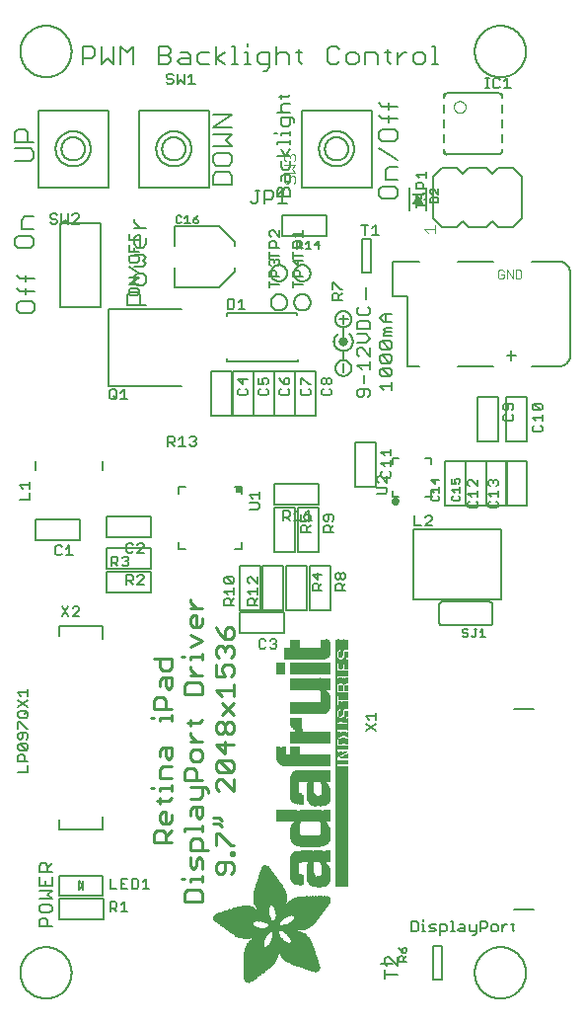
<source format=gbr>
G04 EAGLE Gerber RS-274X export*
G75*
%MOMM*%
%FSLAX34Y34*%
%LPD*%
%INSilkscreen Top*%
%IPPOS*%
%AMOC8*
5,1,8,0,0,1.08239X$1,22.5*%
G01*
%ADD10C,0.254000*%
%ADD11C,0.203200*%
%ADD12C,0.127000*%
%ADD13C,0.152400*%
%ADD14C,0.177800*%
%ADD15C,0.076200*%
%ADD16C,0.050800*%
%ADD17C,0.015238*%
%ADD18C,0.803200*%
%ADD19C,0.200000*%
%ADD20R,0.500000X0.500000*%
%ADD21C,0.304800*%
%ADD22R,1.000000X0.200000*%
%ADD23R,0.025400X10.363200*%
%ADD24R,0.025400X0.406400*%
%ADD25R,0.025400X0.381000*%
%ADD26R,0.025400X0.457200*%
%ADD27R,0.025400X0.431800*%
%ADD28R,0.025400X0.635000*%
%ADD29R,0.025400X0.482600*%
%ADD30R,0.025400X0.889000*%
%ADD31R,0.025400X0.863600*%
%ADD32R,0.025400X0.508000*%
%ADD33R,0.025400X0.355600*%
%ADD34R,0.025400X0.025400*%
%ADD35R,0.025400X0.330200*%
%ADD36R,0.025400X0.050800*%
%ADD37R,0.025400X0.304800*%
%ADD38R,0.025400X0.076200*%
%ADD39R,0.025400X1.016000*%
%ADD40R,0.025400X1.524000*%
%ADD41R,0.025400X0.101600*%
%ADD42R,0.025400X0.279400*%
%ADD43R,0.025400X1.498600*%
%ADD44R,0.025400X0.254000*%
%ADD45R,0.025400X0.127000*%
%ADD46R,0.025400X0.965200*%
%ADD47R,0.025400X1.447800*%
%ADD48R,0.025400X0.228600*%
%ADD49R,0.025400X0.152400*%
%ADD50R,0.025400X0.812800*%
%ADD51R,0.025400X1.295400*%
%ADD52R,0.025400X0.533400*%
%ADD53R,0.025400X0.660400*%
%ADD54R,0.025400X0.609600*%
%ADD55R,0.025400X0.558800*%
%ADD56R,0.025400X0.203200*%
%ADD57R,0.025400X0.177800*%
%ADD58R,0.025400X0.914400*%
%ADD59R,0.025400X0.685800*%
%ADD60R,0.025400X0.939800*%
%ADD61R,0.025400X0.736600*%
%ADD62R,0.025400X0.990600*%
%ADD63R,0.025400X1.219200*%
%ADD64R,0.025400X1.117600*%
%ADD65R,0.025400X1.397000*%
%ADD66R,0.025400X1.244600*%
%ADD67R,0.025400X1.473200*%
%ADD68R,0.025400X0.584200*%
%ADD69R,0.025400X1.041400*%
%ADD70R,0.025400X21.209000*%
%ADD71R,0.025400X0.787400*%
%ADD72R,0.025400X1.193800*%
%ADD73R,0.025400X1.168400*%
%ADD74R,0.025400X1.092200*%
%ADD75R,0.025400X1.066800*%
%ADD76R,0.025400X1.143000*%
%ADD77R,0.025400X1.270000*%
%ADD78R,0.025400X1.320800*%
%ADD79R,0.025400X1.422400*%
%ADD80R,0.025400X1.549400*%
%ADD81R,0.025400X0.711200*%
%ADD82R,0.025400X1.625600*%
%ADD83R,0.025400X0.762000*%
%ADD84R,0.025400X1.701800*%
%ADD85R,0.025400X1.600200*%
%ADD86R,0.025400X1.727200*%
%ADD87R,0.025400X1.651000*%
%ADD88R,0.025400X0.838200*%
%ADD89R,0.025400X1.803400*%
%ADD90R,0.025400X1.574800*%
%ADD91R,0.025400X1.854200*%
%ADD92R,0.025400X1.778000*%
%ADD93R,0.025400X1.879600*%
%ADD94R,0.025400X1.930400*%
%ADD95R,0.025400X1.981200*%
%ADD96R,0.025400X1.905000*%
%ADD97R,0.025400X2.006600*%
%ADD98R,0.025400X3.048000*%
%ADD99R,0.025400X2.997200*%
%ADD100R,0.025400X2.057400*%
%ADD101R,0.025400X3.022600*%
%ADD102R,0.025400X2.032000*%
%ADD103R,0.025400X3.073400*%
%ADD104R,0.025400X1.676400*%
%ADD105R,0.025400X1.346200*%
%ADD106R,0.025400X3.098800*%
%ADD107R,0.025400X1.828800*%
%ADD108R,0.025400X2.082800*%
%ADD109R,0.025400X2.108200*%
%ADD110R,0.025400X2.159000*%
%ADD111R,0.025400X2.184400*%
%ADD112R,0.025400X2.235200*%
%ADD113R,0.025400X2.260600*%
%ADD114R,0.025400X2.311400*%
%ADD115R,0.025400X2.362200*%
%ADD116R,0.025400X2.387600*%
%ADD117R,0.025400X2.413000*%
%ADD118R,0.025400X2.438400*%
%ADD119R,0.025400X2.133600*%
%ADD120R,0.025400X2.463800*%
%ADD121R,0.025400X2.286000*%
%ADD122R,0.025400X2.514600*%
%ADD123R,0.025400X2.540000*%
%ADD124R,0.025400X2.565400*%
%ADD125R,0.025400X2.489200*%
%ADD126R,0.025400X2.590800*%
%ADD127R,0.025400X2.971800*%
%ADD128R,0.025400X2.616200*%
%ADD129R,0.025400X2.946400*%
%ADD130R,0.025400X2.641600*%
%ADD131R,0.025400X2.667000*%
%ADD132R,0.025400X2.921000*%
%ADD133R,0.025400X2.895600*%
%ADD134R,0.025400X2.717800*%
%ADD135R,0.025400X2.692400*%
%ADD136R,0.025400X2.870200*%
%ADD137R,0.025400X2.768600*%
%ADD138R,0.025400X2.743200*%
%ADD139R,0.025400X2.844800*%
%ADD140R,0.025400X2.794000*%
%ADD141R,0.025400X2.819400*%
%ADD142R,0.025400X1.371600*%
%ADD143R,0.025400X5.892800*%
%ADD144R,0.025400X5.867400*%
%ADD145R,0.025400X5.842000*%
%ADD146R,0.025400X5.816600*%
%ADD147R,0.025400X5.791200*%
%ADD148R,0.025400X4.114800*%
%ADD149R,0.025400X3.987800*%
%ADD150R,0.025400X1.955800*%
%ADD151R,0.025400X3.962400*%
%ADD152R,0.025400X3.911600*%
%ADD153R,0.025400X3.886200*%
%ADD154R,0.025400X3.835400*%
%ADD155R,0.025400X1.752600*%
%ADD156R,0.025400X3.810000*%
%ADD157R,0.025400X3.784600*%
%ADD158R,0.025400X3.733800*%
%ADD159R,0.025400X3.708400*%
%ADD160R,0.025400X3.683000*%
%ADD161R,0.025400X2.336800*%
%ADD162R,0.025400X3.657600*%
%ADD163R,0.025400X3.632200*%
%ADD164R,0.025400X3.149600*%
%ADD165R,0.025400X3.251200*%
%ADD166R,0.025400X3.276600*%
%ADD167R,0.025400X3.352800*%
%ADD168R,0.025400X3.454400*%
%ADD169R,0.025400X3.530600*%
%ADD170R,0.025400X4.241800*%
%ADD171R,0.025400X4.267200*%
%ADD172R,0.025400X4.318000*%
%ADD173R,0.025400X4.419600*%
%ADD174R,0.025400X6.400800*%
%ADD175R,0.025400X6.502400*%
%ADD176R,0.025400X6.680200*%
%ADD177R,0.025400X6.832600*%
%ADD178R,0.025400X6.858000*%
%ADD179R,0.025400X7.010400*%
%ADD180R,0.025400X7.112000*%
%ADD181R,0.025400X7.162800*%
%ADD182R,0.025400X3.860800*%
%ADD183R,0.025400X3.302000*%
%ADD184R,0.025400X2.209800*%
%ADD185R,0.025400X3.124200*%
%ADD186R,0.025400X3.200400*%
%ADD187R,0.025400X5.029200*%
%ADD188R,0.025400X5.003800*%
%ADD189R,0.025400X4.978400*%
%ADD190R,0.025400X4.953000*%
%ADD191R,0.025400X4.927600*%
%ADD192R,0.025400X4.902200*%
%ADD193R,0.025400X4.876800*%
%ADD194R,0.025400X4.851400*%
%ADD195R,0.025400X4.826000*%
%ADD196R,0.025400X4.800600*%
%ADD197R,0.025400X4.775200*%
%ADD198R,0.025400X4.749800*%
%ADD199R,0.025400X4.724400*%
%ADD200R,0.025400X4.699000*%
%ADD201R,0.025400X3.937000*%
%ADD202R,0.025400X4.648200*%
%ADD203R,0.025400X4.597400*%
%ADD204R,0.025400X4.546600*%
%ADD205R,0.025400X4.470400*%
%ADD206R,0.025400X4.013200*%
%ADD207R,0.025400X4.394200*%
%ADD208R,0.025400X4.038600*%
%ADD209R,0.025400X4.064000*%
%ADD210R,0.025400X4.089400*%
%ADD211R,0.025400X4.140200*%
%ADD212R,0.025400X4.165600*%
%ADD213R,0.025400X4.191000*%
%ADD214R,0.025400X3.759200*%
%ADD215R,0.025400X4.216400*%
%ADD216R,0.025400X3.606800*%
%ADD217R,0.025400X4.292600*%
%ADD218R,0.025400X4.368800*%
%ADD219R,0.025400X4.445000*%
%ADD220R,0.025400X4.495800*%
%ADD221R,0.025400X4.572000*%
%ADD222R,0.025400X4.622800*%
%ADD223R,0.025400X4.673600*%
%ADD224R,0.025400X3.581400*%
%ADD225R,0.025400X3.556000*%
%ADD226R,0.025400X3.479800*%
%ADD227R,0.025400X3.403600*%
%ADD228R,0.025400X3.378200*%
%ADD229R,0.025400X3.225800*%

G36*
X351321Y690415D02*
X351321Y690415D01*
X351393Y690415D01*
X351461Y690435D01*
X351532Y690445D01*
X351597Y690474D01*
X351666Y690494D01*
X351726Y690532D01*
X351791Y690561D01*
X351846Y690607D01*
X351906Y690645D01*
X351954Y690699D01*
X352008Y690745D01*
X352048Y690804D01*
X352095Y690858D01*
X352126Y690922D01*
X352166Y690981D01*
X352187Y691050D01*
X352218Y691114D01*
X352230Y691184D01*
X352251Y691252D01*
X352253Y691324D01*
X352265Y691395D01*
X352257Y691465D01*
X352259Y691536D01*
X352240Y691606D01*
X352232Y691677D01*
X352207Y691732D01*
X352187Y691811D01*
X352126Y691914D01*
X352095Y691983D01*
X350095Y694983D01*
X350018Y695070D01*
X349945Y695160D01*
X349923Y695175D01*
X349905Y695195D01*
X349808Y695257D01*
X349713Y695324D01*
X349687Y695332D01*
X349665Y695347D01*
X349554Y695379D01*
X349444Y695417D01*
X349417Y695418D01*
X349392Y695425D01*
X349276Y695425D01*
X349160Y695431D01*
X349134Y695425D01*
X349107Y695425D01*
X348996Y695393D01*
X348883Y695367D01*
X348860Y695354D01*
X348834Y695346D01*
X348736Y695284D01*
X348635Y695228D01*
X348619Y695210D01*
X348594Y695195D01*
X348409Y694987D01*
X348405Y694983D01*
X346405Y691983D01*
X346374Y691919D01*
X346335Y691859D01*
X346313Y691791D01*
X346282Y691727D01*
X346270Y691656D01*
X346249Y691588D01*
X346247Y691517D01*
X346235Y691447D01*
X346243Y691375D01*
X346241Y691304D01*
X346259Y691235D01*
X346268Y691164D01*
X346295Y691098D01*
X346313Y691029D01*
X346350Y690968D01*
X346377Y690902D01*
X346422Y690846D01*
X346459Y690784D01*
X346510Y690735D01*
X346555Y690680D01*
X346614Y690639D01*
X346666Y690590D01*
X346729Y690557D01*
X346787Y690516D01*
X346855Y690493D01*
X346919Y690460D01*
X346978Y690450D01*
X347056Y690423D01*
X347175Y690417D01*
X347250Y690405D01*
X351250Y690405D01*
X351321Y690415D01*
G37*
D10*
X137700Y141952D02*
X122447Y141952D01*
X122447Y149579D01*
X124989Y152121D01*
X130074Y152121D01*
X132616Y149579D01*
X132616Y141952D01*
X132616Y147036D02*
X137700Y152121D01*
X137700Y160866D02*
X137700Y165950D01*
X137700Y160866D02*
X135158Y158324D01*
X130074Y158324D01*
X127531Y160866D01*
X127531Y165950D01*
X130074Y168492D01*
X132616Y168492D01*
X132616Y158324D01*
X135158Y177237D02*
X124989Y177237D01*
X135158Y177237D02*
X137700Y179780D01*
X127531Y179780D02*
X127531Y174695D01*
X127531Y185610D02*
X127531Y188152D01*
X137700Y188152D01*
X137700Y185610D02*
X137700Y190694D01*
X122447Y188152D02*
X119905Y188152D01*
X127531Y196524D02*
X137700Y196524D01*
X127531Y196524D02*
X127531Y204150D01*
X130074Y206693D01*
X137700Y206693D01*
X127531Y215438D02*
X127531Y220522D01*
X130074Y223064D01*
X137700Y223064D01*
X137700Y215438D01*
X135158Y212895D01*
X132616Y215438D01*
X132616Y223064D01*
X127531Y245639D02*
X127531Y248181D01*
X137700Y248181D01*
X137700Y245639D02*
X137700Y250723D01*
X122447Y248181D02*
X119905Y248181D01*
X122447Y256553D02*
X137700Y256553D01*
X122447Y256553D02*
X122447Y264179D01*
X124989Y266722D01*
X130074Y266722D01*
X132616Y264179D01*
X132616Y256553D01*
X127531Y275467D02*
X127531Y280551D01*
X130074Y283093D01*
X137700Y283093D01*
X137700Y275467D01*
X135158Y272925D01*
X132616Y275467D01*
X132616Y283093D01*
X137700Y299465D02*
X122447Y299465D01*
X137700Y299465D02*
X137700Y291838D01*
X135158Y289296D01*
X130074Y289296D01*
X127531Y291838D01*
X127531Y299465D01*
X149117Y91473D02*
X164370Y91473D01*
X164370Y99099D01*
X161828Y101642D01*
X151659Y101642D01*
X149117Y99099D01*
X149117Y91473D01*
X154201Y107845D02*
X154201Y110387D01*
X164370Y110387D01*
X164370Y107845D02*
X164370Y112929D01*
X149117Y110387D02*
X146575Y110387D01*
X164370Y118759D02*
X164370Y126385D01*
X161828Y128928D01*
X159286Y126385D01*
X159286Y121301D01*
X156744Y118759D01*
X154201Y121301D01*
X154201Y128928D01*
X154201Y135130D02*
X169454Y135130D01*
X154201Y135130D02*
X154201Y142757D01*
X156744Y145299D01*
X161828Y145299D01*
X164370Y142757D01*
X164370Y135130D01*
X149117Y151502D02*
X149117Y154044D01*
X164370Y154044D01*
X164370Y151502D02*
X164370Y156586D01*
X154201Y164959D02*
X154201Y170043D01*
X156744Y172585D01*
X164370Y172585D01*
X164370Y164959D01*
X161828Y162416D01*
X159286Y164959D01*
X159286Y172585D01*
X161828Y178788D02*
X154201Y178788D01*
X161828Y178788D02*
X164370Y181330D01*
X164370Y188957D01*
X166912Y188957D02*
X154201Y188957D01*
X166912Y188957D02*
X169454Y186414D01*
X169454Y183872D01*
X164370Y195160D02*
X149117Y195160D01*
X149117Y202786D01*
X151659Y205328D01*
X156744Y205328D01*
X159286Y202786D01*
X159286Y195160D01*
X164370Y214073D02*
X164370Y219158D01*
X161828Y221700D01*
X156744Y221700D01*
X154201Y219158D01*
X154201Y214073D01*
X156744Y211531D01*
X161828Y211531D01*
X164370Y214073D01*
X164370Y227903D02*
X154201Y227903D01*
X154201Y232987D02*
X159286Y227903D01*
X154201Y232987D02*
X154201Y235529D01*
X151659Y244088D02*
X161828Y244088D01*
X164370Y246630D01*
X154201Y246630D02*
X154201Y241546D01*
X149117Y268832D02*
X164370Y268832D01*
X164370Y276458D01*
X161828Y279000D01*
X151659Y279000D01*
X149117Y276458D01*
X149117Y268832D01*
X154201Y285203D02*
X164370Y285203D01*
X159286Y285203D02*
X154201Y290287D01*
X154201Y292830D01*
X154201Y298846D02*
X154201Y301388D01*
X164370Y301388D01*
X164370Y298846D02*
X164370Y303930D01*
X149117Y301388D02*
X146575Y301388D01*
X154201Y309760D02*
X164370Y314845D01*
X154201Y319929D01*
X164370Y328674D02*
X164370Y333759D01*
X164370Y328674D02*
X161828Y326132D01*
X156744Y326132D01*
X154201Y328674D01*
X154201Y333759D01*
X156744Y336301D01*
X159286Y336301D01*
X159286Y326132D01*
X164370Y342504D02*
X154201Y342504D01*
X154201Y347588D02*
X159286Y342504D01*
X154201Y347588D02*
X154201Y350130D01*
X191040Y117208D02*
X188498Y114666D01*
X191040Y117208D02*
X191040Y122293D01*
X188498Y124835D01*
X178329Y124835D01*
X175787Y122293D01*
X175787Y117208D01*
X178329Y114666D01*
X180871Y114666D01*
X183414Y117208D01*
X183414Y124835D01*
X188498Y131038D02*
X191040Y131038D01*
X188498Y131038D02*
X188498Y133580D01*
X191040Y133580D01*
X191040Y131038D01*
X175787Y139223D02*
X175787Y149392D01*
X178329Y149392D01*
X188498Y139223D01*
X191040Y139223D01*
X178329Y158137D02*
X173245Y158137D01*
X178329Y158137D02*
X180871Y155595D01*
X178329Y163221D02*
X173245Y163221D01*
X178329Y163221D02*
X180871Y160679D01*
X191040Y185610D02*
X191040Y195778D01*
X191040Y185610D02*
X180871Y195778D01*
X178329Y195778D01*
X175787Y193236D01*
X175787Y188152D01*
X178329Y185610D01*
X178329Y201981D02*
X188498Y201981D01*
X178329Y201981D02*
X175787Y204523D01*
X175787Y209608D01*
X178329Y212150D01*
X188498Y212150D01*
X191040Y209608D01*
X191040Y204523D01*
X188498Y201981D01*
X178329Y212150D01*
X175787Y225979D02*
X191040Y225979D01*
X183414Y218353D02*
X175787Y225979D01*
X183414Y228521D02*
X183414Y218353D01*
X178329Y234724D02*
X175787Y237266D01*
X175787Y242351D01*
X178329Y244893D01*
X180871Y244893D01*
X183414Y242351D01*
X185956Y244893D01*
X188498Y244893D01*
X191040Y242351D01*
X191040Y237266D01*
X188498Y234724D01*
X185956Y234724D01*
X183414Y237266D01*
X180871Y234724D01*
X178329Y234724D01*
X183414Y237266D02*
X183414Y242351D01*
X180871Y251096D02*
X191040Y261264D01*
X191040Y251096D02*
X180871Y261264D01*
X180871Y267467D02*
X175787Y272552D01*
X191040Y272552D01*
X191040Y277636D02*
X191040Y267467D01*
X175787Y283839D02*
X175787Y294008D01*
X175787Y283839D02*
X183414Y283839D01*
X180871Y288923D01*
X180871Y291465D01*
X183414Y294008D01*
X188498Y294008D01*
X191040Y291465D01*
X191040Y286381D01*
X188498Y283839D01*
X178329Y300210D02*
X175787Y302753D01*
X175787Y307837D01*
X178329Y310379D01*
X180871Y310379D01*
X183414Y307837D01*
X183414Y305295D01*
X183414Y307837D02*
X185956Y310379D01*
X188498Y310379D01*
X191040Y307837D01*
X191040Y302753D01*
X188498Y300210D01*
X178329Y321666D02*
X175787Y326751D01*
X178329Y321666D02*
X183414Y316582D01*
X188498Y316582D01*
X191040Y319124D01*
X191040Y324209D01*
X188498Y326751D01*
X185956Y326751D01*
X183414Y324209D01*
X183414Y316582D01*
D11*
X306240Y523647D02*
X308019Y525427D01*
X308019Y528986D01*
X306240Y530765D01*
X299121Y530765D01*
X297342Y528986D01*
X297342Y525427D01*
X299121Y523647D01*
X300901Y523647D01*
X302680Y525427D01*
X302680Y530765D01*
X302680Y535341D02*
X302680Y542459D01*
X300901Y547035D02*
X297342Y550594D01*
X308019Y550594D01*
X308019Y547035D02*
X308019Y554153D01*
X308019Y558729D02*
X308019Y565847D01*
X308019Y558729D02*
X300901Y565847D01*
X299121Y565847D01*
X297342Y564068D01*
X297342Y560508D01*
X299121Y558729D01*
X297342Y570423D02*
X304460Y570423D01*
X308019Y573982D01*
X304460Y577541D01*
X297342Y577541D01*
X297342Y582117D02*
X308019Y582117D01*
X308019Y587455D01*
X306240Y589235D01*
X299121Y589235D01*
X297342Y587455D01*
X297342Y582117D01*
X297342Y599149D02*
X299121Y600929D01*
X297342Y599149D02*
X297342Y595590D01*
X299121Y593811D01*
X306240Y593811D01*
X308019Y595590D01*
X308019Y599149D01*
X306240Y600929D01*
X316392Y533053D02*
X319951Y529494D01*
X316392Y533053D02*
X327069Y533053D01*
X327069Y529494D02*
X327069Y536612D01*
X325290Y541188D02*
X318171Y541188D01*
X316392Y542967D01*
X316392Y546527D01*
X318171Y548306D01*
X325290Y548306D01*
X327069Y546527D01*
X327069Y542967D01*
X325290Y541188D01*
X318171Y548306D01*
X318171Y552882D02*
X325290Y552882D01*
X318171Y552882D02*
X316392Y554661D01*
X316392Y558221D01*
X318171Y560000D01*
X325290Y560000D01*
X327069Y558221D01*
X327069Y554661D01*
X325290Y552882D01*
X318171Y560000D01*
X318171Y564576D02*
X325290Y564576D01*
X318171Y564576D02*
X316392Y566355D01*
X316392Y569914D01*
X318171Y571694D01*
X325290Y571694D01*
X327069Y569914D01*
X327069Y566355D01*
X325290Y564576D01*
X318171Y571694D01*
X319951Y576270D02*
X327069Y576270D01*
X319951Y576270D02*
X319951Y578049D01*
X321730Y579829D01*
X327069Y579829D01*
X321730Y579829D02*
X319951Y581608D01*
X321730Y583388D01*
X327069Y583388D01*
X327069Y587964D02*
X319951Y587964D01*
X316392Y591523D01*
X319951Y595082D01*
X327069Y595082D01*
X321730Y595082D02*
X321730Y587964D01*
X35024Y69821D02*
X24347Y69821D01*
X24347Y75160D01*
X26126Y76939D01*
X29685Y76939D01*
X31465Y75160D01*
X31465Y69821D01*
X24347Y83295D02*
X24347Y86854D01*
X24347Y83295D02*
X26126Y81515D01*
X33245Y81515D01*
X35024Y83295D01*
X35024Y86854D01*
X33245Y88633D01*
X26126Y88633D01*
X24347Y86854D01*
X24347Y93209D02*
X35024Y93209D01*
X31465Y96768D01*
X35024Y100327D01*
X24347Y100327D01*
X24347Y104903D02*
X24347Y112021D01*
X24347Y104903D02*
X35024Y104903D01*
X35024Y112021D01*
X29685Y108462D02*
X29685Y104903D01*
X24347Y116597D02*
X35024Y116597D01*
X24347Y116597D02*
X24347Y121935D01*
X26126Y123715D01*
X29685Y123715D01*
X31465Y121935D01*
X31465Y116597D01*
X31465Y120156D02*
X35024Y123715D01*
X16677Y726186D02*
X3543Y726186D01*
X16677Y726186D02*
X19304Y728813D01*
X19304Y734067D01*
X16677Y736694D01*
X3543Y736694D01*
X3543Y742558D02*
X19304Y742558D01*
X3543Y742558D02*
X3543Y750438D01*
X6169Y753065D01*
X11423Y753065D01*
X14050Y750438D01*
X14050Y742558D01*
X173723Y705866D02*
X189484Y705866D01*
X189484Y713747D01*
X186857Y716374D01*
X176349Y716374D01*
X173723Y713747D01*
X173723Y705866D01*
X173723Y724864D02*
X173723Y730118D01*
X173723Y724864D02*
X176349Y722238D01*
X186857Y722238D01*
X189484Y724864D01*
X189484Y730118D01*
X186857Y732745D01*
X176349Y732745D01*
X173723Y730118D01*
X173723Y738609D02*
X189484Y738609D01*
X184230Y743863D01*
X189484Y749117D01*
X173723Y749117D01*
X173723Y754981D02*
X189484Y754981D01*
X189484Y765488D02*
X173723Y754981D01*
X173723Y765488D02*
X189484Y765488D01*
X315963Y701839D02*
X315963Y696585D01*
X318589Y693958D01*
X329097Y693958D01*
X331724Y696585D01*
X331724Y701839D01*
X329097Y704466D01*
X318589Y704466D01*
X315963Y701839D01*
X321216Y710330D02*
X331724Y710330D01*
X321216Y710330D02*
X321216Y718211D01*
X323843Y720838D01*
X331724Y720838D01*
X331724Y726702D02*
X315963Y737209D01*
X315963Y745700D02*
X315963Y750954D01*
X315963Y745700D02*
X318589Y743073D01*
X329097Y743073D01*
X331724Y745700D01*
X331724Y750954D01*
X329097Y753581D01*
X318589Y753581D01*
X315963Y750954D01*
X318589Y762072D02*
X331724Y762072D01*
X318589Y762072D02*
X315963Y764699D01*
X323843Y764699D02*
X323843Y759445D01*
X318589Y772986D02*
X331724Y772986D01*
X318589Y772986D02*
X315963Y775613D01*
X323843Y775613D02*
X323843Y770359D01*
X3543Y659275D02*
X3543Y654021D01*
X6169Y651394D01*
X16677Y651394D01*
X19304Y654021D01*
X19304Y659275D01*
X16677Y661902D01*
X6169Y661902D01*
X3543Y659275D01*
X8796Y667766D02*
X19304Y667766D01*
X8796Y667766D02*
X8796Y675647D01*
X11423Y678274D01*
X19304Y678274D01*
X4813Y603207D02*
X4813Y597953D01*
X7439Y595326D01*
X17947Y595326D01*
X20574Y597953D01*
X20574Y603207D01*
X17947Y605833D01*
X7439Y605833D01*
X4813Y603207D01*
X7439Y614324D02*
X20574Y614324D01*
X7439Y614324D02*
X4813Y616951D01*
X12693Y616951D02*
X12693Y611697D01*
X7439Y625239D02*
X20574Y625239D01*
X7439Y625239D02*
X4813Y627866D01*
X12693Y627866D02*
X12693Y622612D01*
X61386Y808736D02*
X61386Y824497D01*
X69267Y824497D01*
X71894Y821871D01*
X71894Y816617D01*
X69267Y813990D01*
X61386Y813990D01*
X77757Y808736D02*
X77757Y824497D01*
X83011Y813990D02*
X77757Y808736D01*
X83011Y813990D02*
X88265Y808736D01*
X88265Y824497D01*
X94129Y824497D02*
X94129Y808736D01*
X99383Y819244D02*
X94129Y824497D01*
X99383Y819244D02*
X104637Y824497D01*
X104637Y808736D01*
X126872Y808736D02*
X126872Y824497D01*
X134753Y824497D01*
X137380Y821871D01*
X137380Y819244D01*
X134753Y816617D01*
X137380Y813990D01*
X137380Y811363D01*
X134753Y808736D01*
X126872Y808736D01*
X126872Y816617D02*
X134753Y816617D01*
X145871Y819244D02*
X151124Y819244D01*
X153751Y816617D01*
X153751Y808736D01*
X145871Y808736D01*
X143244Y811363D01*
X145871Y813990D01*
X153751Y813990D01*
X162242Y819244D02*
X170123Y819244D01*
X162242Y819244D02*
X159615Y816617D01*
X159615Y811363D01*
X162242Y808736D01*
X170123Y808736D01*
X175987Y808736D02*
X175987Y824497D01*
X175987Y813990D02*
X183868Y808736D01*
X175987Y813990D02*
X183868Y819244D01*
X189630Y824497D02*
X192257Y824497D01*
X192257Y808736D01*
X189630Y808736D02*
X194884Y808736D01*
X200544Y819244D02*
X203171Y819244D01*
X203171Y808736D01*
X200544Y808736D02*
X205798Y808736D01*
X203171Y824497D02*
X203171Y827124D01*
X216712Y803482D02*
X219339Y803482D01*
X221966Y806109D01*
X221966Y819244D01*
X214085Y819244D01*
X211459Y816617D01*
X211459Y811363D01*
X214085Y808736D01*
X221966Y808736D01*
X227830Y808736D02*
X227830Y824497D01*
X230457Y819244D02*
X227830Y816617D01*
X230457Y819244D02*
X235711Y819244D01*
X238338Y816617D01*
X238338Y808736D01*
X246829Y811363D02*
X246829Y821871D01*
X246829Y811363D02*
X249455Y808736D01*
X249455Y819244D02*
X244202Y819244D01*
X279368Y824497D02*
X281995Y821871D01*
X279368Y824497D02*
X274115Y824497D01*
X271488Y821871D01*
X271488Y811363D01*
X274115Y808736D01*
X279368Y808736D01*
X281995Y811363D01*
X290486Y808736D02*
X295740Y808736D01*
X298367Y811363D01*
X298367Y816617D01*
X295740Y819244D01*
X290486Y819244D01*
X287859Y816617D01*
X287859Y811363D01*
X290486Y808736D01*
X304231Y808736D02*
X304231Y819244D01*
X312111Y819244D01*
X314738Y816617D01*
X314738Y808736D01*
X323229Y811363D02*
X323229Y821871D01*
X323229Y811363D02*
X325856Y808736D01*
X325856Y819244D02*
X320602Y819244D01*
X331517Y819244D02*
X331517Y808736D01*
X331517Y813990D02*
X336770Y819244D01*
X339397Y819244D01*
X347787Y808736D02*
X353040Y808736D01*
X355667Y811363D01*
X355667Y816617D01*
X353040Y819244D01*
X347787Y819244D01*
X345160Y816617D01*
X345160Y811363D01*
X347787Y808736D01*
X361531Y824497D02*
X364158Y824497D01*
X364158Y808736D01*
X361531Y808736D02*
X366785Y808736D01*
X115824Y602801D02*
X100063Y602801D01*
X100063Y610682D01*
X102689Y613309D01*
X107943Y613309D01*
X110570Y610682D01*
X110570Y602801D01*
X115824Y621800D02*
X115824Y627054D01*
X113197Y629681D01*
X107943Y629681D01*
X105316Y627054D01*
X105316Y621800D01*
X107943Y619173D01*
X113197Y619173D01*
X115824Y621800D01*
X113197Y635544D02*
X105316Y635544D01*
X113197Y635544D02*
X115824Y638171D01*
X113197Y640798D01*
X115824Y643425D01*
X113197Y646052D01*
X105316Y646052D01*
X115824Y654543D02*
X115824Y659797D01*
X115824Y654543D02*
X113197Y651916D01*
X107943Y651916D01*
X105316Y654543D01*
X105316Y659797D01*
X107943Y662424D01*
X110570Y662424D01*
X110570Y651916D01*
X115824Y668288D02*
X105316Y668288D01*
X105316Y673541D02*
X110570Y668288D01*
X105316Y673541D02*
X105316Y676168D01*
D12*
X343259Y74303D02*
X343259Y65405D01*
X347707Y65405D01*
X349190Y66888D01*
X349190Y72820D01*
X347707Y74303D01*
X343259Y74303D01*
X352614Y71337D02*
X354097Y71337D01*
X354097Y65405D01*
X352614Y65405D02*
X355580Y65405D01*
X354097Y74303D02*
X354097Y75786D01*
X358851Y65405D02*
X363299Y65405D01*
X364782Y66888D01*
X363299Y68371D01*
X360334Y68371D01*
X358851Y69854D01*
X360334Y71337D01*
X364782Y71337D01*
X368206Y71337D02*
X368206Y62439D01*
X368206Y71337D02*
X372655Y71337D01*
X374138Y69854D01*
X374138Y66888D01*
X372655Y65405D01*
X368206Y65405D01*
X377561Y74303D02*
X379044Y74303D01*
X379044Y65405D01*
X377561Y65405D02*
X380527Y65405D01*
X385281Y71337D02*
X388247Y71337D01*
X389729Y69854D01*
X389729Y65405D01*
X385281Y65405D01*
X383798Y66888D01*
X385281Y68371D01*
X389729Y68371D01*
X393153Y66888D02*
X393153Y71337D01*
X393153Y66888D02*
X394636Y65405D01*
X399085Y65405D01*
X399085Y63922D02*
X399085Y71337D01*
X399085Y63922D02*
X397602Y62439D01*
X396119Y62439D01*
X402508Y65405D02*
X402508Y74303D01*
X406957Y74303D01*
X408440Y72820D01*
X408440Y69854D01*
X406957Y68371D01*
X402508Y68371D01*
X413346Y65405D02*
X416312Y65405D01*
X417795Y66888D01*
X417795Y69854D01*
X416312Y71337D01*
X413346Y71337D01*
X411863Y69854D01*
X411863Y66888D01*
X413346Y65405D01*
X421219Y65405D02*
X421219Y71337D01*
X424184Y71337D02*
X421219Y68371D01*
X424184Y71337D02*
X425667Y71337D01*
X430497Y72820D02*
X430497Y66888D01*
X431980Y65405D01*
X431980Y71337D02*
X429014Y71337D01*
X14605Y201974D02*
X5707Y201974D01*
X14605Y201974D02*
X14605Y207906D01*
X14605Y211329D02*
X5707Y211329D01*
X5707Y215778D01*
X7190Y217261D01*
X10156Y217261D01*
X11639Y215778D01*
X11639Y211329D01*
X13122Y220685D02*
X7190Y220685D01*
X5707Y222168D01*
X5707Y225133D01*
X7190Y226616D01*
X13122Y226616D01*
X14605Y225133D01*
X14605Y222168D01*
X13122Y220685D01*
X7190Y226616D01*
X13122Y230040D02*
X14605Y231523D01*
X14605Y234489D01*
X13122Y235972D01*
X7190Y235972D01*
X5707Y234489D01*
X5707Y231523D01*
X7190Y230040D01*
X8673Y230040D01*
X10156Y231523D01*
X10156Y235972D01*
X5707Y239395D02*
X5707Y245327D01*
X7190Y245327D01*
X13122Y239395D01*
X14605Y239395D01*
X13122Y248750D02*
X7190Y248750D01*
X5707Y250233D01*
X5707Y253199D01*
X7190Y254682D01*
X13122Y254682D01*
X14605Y253199D01*
X14605Y250233D01*
X13122Y248750D01*
X11639Y251716D02*
X14605Y254682D01*
X14605Y264037D02*
X5707Y258105D01*
X5707Y264037D02*
X14605Y258105D01*
X8673Y267461D02*
X5707Y270426D01*
X14605Y270426D01*
X14605Y267461D02*
X14605Y273392D01*
D13*
X228082Y695371D02*
X239268Y695371D01*
X228082Y695371D02*
X228082Y700963D01*
X229947Y702828D01*
X231811Y702828D01*
X233675Y700963D01*
X235540Y702828D01*
X237404Y702828D01*
X239268Y700963D01*
X239268Y695371D01*
X233675Y695371D02*
X233675Y700963D01*
X231811Y708929D02*
X231811Y712657D01*
X233675Y714522D01*
X239268Y714522D01*
X239268Y708929D01*
X237404Y707065D01*
X235540Y708929D01*
X235540Y714522D01*
X231811Y720623D02*
X231811Y726216D01*
X231811Y720623D02*
X233675Y718758D01*
X237404Y718758D01*
X239268Y720623D01*
X239268Y726216D01*
X239268Y730452D02*
X228082Y730452D01*
X235540Y730452D02*
X239268Y736045D01*
X235540Y730452D02*
X231811Y736045D01*
X228082Y740197D02*
X228082Y742062D01*
X239268Y742062D01*
X239268Y743926D02*
X239268Y740197D01*
X231811Y747993D02*
X231811Y749858D01*
X239268Y749858D01*
X239268Y751722D02*
X239268Y747993D01*
X228082Y749858D02*
X226218Y749858D01*
X242997Y759518D02*
X242997Y761382D01*
X241132Y763246D01*
X231811Y763246D01*
X231811Y757654D01*
X233675Y755789D01*
X237404Y755789D01*
X239268Y757654D01*
X239268Y763246D01*
X239268Y767483D02*
X228082Y767483D01*
X231811Y769348D02*
X233675Y767483D01*
X231811Y769348D02*
X231811Y773076D01*
X233675Y774940D01*
X239268Y774940D01*
X237404Y781042D02*
X229947Y781042D01*
X237404Y781042D02*
X239268Y782906D01*
X231811Y782906D02*
X231811Y779177D01*
D12*
X432000Y84000D02*
X449000Y84000D01*
X449000Y256000D02*
X432000Y256000D01*
D14*
X313191Y243482D02*
X304802Y237889D01*
X304802Y243482D02*
X313191Y237889D01*
X307598Y247244D02*
X304802Y250041D01*
X313191Y250041D01*
X313191Y252837D02*
X313191Y247244D01*
D12*
X79000Y316000D02*
X79000Y327000D01*
X41000Y327000D01*
X41000Y319000D01*
X79000Y164000D02*
X79000Y153000D01*
X41000Y153000D01*
X41000Y161000D01*
D14*
X49222Y335659D02*
X43629Y344048D01*
X49222Y344048D02*
X43629Y335659D01*
X52984Y335659D02*
X58577Y335659D01*
X52984Y335659D02*
X58577Y341252D01*
X58577Y342650D01*
X57179Y344048D01*
X54382Y344048D01*
X52984Y342650D01*
D11*
X62000Y109000D02*
X62000Y105000D01*
X62000Y101000D01*
X62000Y105000D02*
X58000Y109000D01*
X58000Y101000D01*
X62000Y105000D01*
X41000Y96500D02*
X41000Y113500D01*
X79000Y113500D01*
X79000Y96500D01*
X41000Y96500D01*
D14*
X85109Y102049D02*
X85109Y110438D01*
X85109Y102049D02*
X90702Y102049D01*
X94464Y110438D02*
X100057Y110438D01*
X94464Y110438D02*
X94464Y102049D01*
X100057Y102049D01*
X97261Y106244D02*
X94464Y106244D01*
X103819Y110438D02*
X103819Y102049D01*
X108014Y102049D01*
X109412Y103447D01*
X109412Y109040D01*
X108014Y110438D01*
X103819Y110438D01*
X113175Y107642D02*
X115971Y110438D01*
X115971Y102049D01*
X113175Y102049D02*
X118767Y102049D01*
D11*
X79050Y76110D02*
X40950Y76110D01*
X40950Y93890D01*
X79050Y93890D01*
X79050Y76110D01*
D14*
X85014Y82589D02*
X85014Y90978D01*
X89209Y90978D01*
X90607Y89580D01*
X90607Y86784D01*
X89209Y85385D01*
X85014Y85385D01*
X87810Y85385D02*
X90607Y82589D01*
X94369Y88182D02*
X97166Y90978D01*
X97166Y82589D01*
X99962Y82589D02*
X94369Y82589D01*
D11*
X470000Y550000D02*
X470242Y550003D01*
X470483Y550012D01*
X470724Y550026D01*
X470965Y550047D01*
X471205Y550073D01*
X471445Y550105D01*
X471684Y550143D01*
X471921Y550186D01*
X472158Y550236D01*
X472393Y550291D01*
X472627Y550351D01*
X472859Y550418D01*
X473090Y550489D01*
X473319Y550567D01*
X473546Y550650D01*
X473771Y550738D01*
X473994Y550832D01*
X474214Y550931D01*
X474432Y551036D01*
X474647Y551145D01*
X474860Y551260D01*
X475070Y551380D01*
X475276Y551505D01*
X475480Y551635D01*
X475681Y551770D01*
X475878Y551910D01*
X476072Y552054D01*
X476262Y552203D01*
X476448Y552357D01*
X476631Y552515D01*
X476810Y552677D01*
X476985Y552844D01*
X477156Y553015D01*
X477323Y553190D01*
X477485Y553369D01*
X477643Y553552D01*
X477797Y553738D01*
X477946Y553928D01*
X478090Y554122D01*
X478230Y554319D01*
X478365Y554520D01*
X478495Y554724D01*
X478620Y554930D01*
X478740Y555140D01*
X478855Y555353D01*
X478964Y555568D01*
X479069Y555786D01*
X479168Y556006D01*
X479262Y556229D01*
X479350Y556454D01*
X479433Y556681D01*
X479511Y556910D01*
X479582Y557141D01*
X479649Y557373D01*
X479709Y557607D01*
X479764Y557842D01*
X479814Y558079D01*
X479857Y558316D01*
X479895Y558555D01*
X479927Y558795D01*
X479953Y559035D01*
X479974Y559276D01*
X479988Y559517D01*
X479997Y559758D01*
X480000Y560000D01*
X480000Y630000D01*
X479997Y630242D01*
X479988Y630483D01*
X479974Y630724D01*
X479953Y630965D01*
X479927Y631205D01*
X479895Y631445D01*
X479857Y631684D01*
X479814Y631921D01*
X479764Y632158D01*
X479709Y632393D01*
X479649Y632627D01*
X479582Y632859D01*
X479511Y633090D01*
X479433Y633319D01*
X479350Y633546D01*
X479262Y633771D01*
X479168Y633994D01*
X479069Y634214D01*
X478964Y634432D01*
X478855Y634647D01*
X478740Y634860D01*
X478620Y635070D01*
X478495Y635276D01*
X478365Y635480D01*
X478230Y635681D01*
X478090Y635878D01*
X477946Y636072D01*
X477797Y636262D01*
X477643Y636448D01*
X477485Y636631D01*
X477323Y636810D01*
X477156Y636985D01*
X476985Y637156D01*
X476810Y637323D01*
X476631Y637485D01*
X476448Y637643D01*
X476262Y637797D01*
X476072Y637946D01*
X475878Y638090D01*
X475681Y638230D01*
X475480Y638365D01*
X475276Y638495D01*
X475070Y638620D01*
X474860Y638740D01*
X474647Y638855D01*
X474432Y638964D01*
X474214Y639069D01*
X473994Y639168D01*
X473771Y639262D01*
X473546Y639350D01*
X473319Y639433D01*
X473090Y639511D01*
X472859Y639582D01*
X472627Y639649D01*
X472393Y639709D01*
X472158Y639764D01*
X471921Y639814D01*
X471684Y639857D01*
X471445Y639895D01*
X471205Y639927D01*
X470965Y639953D01*
X470724Y639974D01*
X470483Y639988D01*
X470242Y639997D01*
X470000Y640000D01*
X327460Y640000D02*
X327460Y609920D01*
X340000Y609920D01*
X340000Y550000D01*
X446680Y550000D02*
X470000Y550000D01*
X414120Y550000D02*
X383180Y550000D01*
X350620Y550000D02*
X340000Y550000D01*
X446840Y640000D02*
X470000Y640000D01*
X414120Y640000D02*
X383340Y640000D01*
X350620Y640000D02*
X327460Y640000D01*
D14*
X429487Y563156D02*
X429487Y554852D01*
X433639Y559004D02*
X425334Y559004D01*
D15*
X423003Y631497D02*
X421775Y632725D01*
X419317Y632725D01*
X418089Y631497D01*
X418089Y626582D01*
X419317Y625353D01*
X421775Y625353D01*
X423003Y626582D01*
X423003Y629039D01*
X420546Y629039D01*
X425573Y625353D02*
X425573Y632725D01*
X430488Y625353D01*
X430488Y632725D01*
X433057Y632725D02*
X433057Y625353D01*
X436743Y625353D01*
X437972Y626582D01*
X437972Y631497D01*
X436743Y632725D01*
X433057Y632725D01*
D16*
X380090Y772380D02*
X380092Y772521D01*
X380098Y772662D01*
X380108Y772802D01*
X380122Y772942D01*
X380140Y773082D01*
X380161Y773221D01*
X380187Y773360D01*
X380216Y773498D01*
X380250Y773634D01*
X380287Y773770D01*
X380328Y773905D01*
X380373Y774039D01*
X380422Y774171D01*
X380474Y774302D01*
X380530Y774431D01*
X380590Y774558D01*
X380653Y774684D01*
X380719Y774808D01*
X380790Y774931D01*
X380863Y775051D01*
X380940Y775169D01*
X381020Y775285D01*
X381104Y775398D01*
X381190Y775509D01*
X381280Y775618D01*
X381373Y775724D01*
X381468Y775827D01*
X381567Y775928D01*
X381668Y776026D01*
X381772Y776121D01*
X381879Y776213D01*
X381988Y776302D01*
X382100Y776387D01*
X382214Y776470D01*
X382330Y776550D01*
X382449Y776626D01*
X382570Y776698D01*
X382692Y776768D01*
X382817Y776833D01*
X382943Y776896D01*
X383071Y776954D01*
X383201Y777009D01*
X383332Y777061D01*
X383465Y777108D01*
X383599Y777152D01*
X383734Y777193D01*
X383870Y777229D01*
X384007Y777261D01*
X384145Y777290D01*
X384283Y777315D01*
X384423Y777335D01*
X384563Y777352D01*
X384703Y777365D01*
X384844Y777374D01*
X384984Y777379D01*
X385125Y777380D01*
X385266Y777377D01*
X385407Y777370D01*
X385547Y777359D01*
X385687Y777344D01*
X385827Y777325D01*
X385966Y777303D01*
X386104Y777276D01*
X386242Y777246D01*
X386378Y777211D01*
X386514Y777173D01*
X386648Y777131D01*
X386782Y777085D01*
X386914Y777036D01*
X387044Y776982D01*
X387173Y776925D01*
X387300Y776865D01*
X387426Y776801D01*
X387549Y776733D01*
X387671Y776662D01*
X387791Y776588D01*
X387908Y776510D01*
X388023Y776429D01*
X388136Y776345D01*
X388247Y776258D01*
X388355Y776167D01*
X388460Y776074D01*
X388563Y775977D01*
X388663Y775878D01*
X388760Y775776D01*
X388854Y775671D01*
X388945Y775564D01*
X389033Y775454D01*
X389118Y775342D01*
X389200Y775227D01*
X389279Y775110D01*
X389354Y774991D01*
X389426Y774870D01*
X389494Y774747D01*
X389559Y774622D01*
X389621Y774495D01*
X389678Y774366D01*
X389733Y774236D01*
X389783Y774105D01*
X389830Y773972D01*
X389873Y773838D01*
X389912Y773702D01*
X389947Y773566D01*
X389979Y773429D01*
X390006Y773291D01*
X390030Y773152D01*
X390050Y773012D01*
X390066Y772872D01*
X390078Y772732D01*
X390086Y772591D01*
X390090Y772450D01*
X390090Y772310D01*
X390086Y772169D01*
X390078Y772028D01*
X390066Y771888D01*
X390050Y771748D01*
X390030Y771608D01*
X390006Y771469D01*
X389979Y771331D01*
X389947Y771194D01*
X389912Y771058D01*
X389873Y770922D01*
X389830Y770788D01*
X389783Y770655D01*
X389733Y770524D01*
X389678Y770394D01*
X389621Y770265D01*
X389559Y770138D01*
X389494Y770013D01*
X389426Y769890D01*
X389354Y769769D01*
X389279Y769650D01*
X389200Y769533D01*
X389118Y769418D01*
X389033Y769306D01*
X388945Y769196D01*
X388854Y769089D01*
X388760Y768984D01*
X388663Y768882D01*
X388563Y768783D01*
X388460Y768686D01*
X388355Y768593D01*
X388247Y768502D01*
X388136Y768415D01*
X388023Y768331D01*
X387908Y768250D01*
X387791Y768172D01*
X387671Y768098D01*
X387549Y768027D01*
X387426Y767959D01*
X387300Y767895D01*
X387173Y767835D01*
X387044Y767778D01*
X386914Y767724D01*
X386782Y767675D01*
X386648Y767629D01*
X386514Y767587D01*
X386378Y767549D01*
X386242Y767514D01*
X386104Y767484D01*
X385966Y767457D01*
X385827Y767435D01*
X385687Y767416D01*
X385547Y767401D01*
X385407Y767390D01*
X385266Y767383D01*
X385125Y767380D01*
X384984Y767381D01*
X384844Y767386D01*
X384703Y767395D01*
X384563Y767408D01*
X384423Y767425D01*
X384283Y767445D01*
X384145Y767470D01*
X384007Y767499D01*
X383870Y767531D01*
X383734Y767567D01*
X383599Y767608D01*
X383465Y767652D01*
X383332Y767699D01*
X383201Y767751D01*
X383071Y767806D01*
X382943Y767864D01*
X382817Y767927D01*
X382692Y767992D01*
X382570Y768062D01*
X382449Y768134D01*
X382330Y768210D01*
X382214Y768290D01*
X382100Y768373D01*
X381988Y768458D01*
X381879Y768547D01*
X381772Y768639D01*
X381668Y768734D01*
X381567Y768832D01*
X381468Y768933D01*
X381373Y769036D01*
X381280Y769142D01*
X381190Y769251D01*
X381104Y769362D01*
X381020Y769475D01*
X380940Y769591D01*
X380863Y769709D01*
X380790Y769829D01*
X380719Y769952D01*
X380653Y770076D01*
X380590Y770202D01*
X380530Y770329D01*
X380474Y770458D01*
X380422Y770589D01*
X380373Y770721D01*
X380328Y770855D01*
X380287Y770990D01*
X380250Y771126D01*
X380216Y771262D01*
X380187Y771400D01*
X380161Y771539D01*
X380140Y771678D01*
X380122Y771818D01*
X380108Y771958D01*
X380098Y772098D01*
X380092Y772239D01*
X380090Y772380D01*
D17*
X421925Y781755D02*
X420552Y781755D01*
X420552Y781756D02*
X420547Y781840D01*
X420538Y781924D01*
X420524Y782007D01*
X420507Y782090D01*
X420486Y782171D01*
X420462Y782252D01*
X420433Y782331D01*
X420401Y782409D01*
X420365Y782486D01*
X420326Y782560D01*
X420284Y782633D01*
X420238Y782704D01*
X420188Y782772D01*
X420136Y782838D01*
X420081Y782902D01*
X420023Y782963D01*
X419962Y783021D01*
X419898Y783076D01*
X419832Y783128D01*
X419764Y783178D01*
X419693Y783224D01*
X419620Y783266D01*
X419546Y783305D01*
X419469Y783341D01*
X419391Y783373D01*
X419312Y783402D01*
X419231Y783426D01*
X419150Y783447D01*
X419067Y783464D01*
X418984Y783478D01*
X418900Y783487D01*
X418816Y783492D01*
X418815Y784865D01*
X418816Y784865D01*
X418926Y784861D01*
X419036Y784852D01*
X419146Y784840D01*
X419255Y784824D01*
X419363Y784804D01*
X419471Y784781D01*
X419578Y784754D01*
X419684Y784723D01*
X419789Y784688D01*
X419892Y784650D01*
X419994Y784609D01*
X420095Y784564D01*
X420194Y784515D01*
X420291Y784463D01*
X420386Y784408D01*
X420480Y784349D01*
X420571Y784287D01*
X420660Y784222D01*
X420747Y784154D01*
X420832Y784083D01*
X420914Y784009D01*
X420993Y783933D01*
X421069Y783854D01*
X421143Y783772D01*
X421214Y783687D01*
X421282Y783600D01*
X421347Y783511D01*
X421409Y783420D01*
X421468Y783326D01*
X421523Y783231D01*
X421575Y783134D01*
X421624Y783035D01*
X421669Y782934D01*
X421710Y782832D01*
X421748Y782729D01*
X421783Y782624D01*
X421814Y782518D01*
X421841Y782411D01*
X421864Y782303D01*
X421884Y782195D01*
X421900Y782086D01*
X421912Y781976D01*
X421921Y781866D01*
X421925Y781756D01*
X421782Y781756D01*
X421777Y781864D01*
X421769Y781971D01*
X421757Y782078D01*
X421741Y782184D01*
X421721Y782290D01*
X421698Y782395D01*
X421671Y782499D01*
X421640Y782602D01*
X421605Y782704D01*
X421567Y782805D01*
X421526Y782904D01*
X421481Y783002D01*
X421432Y783098D01*
X421381Y783192D01*
X421325Y783285D01*
X421267Y783375D01*
X421206Y783464D01*
X421141Y783550D01*
X421073Y783633D01*
X421003Y783715D01*
X420929Y783793D01*
X420853Y783869D01*
X420775Y783943D01*
X420693Y784013D01*
X420610Y784081D01*
X420524Y784146D01*
X420435Y784207D01*
X420345Y784265D01*
X420252Y784321D01*
X420158Y784372D01*
X420062Y784421D01*
X419964Y784466D01*
X419865Y784507D01*
X419764Y784545D01*
X419662Y784580D01*
X419559Y784611D01*
X419455Y784638D01*
X419350Y784661D01*
X419244Y784681D01*
X419138Y784697D01*
X419031Y784709D01*
X418924Y784717D01*
X418816Y784722D01*
X418816Y784579D01*
X418921Y784574D01*
X419025Y784566D01*
X419129Y784554D01*
X419233Y784538D01*
X419336Y784518D01*
X419438Y784495D01*
X419539Y784468D01*
X419640Y784437D01*
X419739Y784403D01*
X419836Y784365D01*
X419933Y784323D01*
X420028Y784279D01*
X420121Y784230D01*
X420212Y784179D01*
X420301Y784124D01*
X420389Y784066D01*
X420474Y784005D01*
X420557Y783941D01*
X420637Y783873D01*
X420715Y783803D01*
X420791Y783731D01*
X420863Y783655D01*
X420933Y783577D01*
X421001Y783497D01*
X421065Y783414D01*
X421126Y783329D01*
X421184Y783241D01*
X421239Y783152D01*
X421290Y783061D01*
X421339Y782968D01*
X421383Y782873D01*
X421425Y782776D01*
X421463Y782679D01*
X421497Y782580D01*
X421528Y782479D01*
X421555Y782378D01*
X421578Y782276D01*
X421598Y782173D01*
X421614Y782069D01*
X421626Y781965D01*
X421634Y781861D01*
X421639Y781756D01*
X421496Y781756D01*
X421491Y781860D01*
X421482Y781964D01*
X421470Y782068D01*
X421453Y782171D01*
X421432Y782274D01*
X421408Y782375D01*
X421380Y782476D01*
X421348Y782575D01*
X421312Y782673D01*
X421272Y782770D01*
X421229Y782865D01*
X421183Y782959D01*
X421132Y783050D01*
X421079Y783140D01*
X421022Y783227D01*
X420961Y783313D01*
X420898Y783396D01*
X420831Y783476D01*
X420762Y783554D01*
X420689Y783629D01*
X420614Y783702D01*
X420536Y783771D01*
X420456Y783838D01*
X420373Y783901D01*
X420287Y783962D01*
X420200Y784019D01*
X420110Y784072D01*
X420019Y784123D01*
X419925Y784169D01*
X419830Y784212D01*
X419733Y784252D01*
X419635Y784288D01*
X419536Y784320D01*
X419435Y784348D01*
X419334Y784372D01*
X419231Y784393D01*
X419128Y784410D01*
X419024Y784422D01*
X418920Y784431D01*
X418816Y784436D01*
X418816Y784293D01*
X418917Y784288D01*
X419018Y784279D01*
X419119Y784266D01*
X419219Y784250D01*
X419318Y784229D01*
X419417Y784205D01*
X419514Y784177D01*
X419610Y784145D01*
X419705Y784109D01*
X419799Y784070D01*
X419890Y784027D01*
X419981Y783981D01*
X420069Y783931D01*
X420155Y783878D01*
X420239Y783821D01*
X420321Y783762D01*
X420401Y783699D01*
X420478Y783633D01*
X420552Y783564D01*
X420624Y783492D01*
X420693Y783418D01*
X420759Y783341D01*
X420822Y783261D01*
X420881Y783179D01*
X420938Y783095D01*
X420991Y783009D01*
X421041Y782921D01*
X421087Y782830D01*
X421130Y782739D01*
X421169Y782645D01*
X421205Y782550D01*
X421237Y782454D01*
X421265Y782357D01*
X421289Y782258D01*
X421310Y782159D01*
X421326Y782059D01*
X421339Y781958D01*
X421348Y781857D01*
X421353Y781756D01*
X421210Y781756D01*
X421205Y781854D01*
X421196Y781952D01*
X421183Y782049D01*
X421167Y782146D01*
X421146Y782242D01*
X421122Y782337D01*
X421094Y782431D01*
X421062Y782524D01*
X421027Y782615D01*
X420988Y782705D01*
X420946Y782794D01*
X420900Y782881D01*
X420850Y782965D01*
X420798Y783048D01*
X420742Y783129D01*
X420683Y783207D01*
X420620Y783283D01*
X420555Y783357D01*
X420487Y783427D01*
X420417Y783495D01*
X420343Y783560D01*
X420267Y783623D01*
X420189Y783682D01*
X420108Y783738D01*
X420025Y783790D01*
X419941Y783840D01*
X419854Y783886D01*
X419765Y783928D01*
X419675Y783967D01*
X419584Y784002D01*
X419491Y784034D01*
X419397Y784062D01*
X419302Y784086D01*
X419206Y784107D01*
X419109Y784123D01*
X419012Y784136D01*
X418914Y784145D01*
X418816Y784150D01*
X418816Y784007D01*
X418911Y784002D01*
X419005Y783993D01*
X419099Y783980D01*
X419192Y783964D01*
X419285Y783943D01*
X419376Y783919D01*
X419467Y783892D01*
X419556Y783860D01*
X419644Y783825D01*
X419731Y783787D01*
X419815Y783745D01*
X419899Y783699D01*
X419980Y783650D01*
X420059Y783598D01*
X420136Y783543D01*
X420210Y783485D01*
X420283Y783423D01*
X420352Y783359D01*
X420419Y783292D01*
X420483Y783223D01*
X420545Y783150D01*
X420603Y783076D01*
X420658Y782999D01*
X420710Y782920D01*
X420759Y782839D01*
X420805Y782755D01*
X420847Y782671D01*
X420885Y782584D01*
X420920Y782496D01*
X420952Y782407D01*
X420979Y782316D01*
X421003Y782225D01*
X421024Y782132D01*
X421040Y782039D01*
X421053Y781945D01*
X421062Y781851D01*
X421067Y781756D01*
X420924Y781756D01*
X420919Y781847D01*
X420910Y781938D01*
X420897Y782028D01*
X420881Y782117D01*
X420861Y782206D01*
X420837Y782294D01*
X420809Y782381D01*
X420778Y782467D01*
X420744Y782551D01*
X420706Y782634D01*
X420664Y782715D01*
X420619Y782794D01*
X420571Y782872D01*
X420520Y782947D01*
X420466Y783020D01*
X420408Y783091D01*
X420348Y783159D01*
X420285Y783225D01*
X420219Y783288D01*
X420151Y783348D01*
X420080Y783406D01*
X420007Y783460D01*
X419932Y783511D01*
X419854Y783559D01*
X419775Y783604D01*
X419694Y783646D01*
X419611Y783684D01*
X419527Y783718D01*
X419441Y783749D01*
X419354Y783777D01*
X419266Y783801D01*
X419177Y783821D01*
X419088Y783837D01*
X418998Y783850D01*
X418907Y783859D01*
X418816Y783864D01*
X418816Y783721D01*
X418906Y783715D01*
X418995Y783706D01*
X419084Y783693D01*
X419172Y783676D01*
X419260Y783655D01*
X419346Y783630D01*
X419431Y783601D01*
X419515Y783569D01*
X419597Y783533D01*
X419678Y783494D01*
X419757Y783451D01*
X419834Y783404D01*
X419909Y783354D01*
X419981Y783301D01*
X420051Y783245D01*
X420119Y783186D01*
X420184Y783124D01*
X420246Y783059D01*
X420305Y782991D01*
X420361Y782921D01*
X420414Y782849D01*
X420464Y782774D01*
X420511Y782697D01*
X420554Y782618D01*
X420593Y782537D01*
X420629Y782455D01*
X420661Y782371D01*
X420690Y782286D01*
X420715Y782200D01*
X420736Y782112D01*
X420753Y782024D01*
X420766Y781935D01*
X420775Y781846D01*
X420781Y781756D01*
X420637Y781756D01*
X420632Y781842D01*
X420623Y781927D01*
X420610Y782012D01*
X420593Y782096D01*
X420572Y782179D01*
X420548Y782261D01*
X420520Y782342D01*
X420488Y782422D01*
X420453Y782500D01*
X420414Y782577D01*
X420372Y782651D01*
X420326Y782724D01*
X420277Y782795D01*
X420226Y782863D01*
X420171Y782929D01*
X420113Y782992D01*
X420052Y783053D01*
X419989Y783111D01*
X419923Y783166D01*
X419855Y783217D01*
X419784Y783266D01*
X419711Y783312D01*
X419637Y783354D01*
X419560Y783393D01*
X419482Y783428D01*
X419402Y783460D01*
X419321Y783488D01*
X419239Y783512D01*
X419156Y783533D01*
X419072Y783550D01*
X418987Y783563D01*
X418902Y783572D01*
X418816Y783577D01*
D13*
X421240Y734680D02*
X421238Y734582D01*
X421232Y734484D01*
X421223Y734386D01*
X421209Y734289D01*
X421192Y734192D01*
X421171Y734096D01*
X421146Y734001D01*
X421118Y733907D01*
X421085Y733815D01*
X421050Y733723D01*
X421010Y733633D01*
X420968Y733545D01*
X420921Y733458D01*
X420872Y733374D01*
X420819Y733291D01*
X420763Y733211D01*
X420703Y733132D01*
X420641Y733056D01*
X420576Y732983D01*
X420508Y732912D01*
X420437Y732844D01*
X420364Y732779D01*
X420288Y732717D01*
X420209Y732657D01*
X420129Y732601D01*
X420046Y732548D01*
X419962Y732499D01*
X419875Y732452D01*
X419787Y732410D01*
X419697Y732370D01*
X419605Y732335D01*
X419513Y732302D01*
X419419Y732274D01*
X419324Y732249D01*
X419228Y732228D01*
X419131Y732211D01*
X419034Y732197D01*
X418936Y732188D01*
X418838Y732182D01*
X418740Y732180D01*
D17*
X370555Y734605D02*
X371928Y734605D01*
X371928Y734604D02*
X371933Y734520D01*
X371942Y734436D01*
X371956Y734353D01*
X371973Y734270D01*
X371994Y734189D01*
X372018Y734108D01*
X372047Y734029D01*
X372079Y733951D01*
X372115Y733874D01*
X372154Y733800D01*
X372196Y733727D01*
X372242Y733656D01*
X372292Y733588D01*
X372344Y733522D01*
X372399Y733458D01*
X372457Y733397D01*
X372518Y733339D01*
X372582Y733284D01*
X372648Y733232D01*
X372716Y733182D01*
X372787Y733136D01*
X372860Y733094D01*
X372934Y733055D01*
X373011Y733019D01*
X373089Y732987D01*
X373168Y732958D01*
X373249Y732934D01*
X373330Y732913D01*
X373413Y732896D01*
X373496Y732882D01*
X373580Y732873D01*
X373664Y732868D01*
X373665Y731495D01*
X373664Y731495D01*
X373554Y731499D01*
X373444Y731508D01*
X373334Y731520D01*
X373225Y731536D01*
X373117Y731556D01*
X373009Y731579D01*
X372902Y731606D01*
X372796Y731637D01*
X372691Y731672D01*
X372588Y731710D01*
X372486Y731751D01*
X372385Y731796D01*
X372286Y731845D01*
X372189Y731897D01*
X372094Y731952D01*
X372000Y732011D01*
X371909Y732073D01*
X371820Y732138D01*
X371733Y732206D01*
X371648Y732277D01*
X371566Y732351D01*
X371487Y732427D01*
X371411Y732506D01*
X371337Y732588D01*
X371266Y732673D01*
X371198Y732760D01*
X371133Y732849D01*
X371071Y732940D01*
X371012Y733034D01*
X370957Y733129D01*
X370905Y733226D01*
X370856Y733325D01*
X370811Y733426D01*
X370770Y733528D01*
X370732Y733631D01*
X370697Y733736D01*
X370666Y733842D01*
X370639Y733949D01*
X370616Y734057D01*
X370596Y734165D01*
X370580Y734274D01*
X370568Y734384D01*
X370559Y734494D01*
X370555Y734604D01*
X370698Y734604D01*
X370703Y734496D01*
X370711Y734389D01*
X370723Y734282D01*
X370739Y734176D01*
X370759Y734070D01*
X370782Y733965D01*
X370809Y733861D01*
X370840Y733758D01*
X370875Y733656D01*
X370913Y733555D01*
X370954Y733456D01*
X370999Y733358D01*
X371048Y733262D01*
X371099Y733168D01*
X371155Y733075D01*
X371213Y732985D01*
X371274Y732896D01*
X371339Y732810D01*
X371407Y732727D01*
X371477Y732645D01*
X371551Y732567D01*
X371627Y732491D01*
X371705Y732417D01*
X371787Y732347D01*
X371870Y732279D01*
X371956Y732214D01*
X372045Y732153D01*
X372135Y732095D01*
X372228Y732039D01*
X372322Y731988D01*
X372418Y731939D01*
X372516Y731894D01*
X372615Y731853D01*
X372716Y731815D01*
X372818Y731780D01*
X372921Y731749D01*
X373025Y731722D01*
X373130Y731699D01*
X373236Y731679D01*
X373342Y731663D01*
X373449Y731651D01*
X373556Y731643D01*
X373664Y731638D01*
X373664Y731781D01*
X373559Y731786D01*
X373455Y731794D01*
X373351Y731806D01*
X373247Y731822D01*
X373144Y731842D01*
X373042Y731865D01*
X372941Y731892D01*
X372840Y731923D01*
X372741Y731957D01*
X372644Y731995D01*
X372547Y732037D01*
X372452Y732081D01*
X372359Y732130D01*
X372268Y732181D01*
X372179Y732236D01*
X372091Y732294D01*
X372006Y732355D01*
X371923Y732419D01*
X371843Y732487D01*
X371765Y732557D01*
X371689Y732629D01*
X371617Y732705D01*
X371547Y732783D01*
X371479Y732863D01*
X371415Y732946D01*
X371354Y733031D01*
X371296Y733119D01*
X371241Y733208D01*
X371190Y733299D01*
X371141Y733392D01*
X371097Y733487D01*
X371055Y733584D01*
X371017Y733681D01*
X370983Y733780D01*
X370952Y733881D01*
X370925Y733982D01*
X370902Y734084D01*
X370882Y734187D01*
X370866Y734291D01*
X370854Y734395D01*
X370846Y734499D01*
X370841Y734604D01*
X370984Y734604D01*
X370989Y734500D01*
X370998Y734396D01*
X371010Y734292D01*
X371027Y734189D01*
X371048Y734086D01*
X371072Y733985D01*
X371100Y733884D01*
X371132Y733785D01*
X371168Y733687D01*
X371208Y733590D01*
X371251Y733495D01*
X371297Y733401D01*
X371348Y733310D01*
X371401Y733220D01*
X371458Y733133D01*
X371519Y733047D01*
X371582Y732964D01*
X371649Y732884D01*
X371718Y732806D01*
X371791Y732731D01*
X371866Y732658D01*
X371944Y732589D01*
X372024Y732522D01*
X372107Y732459D01*
X372193Y732398D01*
X372280Y732341D01*
X372370Y732288D01*
X372461Y732237D01*
X372555Y732191D01*
X372650Y732148D01*
X372747Y732108D01*
X372845Y732072D01*
X372944Y732040D01*
X373045Y732012D01*
X373146Y731988D01*
X373249Y731967D01*
X373352Y731950D01*
X373456Y731938D01*
X373560Y731929D01*
X373664Y731924D01*
X373664Y732067D01*
X373563Y732072D01*
X373462Y732081D01*
X373361Y732094D01*
X373261Y732110D01*
X373162Y732131D01*
X373063Y732155D01*
X372966Y732183D01*
X372870Y732215D01*
X372775Y732251D01*
X372681Y732290D01*
X372590Y732333D01*
X372499Y732379D01*
X372411Y732429D01*
X372325Y732482D01*
X372241Y732539D01*
X372159Y732598D01*
X372079Y732661D01*
X372002Y732727D01*
X371928Y732796D01*
X371856Y732868D01*
X371787Y732942D01*
X371721Y733019D01*
X371658Y733099D01*
X371599Y733181D01*
X371542Y733265D01*
X371489Y733351D01*
X371439Y733439D01*
X371393Y733530D01*
X371350Y733621D01*
X371311Y733715D01*
X371275Y733810D01*
X371243Y733906D01*
X371215Y734003D01*
X371191Y734102D01*
X371170Y734201D01*
X371154Y734301D01*
X371141Y734402D01*
X371132Y734503D01*
X371127Y734604D01*
X371270Y734604D01*
X371275Y734506D01*
X371284Y734408D01*
X371297Y734311D01*
X371313Y734214D01*
X371334Y734118D01*
X371358Y734023D01*
X371386Y733929D01*
X371418Y733836D01*
X371453Y733745D01*
X371492Y733655D01*
X371534Y733566D01*
X371580Y733479D01*
X371630Y733395D01*
X371682Y733312D01*
X371738Y733231D01*
X371797Y733153D01*
X371860Y733077D01*
X371925Y733003D01*
X371993Y732933D01*
X372063Y732865D01*
X372137Y732800D01*
X372213Y732737D01*
X372291Y732678D01*
X372372Y732622D01*
X372455Y732570D01*
X372539Y732520D01*
X372626Y732474D01*
X372715Y732432D01*
X372805Y732393D01*
X372896Y732358D01*
X372989Y732326D01*
X373083Y732298D01*
X373178Y732274D01*
X373274Y732253D01*
X373371Y732237D01*
X373468Y732224D01*
X373566Y732215D01*
X373664Y732210D01*
X373664Y732353D01*
X373569Y732358D01*
X373475Y732367D01*
X373381Y732380D01*
X373288Y732396D01*
X373195Y732417D01*
X373104Y732441D01*
X373013Y732468D01*
X372924Y732500D01*
X372836Y732535D01*
X372749Y732573D01*
X372665Y732615D01*
X372581Y732661D01*
X372500Y732710D01*
X372421Y732762D01*
X372344Y732817D01*
X372270Y732875D01*
X372197Y732937D01*
X372128Y733001D01*
X372061Y733068D01*
X371997Y733137D01*
X371935Y733210D01*
X371877Y733284D01*
X371822Y733361D01*
X371770Y733440D01*
X371721Y733521D01*
X371675Y733605D01*
X371633Y733689D01*
X371595Y733776D01*
X371560Y733864D01*
X371528Y733953D01*
X371501Y734044D01*
X371477Y734135D01*
X371456Y734228D01*
X371440Y734321D01*
X371427Y734415D01*
X371418Y734509D01*
X371413Y734604D01*
X371556Y734604D01*
X371561Y734513D01*
X371570Y734422D01*
X371583Y734332D01*
X371599Y734243D01*
X371619Y734154D01*
X371643Y734066D01*
X371671Y733979D01*
X371702Y733893D01*
X371736Y733809D01*
X371774Y733726D01*
X371816Y733645D01*
X371861Y733566D01*
X371909Y733488D01*
X371960Y733413D01*
X372014Y733340D01*
X372072Y733269D01*
X372132Y733201D01*
X372195Y733135D01*
X372261Y733072D01*
X372329Y733012D01*
X372400Y732954D01*
X372473Y732900D01*
X372548Y732849D01*
X372626Y732801D01*
X372705Y732756D01*
X372786Y732714D01*
X372869Y732676D01*
X372953Y732642D01*
X373039Y732611D01*
X373126Y732583D01*
X373214Y732559D01*
X373303Y732539D01*
X373392Y732523D01*
X373482Y732510D01*
X373573Y732501D01*
X373664Y732496D01*
X373664Y732639D01*
X373574Y732645D01*
X373485Y732654D01*
X373396Y732667D01*
X373308Y732684D01*
X373220Y732705D01*
X373134Y732730D01*
X373049Y732759D01*
X372965Y732791D01*
X372883Y732827D01*
X372802Y732866D01*
X372723Y732909D01*
X372646Y732956D01*
X372571Y733006D01*
X372499Y733059D01*
X372429Y733115D01*
X372361Y733174D01*
X372296Y733236D01*
X372234Y733301D01*
X372175Y733369D01*
X372119Y733439D01*
X372066Y733511D01*
X372016Y733586D01*
X371969Y733663D01*
X371926Y733742D01*
X371887Y733823D01*
X371851Y733905D01*
X371819Y733989D01*
X371790Y734074D01*
X371765Y734160D01*
X371744Y734248D01*
X371727Y734336D01*
X371714Y734425D01*
X371705Y734514D01*
X371699Y734604D01*
X371843Y734604D01*
X371848Y734518D01*
X371857Y734433D01*
X371870Y734348D01*
X371887Y734264D01*
X371908Y734181D01*
X371932Y734099D01*
X371960Y734018D01*
X371992Y733938D01*
X372027Y733860D01*
X372066Y733783D01*
X372108Y733709D01*
X372154Y733636D01*
X372203Y733565D01*
X372254Y733497D01*
X372309Y733431D01*
X372367Y733368D01*
X372428Y733307D01*
X372491Y733249D01*
X372557Y733194D01*
X372625Y733143D01*
X372696Y733094D01*
X372769Y733048D01*
X372843Y733006D01*
X372920Y732967D01*
X372998Y732932D01*
X373078Y732900D01*
X373159Y732872D01*
X373241Y732848D01*
X373324Y732827D01*
X373408Y732810D01*
X373493Y732797D01*
X373578Y732788D01*
X373664Y732783D01*
X373665Y784865D02*
X373665Y783492D01*
X373664Y783492D02*
X373580Y783487D01*
X373496Y783478D01*
X373413Y783464D01*
X373330Y783447D01*
X373249Y783426D01*
X373168Y783402D01*
X373089Y783373D01*
X373011Y783341D01*
X372934Y783305D01*
X372860Y783266D01*
X372787Y783224D01*
X372716Y783178D01*
X372648Y783128D01*
X372582Y783076D01*
X372518Y783021D01*
X372457Y782963D01*
X372399Y782902D01*
X372344Y782838D01*
X372292Y782772D01*
X372242Y782704D01*
X372196Y782633D01*
X372154Y782560D01*
X372115Y782486D01*
X372079Y782409D01*
X372047Y782331D01*
X372018Y782252D01*
X371994Y782171D01*
X371973Y782090D01*
X371956Y782007D01*
X371942Y781924D01*
X371933Y781840D01*
X371928Y781756D01*
X370555Y781755D01*
X370555Y781756D01*
X370559Y781866D01*
X370568Y781976D01*
X370580Y782086D01*
X370596Y782195D01*
X370616Y782303D01*
X370639Y782411D01*
X370666Y782518D01*
X370697Y782624D01*
X370732Y782729D01*
X370770Y782832D01*
X370811Y782934D01*
X370856Y783035D01*
X370905Y783134D01*
X370957Y783231D01*
X371012Y783326D01*
X371071Y783420D01*
X371133Y783511D01*
X371198Y783600D01*
X371266Y783687D01*
X371337Y783772D01*
X371411Y783854D01*
X371487Y783933D01*
X371566Y784009D01*
X371648Y784083D01*
X371733Y784154D01*
X371820Y784222D01*
X371909Y784287D01*
X372000Y784349D01*
X372094Y784408D01*
X372189Y784463D01*
X372286Y784515D01*
X372385Y784564D01*
X372486Y784609D01*
X372588Y784650D01*
X372691Y784688D01*
X372796Y784723D01*
X372902Y784754D01*
X373009Y784781D01*
X373117Y784804D01*
X373225Y784824D01*
X373334Y784840D01*
X373444Y784852D01*
X373554Y784861D01*
X373664Y784865D01*
X373664Y784722D01*
X373556Y784717D01*
X373449Y784709D01*
X373342Y784697D01*
X373236Y784681D01*
X373130Y784661D01*
X373025Y784638D01*
X372921Y784611D01*
X372818Y784580D01*
X372716Y784545D01*
X372615Y784507D01*
X372516Y784466D01*
X372418Y784421D01*
X372322Y784372D01*
X372228Y784321D01*
X372135Y784265D01*
X372045Y784207D01*
X371956Y784146D01*
X371870Y784081D01*
X371787Y784013D01*
X371705Y783943D01*
X371627Y783869D01*
X371551Y783793D01*
X371477Y783715D01*
X371407Y783633D01*
X371339Y783550D01*
X371274Y783464D01*
X371213Y783375D01*
X371155Y783285D01*
X371099Y783192D01*
X371048Y783098D01*
X370999Y783002D01*
X370954Y782904D01*
X370913Y782805D01*
X370875Y782704D01*
X370840Y782602D01*
X370809Y782499D01*
X370782Y782395D01*
X370759Y782290D01*
X370739Y782184D01*
X370723Y782078D01*
X370711Y781971D01*
X370703Y781864D01*
X370698Y781756D01*
X370841Y781756D01*
X370846Y781861D01*
X370854Y781965D01*
X370866Y782069D01*
X370882Y782173D01*
X370902Y782276D01*
X370925Y782378D01*
X370952Y782479D01*
X370983Y782580D01*
X371017Y782679D01*
X371055Y782776D01*
X371097Y782873D01*
X371141Y782968D01*
X371190Y783061D01*
X371241Y783152D01*
X371296Y783241D01*
X371354Y783329D01*
X371415Y783414D01*
X371479Y783497D01*
X371547Y783577D01*
X371617Y783655D01*
X371689Y783731D01*
X371765Y783803D01*
X371843Y783873D01*
X371923Y783941D01*
X372006Y784005D01*
X372091Y784066D01*
X372179Y784124D01*
X372268Y784179D01*
X372359Y784230D01*
X372452Y784279D01*
X372547Y784323D01*
X372644Y784365D01*
X372741Y784403D01*
X372840Y784437D01*
X372941Y784468D01*
X373042Y784495D01*
X373144Y784518D01*
X373247Y784538D01*
X373351Y784554D01*
X373455Y784566D01*
X373559Y784574D01*
X373664Y784579D01*
X373664Y784436D01*
X373560Y784431D01*
X373456Y784422D01*
X373352Y784410D01*
X373249Y784393D01*
X373146Y784372D01*
X373045Y784348D01*
X372944Y784320D01*
X372845Y784288D01*
X372747Y784252D01*
X372650Y784212D01*
X372555Y784169D01*
X372461Y784123D01*
X372370Y784072D01*
X372280Y784019D01*
X372193Y783962D01*
X372107Y783901D01*
X372024Y783838D01*
X371944Y783771D01*
X371866Y783702D01*
X371791Y783629D01*
X371718Y783554D01*
X371649Y783476D01*
X371582Y783396D01*
X371519Y783313D01*
X371458Y783227D01*
X371401Y783140D01*
X371348Y783050D01*
X371297Y782959D01*
X371251Y782865D01*
X371208Y782770D01*
X371168Y782673D01*
X371132Y782575D01*
X371100Y782476D01*
X371072Y782375D01*
X371048Y782274D01*
X371027Y782171D01*
X371010Y782068D01*
X370998Y781964D01*
X370989Y781860D01*
X370984Y781756D01*
X371127Y781756D01*
X371132Y781857D01*
X371141Y781958D01*
X371154Y782059D01*
X371170Y782159D01*
X371191Y782258D01*
X371215Y782357D01*
X371243Y782454D01*
X371275Y782550D01*
X371311Y782645D01*
X371350Y782739D01*
X371393Y782830D01*
X371439Y782921D01*
X371489Y783009D01*
X371542Y783095D01*
X371599Y783179D01*
X371658Y783261D01*
X371721Y783341D01*
X371787Y783418D01*
X371856Y783492D01*
X371928Y783564D01*
X372002Y783633D01*
X372079Y783699D01*
X372159Y783762D01*
X372241Y783821D01*
X372325Y783878D01*
X372411Y783931D01*
X372499Y783981D01*
X372590Y784027D01*
X372681Y784070D01*
X372775Y784109D01*
X372870Y784145D01*
X372966Y784177D01*
X373063Y784205D01*
X373162Y784229D01*
X373261Y784250D01*
X373361Y784266D01*
X373462Y784279D01*
X373563Y784288D01*
X373664Y784293D01*
X373664Y784150D01*
X373566Y784145D01*
X373468Y784136D01*
X373371Y784123D01*
X373274Y784107D01*
X373178Y784086D01*
X373083Y784062D01*
X372989Y784034D01*
X372896Y784002D01*
X372805Y783967D01*
X372715Y783928D01*
X372626Y783886D01*
X372539Y783840D01*
X372455Y783790D01*
X372372Y783738D01*
X372291Y783682D01*
X372213Y783623D01*
X372137Y783560D01*
X372063Y783495D01*
X371993Y783427D01*
X371925Y783357D01*
X371860Y783283D01*
X371797Y783207D01*
X371738Y783129D01*
X371682Y783048D01*
X371630Y782965D01*
X371580Y782881D01*
X371534Y782794D01*
X371492Y782705D01*
X371453Y782615D01*
X371418Y782524D01*
X371386Y782431D01*
X371358Y782337D01*
X371334Y782242D01*
X371313Y782146D01*
X371297Y782049D01*
X371284Y781952D01*
X371275Y781854D01*
X371270Y781756D01*
X371413Y781756D01*
X371418Y781851D01*
X371427Y781945D01*
X371440Y782039D01*
X371456Y782132D01*
X371477Y782225D01*
X371501Y782316D01*
X371528Y782407D01*
X371560Y782496D01*
X371595Y782584D01*
X371633Y782671D01*
X371675Y782755D01*
X371721Y782839D01*
X371770Y782920D01*
X371822Y782999D01*
X371877Y783076D01*
X371935Y783150D01*
X371997Y783223D01*
X372061Y783292D01*
X372128Y783359D01*
X372197Y783423D01*
X372270Y783485D01*
X372344Y783543D01*
X372421Y783598D01*
X372500Y783650D01*
X372581Y783699D01*
X372665Y783745D01*
X372749Y783787D01*
X372836Y783825D01*
X372924Y783860D01*
X373013Y783892D01*
X373104Y783919D01*
X373195Y783943D01*
X373288Y783964D01*
X373381Y783980D01*
X373475Y783993D01*
X373569Y784002D01*
X373664Y784007D01*
X373664Y783864D01*
X373573Y783859D01*
X373482Y783850D01*
X373392Y783837D01*
X373303Y783821D01*
X373214Y783801D01*
X373126Y783777D01*
X373039Y783749D01*
X372953Y783718D01*
X372869Y783684D01*
X372786Y783646D01*
X372705Y783604D01*
X372626Y783559D01*
X372548Y783511D01*
X372473Y783460D01*
X372400Y783406D01*
X372329Y783348D01*
X372261Y783288D01*
X372195Y783225D01*
X372132Y783159D01*
X372072Y783091D01*
X372014Y783020D01*
X371960Y782947D01*
X371909Y782872D01*
X371861Y782794D01*
X371816Y782715D01*
X371774Y782634D01*
X371736Y782551D01*
X371702Y782467D01*
X371671Y782381D01*
X371643Y782294D01*
X371619Y782206D01*
X371599Y782117D01*
X371583Y782028D01*
X371570Y781938D01*
X371561Y781847D01*
X371556Y781756D01*
X371699Y781756D01*
X371705Y781846D01*
X371714Y781935D01*
X371727Y782024D01*
X371744Y782112D01*
X371765Y782200D01*
X371790Y782286D01*
X371819Y782371D01*
X371851Y782455D01*
X371887Y782537D01*
X371926Y782618D01*
X371969Y782697D01*
X372016Y782774D01*
X372066Y782849D01*
X372119Y782921D01*
X372175Y782991D01*
X372234Y783059D01*
X372296Y783124D01*
X372361Y783186D01*
X372429Y783245D01*
X372499Y783301D01*
X372571Y783354D01*
X372646Y783404D01*
X372723Y783451D01*
X372802Y783494D01*
X372883Y783533D01*
X372965Y783569D01*
X373049Y783601D01*
X373134Y783630D01*
X373220Y783655D01*
X373308Y783676D01*
X373396Y783693D01*
X373485Y783706D01*
X373574Y783715D01*
X373664Y783721D01*
X373664Y783577D01*
X373578Y783572D01*
X373493Y783563D01*
X373408Y783550D01*
X373324Y783533D01*
X373241Y783512D01*
X373159Y783488D01*
X373078Y783460D01*
X372998Y783428D01*
X372920Y783393D01*
X372843Y783354D01*
X372769Y783312D01*
X372696Y783266D01*
X372625Y783217D01*
X372557Y783166D01*
X372491Y783111D01*
X372428Y783053D01*
X372367Y782992D01*
X372309Y782929D01*
X372254Y782863D01*
X372203Y782795D01*
X372154Y782724D01*
X372108Y782651D01*
X372066Y782577D01*
X372027Y782500D01*
X371992Y782422D01*
X371960Y782342D01*
X371932Y782261D01*
X371908Y782179D01*
X371887Y782096D01*
X371870Y782012D01*
X371857Y781927D01*
X371848Y781842D01*
X371843Y781756D01*
D13*
X421240Y781580D02*
X421240Y780280D01*
X421240Y774080D02*
X421240Y767680D01*
X421240Y761380D02*
X421240Y754980D01*
X421240Y748680D02*
X421240Y742280D01*
X421240Y736080D02*
X421240Y734580D01*
X371240Y734880D02*
X371240Y736180D01*
X371240Y742280D02*
X371240Y748780D01*
X371240Y754980D02*
X371240Y761480D01*
X371240Y767680D02*
X371240Y774080D01*
X371240Y780280D02*
X371240Y781580D01*
X373840Y784180D02*
X418740Y784180D01*
X418740Y732180D02*
X373740Y732180D01*
X407412Y788517D02*
X410293Y788517D01*
X408853Y788517D02*
X408853Y797160D01*
X410293Y797160D02*
X407412Y797160D01*
X417970Y797160D02*
X419411Y795720D01*
X417970Y797160D02*
X415089Y797160D01*
X413649Y795720D01*
X413649Y789958D01*
X415089Y788517D01*
X417970Y788517D01*
X419411Y789958D01*
X423004Y794279D02*
X425885Y797160D01*
X425885Y788517D01*
X423004Y788517D02*
X428766Y788517D01*
D12*
X109700Y769600D02*
X109700Y703600D01*
X109700Y769600D02*
X169700Y769600D01*
X169700Y703600D01*
X109700Y703600D01*
X124667Y736600D02*
X124672Y736969D01*
X124685Y737338D01*
X124708Y737706D01*
X124739Y738073D01*
X124780Y738440D01*
X124830Y738806D01*
X124888Y739170D01*
X124956Y739533D01*
X125032Y739894D01*
X125118Y740253D01*
X125212Y740609D01*
X125314Y740964D01*
X125426Y741316D01*
X125546Y741664D01*
X125674Y742010D01*
X125811Y742353D01*
X125957Y742692D01*
X126110Y743027D01*
X126272Y743359D01*
X126442Y743687D01*
X126620Y744010D01*
X126806Y744329D01*
X126999Y744643D01*
X127201Y744952D01*
X127409Y745256D01*
X127625Y745555D01*
X127849Y745849D01*
X128079Y746137D01*
X128317Y746419D01*
X128561Y746696D01*
X128812Y746966D01*
X129070Y747230D01*
X129334Y747488D01*
X129604Y747739D01*
X129881Y747983D01*
X130163Y748221D01*
X130451Y748451D01*
X130745Y748675D01*
X131044Y748891D01*
X131348Y749099D01*
X131657Y749301D01*
X131971Y749494D01*
X132290Y749680D01*
X132613Y749858D01*
X132941Y750028D01*
X133273Y750190D01*
X133608Y750343D01*
X133947Y750489D01*
X134290Y750626D01*
X134636Y750754D01*
X134984Y750874D01*
X135336Y750986D01*
X135691Y751088D01*
X136047Y751182D01*
X136406Y751268D01*
X136767Y751344D01*
X137130Y751412D01*
X137494Y751470D01*
X137860Y751520D01*
X138227Y751561D01*
X138594Y751592D01*
X138962Y751615D01*
X139331Y751628D01*
X139700Y751633D01*
X140069Y751628D01*
X140438Y751615D01*
X140806Y751592D01*
X141173Y751561D01*
X141540Y751520D01*
X141906Y751470D01*
X142270Y751412D01*
X142633Y751344D01*
X142994Y751268D01*
X143353Y751182D01*
X143709Y751088D01*
X144064Y750986D01*
X144416Y750874D01*
X144764Y750754D01*
X145110Y750626D01*
X145453Y750489D01*
X145792Y750343D01*
X146127Y750190D01*
X146459Y750028D01*
X146787Y749858D01*
X147110Y749680D01*
X147429Y749494D01*
X147743Y749301D01*
X148052Y749099D01*
X148356Y748891D01*
X148655Y748675D01*
X148949Y748451D01*
X149237Y748221D01*
X149519Y747983D01*
X149796Y747739D01*
X150066Y747488D01*
X150330Y747230D01*
X150588Y746966D01*
X150839Y746696D01*
X151083Y746419D01*
X151321Y746137D01*
X151551Y745849D01*
X151775Y745555D01*
X151991Y745256D01*
X152199Y744952D01*
X152401Y744643D01*
X152594Y744329D01*
X152780Y744010D01*
X152958Y743687D01*
X153128Y743359D01*
X153290Y743027D01*
X153443Y742692D01*
X153589Y742353D01*
X153726Y742010D01*
X153854Y741664D01*
X153974Y741316D01*
X154086Y740964D01*
X154188Y740609D01*
X154282Y740253D01*
X154368Y739894D01*
X154444Y739533D01*
X154512Y739170D01*
X154570Y738806D01*
X154620Y738440D01*
X154661Y738073D01*
X154692Y737706D01*
X154715Y737338D01*
X154728Y736969D01*
X154733Y736600D01*
X154728Y736231D01*
X154715Y735862D01*
X154692Y735494D01*
X154661Y735127D01*
X154620Y734760D01*
X154570Y734394D01*
X154512Y734030D01*
X154444Y733667D01*
X154368Y733306D01*
X154282Y732947D01*
X154188Y732591D01*
X154086Y732236D01*
X153974Y731884D01*
X153854Y731536D01*
X153726Y731190D01*
X153589Y730847D01*
X153443Y730508D01*
X153290Y730173D01*
X153128Y729841D01*
X152958Y729513D01*
X152780Y729190D01*
X152594Y728871D01*
X152401Y728557D01*
X152199Y728248D01*
X151991Y727944D01*
X151775Y727645D01*
X151551Y727351D01*
X151321Y727063D01*
X151083Y726781D01*
X150839Y726504D01*
X150588Y726234D01*
X150330Y725970D01*
X150066Y725712D01*
X149796Y725461D01*
X149519Y725217D01*
X149237Y724979D01*
X148949Y724749D01*
X148655Y724525D01*
X148356Y724309D01*
X148052Y724101D01*
X147743Y723899D01*
X147429Y723706D01*
X147110Y723520D01*
X146787Y723342D01*
X146459Y723172D01*
X146127Y723010D01*
X145792Y722857D01*
X145453Y722711D01*
X145110Y722574D01*
X144764Y722446D01*
X144416Y722326D01*
X144064Y722214D01*
X143709Y722112D01*
X143353Y722018D01*
X142994Y721932D01*
X142633Y721856D01*
X142270Y721788D01*
X141906Y721730D01*
X141540Y721680D01*
X141173Y721639D01*
X140806Y721608D01*
X140438Y721585D01*
X140069Y721572D01*
X139700Y721567D01*
X139331Y721572D01*
X138962Y721585D01*
X138594Y721608D01*
X138227Y721639D01*
X137860Y721680D01*
X137494Y721730D01*
X137130Y721788D01*
X136767Y721856D01*
X136406Y721932D01*
X136047Y722018D01*
X135691Y722112D01*
X135336Y722214D01*
X134984Y722326D01*
X134636Y722446D01*
X134290Y722574D01*
X133947Y722711D01*
X133608Y722857D01*
X133273Y723010D01*
X132941Y723172D01*
X132613Y723342D01*
X132290Y723520D01*
X131971Y723706D01*
X131657Y723899D01*
X131348Y724101D01*
X131044Y724309D01*
X130745Y724525D01*
X130451Y724749D01*
X130163Y724979D01*
X129881Y725217D01*
X129604Y725461D01*
X129334Y725712D01*
X129070Y725970D01*
X128812Y726234D01*
X128561Y726504D01*
X128317Y726781D01*
X128079Y727063D01*
X127849Y727351D01*
X127625Y727645D01*
X127409Y727944D01*
X127201Y728248D01*
X126999Y728557D01*
X126806Y728871D01*
X126620Y729190D01*
X126442Y729513D01*
X126272Y729841D01*
X126110Y730173D01*
X125957Y730508D01*
X125811Y730847D01*
X125674Y731190D01*
X125546Y731536D01*
X125426Y731884D01*
X125314Y732236D01*
X125212Y732591D01*
X125118Y732947D01*
X125032Y733306D01*
X124956Y733667D01*
X124888Y734030D01*
X124830Y734394D01*
X124780Y734760D01*
X124739Y735127D01*
X124708Y735494D01*
X124685Y735862D01*
X124672Y736231D01*
X124667Y736600D01*
X129700Y736600D02*
X129703Y736845D01*
X129712Y737091D01*
X129727Y737336D01*
X129748Y737580D01*
X129775Y737824D01*
X129808Y738067D01*
X129847Y738310D01*
X129892Y738551D01*
X129943Y738791D01*
X130000Y739030D01*
X130062Y739267D01*
X130131Y739503D01*
X130205Y739737D01*
X130285Y739969D01*
X130370Y740199D01*
X130461Y740427D01*
X130558Y740652D01*
X130660Y740876D01*
X130768Y741096D01*
X130881Y741314D01*
X130999Y741529D01*
X131123Y741741D01*
X131251Y741950D01*
X131385Y742156D01*
X131524Y742358D01*
X131668Y742557D01*
X131817Y742752D01*
X131970Y742944D01*
X132128Y743132D01*
X132290Y743316D01*
X132458Y743495D01*
X132629Y743671D01*
X132805Y743842D01*
X132984Y744010D01*
X133168Y744172D01*
X133356Y744330D01*
X133548Y744483D01*
X133743Y744632D01*
X133942Y744776D01*
X134144Y744915D01*
X134350Y745049D01*
X134559Y745177D01*
X134771Y745301D01*
X134986Y745419D01*
X135204Y745532D01*
X135424Y745640D01*
X135648Y745742D01*
X135873Y745839D01*
X136101Y745930D01*
X136331Y746015D01*
X136563Y746095D01*
X136797Y746169D01*
X137033Y746238D01*
X137270Y746300D01*
X137509Y746357D01*
X137749Y746408D01*
X137990Y746453D01*
X138233Y746492D01*
X138476Y746525D01*
X138720Y746552D01*
X138964Y746573D01*
X139209Y746588D01*
X139455Y746597D01*
X139700Y746600D01*
X139945Y746597D01*
X140191Y746588D01*
X140436Y746573D01*
X140680Y746552D01*
X140924Y746525D01*
X141167Y746492D01*
X141410Y746453D01*
X141651Y746408D01*
X141891Y746357D01*
X142130Y746300D01*
X142367Y746238D01*
X142603Y746169D01*
X142837Y746095D01*
X143069Y746015D01*
X143299Y745930D01*
X143527Y745839D01*
X143752Y745742D01*
X143976Y745640D01*
X144196Y745532D01*
X144414Y745419D01*
X144629Y745301D01*
X144841Y745177D01*
X145050Y745049D01*
X145256Y744915D01*
X145458Y744776D01*
X145657Y744632D01*
X145852Y744483D01*
X146044Y744330D01*
X146232Y744172D01*
X146416Y744010D01*
X146595Y743842D01*
X146771Y743671D01*
X146942Y743495D01*
X147110Y743316D01*
X147272Y743132D01*
X147430Y742944D01*
X147583Y742752D01*
X147732Y742557D01*
X147876Y742358D01*
X148015Y742156D01*
X148149Y741950D01*
X148277Y741741D01*
X148401Y741529D01*
X148519Y741314D01*
X148632Y741096D01*
X148740Y740876D01*
X148842Y740652D01*
X148939Y740427D01*
X149030Y740199D01*
X149115Y739969D01*
X149195Y739737D01*
X149269Y739503D01*
X149338Y739267D01*
X149400Y739030D01*
X149457Y738791D01*
X149508Y738551D01*
X149553Y738310D01*
X149592Y738067D01*
X149625Y737824D01*
X149652Y737580D01*
X149673Y737336D01*
X149688Y737091D01*
X149697Y736845D01*
X149700Y736600D01*
X149697Y736355D01*
X149688Y736109D01*
X149673Y735864D01*
X149652Y735620D01*
X149625Y735376D01*
X149592Y735133D01*
X149553Y734890D01*
X149508Y734649D01*
X149457Y734409D01*
X149400Y734170D01*
X149338Y733933D01*
X149269Y733697D01*
X149195Y733463D01*
X149115Y733231D01*
X149030Y733001D01*
X148939Y732773D01*
X148842Y732548D01*
X148740Y732324D01*
X148632Y732104D01*
X148519Y731886D01*
X148401Y731671D01*
X148277Y731459D01*
X148149Y731250D01*
X148015Y731044D01*
X147876Y730842D01*
X147732Y730643D01*
X147583Y730448D01*
X147430Y730256D01*
X147272Y730068D01*
X147110Y729884D01*
X146942Y729705D01*
X146771Y729529D01*
X146595Y729358D01*
X146416Y729190D01*
X146232Y729028D01*
X146044Y728870D01*
X145852Y728717D01*
X145657Y728568D01*
X145458Y728424D01*
X145256Y728285D01*
X145050Y728151D01*
X144841Y728023D01*
X144629Y727899D01*
X144414Y727781D01*
X144196Y727668D01*
X143976Y727560D01*
X143752Y727458D01*
X143527Y727361D01*
X143299Y727270D01*
X143069Y727185D01*
X142837Y727105D01*
X142603Y727031D01*
X142367Y726962D01*
X142130Y726900D01*
X141891Y726843D01*
X141651Y726792D01*
X141410Y726747D01*
X141167Y726708D01*
X140924Y726675D01*
X140680Y726648D01*
X140436Y726627D01*
X140191Y726612D01*
X139945Y726603D01*
X139700Y726600D01*
X139455Y726603D01*
X139209Y726612D01*
X138964Y726627D01*
X138720Y726648D01*
X138476Y726675D01*
X138233Y726708D01*
X137990Y726747D01*
X137749Y726792D01*
X137509Y726843D01*
X137270Y726900D01*
X137033Y726962D01*
X136797Y727031D01*
X136563Y727105D01*
X136331Y727185D01*
X136101Y727270D01*
X135873Y727361D01*
X135648Y727458D01*
X135424Y727560D01*
X135204Y727668D01*
X134986Y727781D01*
X134771Y727899D01*
X134559Y728023D01*
X134350Y728151D01*
X134144Y728285D01*
X133942Y728424D01*
X133743Y728568D01*
X133548Y728717D01*
X133356Y728870D01*
X133168Y729028D01*
X132984Y729190D01*
X132805Y729358D01*
X132629Y729529D01*
X132458Y729705D01*
X132290Y729884D01*
X132128Y730068D01*
X131970Y730256D01*
X131817Y730448D01*
X131668Y730643D01*
X131524Y730842D01*
X131385Y731044D01*
X131251Y731250D01*
X131123Y731459D01*
X130999Y731671D01*
X130881Y731886D01*
X130768Y732104D01*
X130660Y732324D01*
X130558Y732548D01*
X130461Y732773D01*
X130370Y733001D01*
X130285Y733231D01*
X130205Y733463D01*
X130131Y733697D01*
X130062Y733933D01*
X130000Y734170D01*
X129943Y734409D01*
X129892Y734649D01*
X129847Y734890D01*
X129808Y735133D01*
X129775Y735376D01*
X129748Y735620D01*
X129727Y735864D01*
X129712Y736109D01*
X129703Y736355D01*
X129700Y736600D01*
D13*
X139224Y799565D02*
X137784Y801005D01*
X134903Y801005D01*
X133462Y799565D01*
X133462Y798124D01*
X134903Y796684D01*
X137784Y796684D01*
X139224Y795243D01*
X139224Y793803D01*
X137784Y792362D01*
X134903Y792362D01*
X133462Y793803D01*
X142817Y792362D02*
X142817Y801005D01*
X145698Y795243D02*
X142817Y792362D01*
X145698Y795243D02*
X148579Y792362D01*
X148579Y801005D01*
X152172Y798124D02*
X155054Y801005D01*
X155054Y792362D01*
X157935Y792362D02*
X152172Y792362D01*
D12*
X83340Y769600D02*
X83340Y703600D01*
X23340Y703600D01*
X23340Y769600D01*
X83340Y769600D01*
X38307Y736600D02*
X38312Y736969D01*
X38325Y737338D01*
X38348Y737706D01*
X38379Y738073D01*
X38420Y738440D01*
X38470Y738806D01*
X38528Y739170D01*
X38596Y739533D01*
X38672Y739894D01*
X38758Y740253D01*
X38852Y740609D01*
X38954Y740964D01*
X39066Y741316D01*
X39186Y741664D01*
X39314Y742010D01*
X39451Y742353D01*
X39597Y742692D01*
X39750Y743027D01*
X39912Y743359D01*
X40082Y743687D01*
X40260Y744010D01*
X40446Y744329D01*
X40639Y744643D01*
X40841Y744952D01*
X41049Y745256D01*
X41265Y745555D01*
X41489Y745849D01*
X41719Y746137D01*
X41957Y746419D01*
X42201Y746696D01*
X42452Y746966D01*
X42710Y747230D01*
X42974Y747488D01*
X43244Y747739D01*
X43521Y747983D01*
X43803Y748221D01*
X44091Y748451D01*
X44385Y748675D01*
X44684Y748891D01*
X44988Y749099D01*
X45297Y749301D01*
X45611Y749494D01*
X45930Y749680D01*
X46253Y749858D01*
X46581Y750028D01*
X46913Y750190D01*
X47248Y750343D01*
X47587Y750489D01*
X47930Y750626D01*
X48276Y750754D01*
X48624Y750874D01*
X48976Y750986D01*
X49331Y751088D01*
X49687Y751182D01*
X50046Y751268D01*
X50407Y751344D01*
X50770Y751412D01*
X51134Y751470D01*
X51500Y751520D01*
X51867Y751561D01*
X52234Y751592D01*
X52602Y751615D01*
X52971Y751628D01*
X53340Y751633D01*
X53709Y751628D01*
X54078Y751615D01*
X54446Y751592D01*
X54813Y751561D01*
X55180Y751520D01*
X55546Y751470D01*
X55910Y751412D01*
X56273Y751344D01*
X56634Y751268D01*
X56993Y751182D01*
X57349Y751088D01*
X57704Y750986D01*
X58056Y750874D01*
X58404Y750754D01*
X58750Y750626D01*
X59093Y750489D01*
X59432Y750343D01*
X59767Y750190D01*
X60099Y750028D01*
X60427Y749858D01*
X60750Y749680D01*
X61069Y749494D01*
X61383Y749301D01*
X61692Y749099D01*
X61996Y748891D01*
X62295Y748675D01*
X62589Y748451D01*
X62877Y748221D01*
X63159Y747983D01*
X63436Y747739D01*
X63706Y747488D01*
X63970Y747230D01*
X64228Y746966D01*
X64479Y746696D01*
X64723Y746419D01*
X64961Y746137D01*
X65191Y745849D01*
X65415Y745555D01*
X65631Y745256D01*
X65839Y744952D01*
X66041Y744643D01*
X66234Y744329D01*
X66420Y744010D01*
X66598Y743687D01*
X66768Y743359D01*
X66930Y743027D01*
X67083Y742692D01*
X67229Y742353D01*
X67366Y742010D01*
X67494Y741664D01*
X67614Y741316D01*
X67726Y740964D01*
X67828Y740609D01*
X67922Y740253D01*
X68008Y739894D01*
X68084Y739533D01*
X68152Y739170D01*
X68210Y738806D01*
X68260Y738440D01*
X68301Y738073D01*
X68332Y737706D01*
X68355Y737338D01*
X68368Y736969D01*
X68373Y736600D01*
X68368Y736231D01*
X68355Y735862D01*
X68332Y735494D01*
X68301Y735127D01*
X68260Y734760D01*
X68210Y734394D01*
X68152Y734030D01*
X68084Y733667D01*
X68008Y733306D01*
X67922Y732947D01*
X67828Y732591D01*
X67726Y732236D01*
X67614Y731884D01*
X67494Y731536D01*
X67366Y731190D01*
X67229Y730847D01*
X67083Y730508D01*
X66930Y730173D01*
X66768Y729841D01*
X66598Y729513D01*
X66420Y729190D01*
X66234Y728871D01*
X66041Y728557D01*
X65839Y728248D01*
X65631Y727944D01*
X65415Y727645D01*
X65191Y727351D01*
X64961Y727063D01*
X64723Y726781D01*
X64479Y726504D01*
X64228Y726234D01*
X63970Y725970D01*
X63706Y725712D01*
X63436Y725461D01*
X63159Y725217D01*
X62877Y724979D01*
X62589Y724749D01*
X62295Y724525D01*
X61996Y724309D01*
X61692Y724101D01*
X61383Y723899D01*
X61069Y723706D01*
X60750Y723520D01*
X60427Y723342D01*
X60099Y723172D01*
X59767Y723010D01*
X59432Y722857D01*
X59093Y722711D01*
X58750Y722574D01*
X58404Y722446D01*
X58056Y722326D01*
X57704Y722214D01*
X57349Y722112D01*
X56993Y722018D01*
X56634Y721932D01*
X56273Y721856D01*
X55910Y721788D01*
X55546Y721730D01*
X55180Y721680D01*
X54813Y721639D01*
X54446Y721608D01*
X54078Y721585D01*
X53709Y721572D01*
X53340Y721567D01*
X52971Y721572D01*
X52602Y721585D01*
X52234Y721608D01*
X51867Y721639D01*
X51500Y721680D01*
X51134Y721730D01*
X50770Y721788D01*
X50407Y721856D01*
X50046Y721932D01*
X49687Y722018D01*
X49331Y722112D01*
X48976Y722214D01*
X48624Y722326D01*
X48276Y722446D01*
X47930Y722574D01*
X47587Y722711D01*
X47248Y722857D01*
X46913Y723010D01*
X46581Y723172D01*
X46253Y723342D01*
X45930Y723520D01*
X45611Y723706D01*
X45297Y723899D01*
X44988Y724101D01*
X44684Y724309D01*
X44385Y724525D01*
X44091Y724749D01*
X43803Y724979D01*
X43521Y725217D01*
X43244Y725461D01*
X42974Y725712D01*
X42710Y725970D01*
X42452Y726234D01*
X42201Y726504D01*
X41957Y726781D01*
X41719Y727063D01*
X41489Y727351D01*
X41265Y727645D01*
X41049Y727944D01*
X40841Y728248D01*
X40639Y728557D01*
X40446Y728871D01*
X40260Y729190D01*
X40082Y729513D01*
X39912Y729841D01*
X39750Y730173D01*
X39597Y730508D01*
X39451Y730847D01*
X39314Y731190D01*
X39186Y731536D01*
X39066Y731884D01*
X38954Y732236D01*
X38852Y732591D01*
X38758Y732947D01*
X38672Y733306D01*
X38596Y733667D01*
X38528Y734030D01*
X38470Y734394D01*
X38420Y734760D01*
X38379Y735127D01*
X38348Y735494D01*
X38325Y735862D01*
X38312Y736231D01*
X38307Y736600D01*
X43340Y736600D02*
X43343Y736845D01*
X43352Y737091D01*
X43367Y737336D01*
X43388Y737580D01*
X43415Y737824D01*
X43448Y738067D01*
X43487Y738310D01*
X43532Y738551D01*
X43583Y738791D01*
X43640Y739030D01*
X43702Y739267D01*
X43771Y739503D01*
X43845Y739737D01*
X43925Y739969D01*
X44010Y740199D01*
X44101Y740427D01*
X44198Y740652D01*
X44300Y740876D01*
X44408Y741096D01*
X44521Y741314D01*
X44639Y741529D01*
X44763Y741741D01*
X44891Y741950D01*
X45025Y742156D01*
X45164Y742358D01*
X45308Y742557D01*
X45457Y742752D01*
X45610Y742944D01*
X45768Y743132D01*
X45930Y743316D01*
X46098Y743495D01*
X46269Y743671D01*
X46445Y743842D01*
X46624Y744010D01*
X46808Y744172D01*
X46996Y744330D01*
X47188Y744483D01*
X47383Y744632D01*
X47582Y744776D01*
X47784Y744915D01*
X47990Y745049D01*
X48199Y745177D01*
X48411Y745301D01*
X48626Y745419D01*
X48844Y745532D01*
X49064Y745640D01*
X49288Y745742D01*
X49513Y745839D01*
X49741Y745930D01*
X49971Y746015D01*
X50203Y746095D01*
X50437Y746169D01*
X50673Y746238D01*
X50910Y746300D01*
X51149Y746357D01*
X51389Y746408D01*
X51630Y746453D01*
X51873Y746492D01*
X52116Y746525D01*
X52360Y746552D01*
X52604Y746573D01*
X52849Y746588D01*
X53095Y746597D01*
X53340Y746600D01*
X53585Y746597D01*
X53831Y746588D01*
X54076Y746573D01*
X54320Y746552D01*
X54564Y746525D01*
X54807Y746492D01*
X55050Y746453D01*
X55291Y746408D01*
X55531Y746357D01*
X55770Y746300D01*
X56007Y746238D01*
X56243Y746169D01*
X56477Y746095D01*
X56709Y746015D01*
X56939Y745930D01*
X57167Y745839D01*
X57392Y745742D01*
X57616Y745640D01*
X57836Y745532D01*
X58054Y745419D01*
X58269Y745301D01*
X58481Y745177D01*
X58690Y745049D01*
X58896Y744915D01*
X59098Y744776D01*
X59297Y744632D01*
X59492Y744483D01*
X59684Y744330D01*
X59872Y744172D01*
X60056Y744010D01*
X60235Y743842D01*
X60411Y743671D01*
X60582Y743495D01*
X60750Y743316D01*
X60912Y743132D01*
X61070Y742944D01*
X61223Y742752D01*
X61372Y742557D01*
X61516Y742358D01*
X61655Y742156D01*
X61789Y741950D01*
X61917Y741741D01*
X62041Y741529D01*
X62159Y741314D01*
X62272Y741096D01*
X62380Y740876D01*
X62482Y740652D01*
X62579Y740427D01*
X62670Y740199D01*
X62755Y739969D01*
X62835Y739737D01*
X62909Y739503D01*
X62978Y739267D01*
X63040Y739030D01*
X63097Y738791D01*
X63148Y738551D01*
X63193Y738310D01*
X63232Y738067D01*
X63265Y737824D01*
X63292Y737580D01*
X63313Y737336D01*
X63328Y737091D01*
X63337Y736845D01*
X63340Y736600D01*
X63337Y736355D01*
X63328Y736109D01*
X63313Y735864D01*
X63292Y735620D01*
X63265Y735376D01*
X63232Y735133D01*
X63193Y734890D01*
X63148Y734649D01*
X63097Y734409D01*
X63040Y734170D01*
X62978Y733933D01*
X62909Y733697D01*
X62835Y733463D01*
X62755Y733231D01*
X62670Y733001D01*
X62579Y732773D01*
X62482Y732548D01*
X62380Y732324D01*
X62272Y732104D01*
X62159Y731886D01*
X62041Y731671D01*
X61917Y731459D01*
X61789Y731250D01*
X61655Y731044D01*
X61516Y730842D01*
X61372Y730643D01*
X61223Y730448D01*
X61070Y730256D01*
X60912Y730068D01*
X60750Y729884D01*
X60582Y729705D01*
X60411Y729529D01*
X60235Y729358D01*
X60056Y729190D01*
X59872Y729028D01*
X59684Y728870D01*
X59492Y728717D01*
X59297Y728568D01*
X59098Y728424D01*
X58896Y728285D01*
X58690Y728151D01*
X58481Y728023D01*
X58269Y727899D01*
X58054Y727781D01*
X57836Y727668D01*
X57616Y727560D01*
X57392Y727458D01*
X57167Y727361D01*
X56939Y727270D01*
X56709Y727185D01*
X56477Y727105D01*
X56243Y727031D01*
X56007Y726962D01*
X55770Y726900D01*
X55531Y726843D01*
X55291Y726792D01*
X55050Y726747D01*
X54807Y726708D01*
X54564Y726675D01*
X54320Y726648D01*
X54076Y726627D01*
X53831Y726612D01*
X53585Y726603D01*
X53340Y726600D01*
X53095Y726603D01*
X52849Y726612D01*
X52604Y726627D01*
X52360Y726648D01*
X52116Y726675D01*
X51873Y726708D01*
X51630Y726747D01*
X51389Y726792D01*
X51149Y726843D01*
X50910Y726900D01*
X50673Y726962D01*
X50437Y727031D01*
X50203Y727105D01*
X49971Y727185D01*
X49741Y727270D01*
X49513Y727361D01*
X49288Y727458D01*
X49064Y727560D01*
X48844Y727668D01*
X48626Y727781D01*
X48411Y727899D01*
X48199Y728023D01*
X47990Y728151D01*
X47784Y728285D01*
X47582Y728424D01*
X47383Y728568D01*
X47188Y728717D01*
X46996Y728870D01*
X46808Y729028D01*
X46624Y729190D01*
X46445Y729358D01*
X46269Y729529D01*
X46098Y729705D01*
X45930Y729884D01*
X45768Y730068D01*
X45610Y730256D01*
X45457Y730448D01*
X45308Y730643D01*
X45164Y730842D01*
X45025Y731044D01*
X44891Y731250D01*
X44763Y731459D01*
X44639Y731671D01*
X44521Y731886D01*
X44408Y732104D01*
X44300Y732324D01*
X44198Y732548D01*
X44101Y732773D01*
X44010Y733001D01*
X43925Y733231D01*
X43845Y733463D01*
X43771Y733697D01*
X43702Y733933D01*
X43640Y734170D01*
X43583Y734409D01*
X43532Y734649D01*
X43487Y734890D01*
X43448Y735133D01*
X43415Y735376D01*
X43388Y735620D01*
X43367Y735864D01*
X43352Y736109D01*
X43343Y736355D01*
X43340Y736600D01*
D13*
X38358Y680845D02*
X39799Y679405D01*
X38358Y680845D02*
X35477Y680845D01*
X34036Y679405D01*
X34036Y677964D01*
X35477Y676524D01*
X38358Y676524D01*
X39799Y675083D01*
X39799Y673643D01*
X38358Y672202D01*
X35477Y672202D01*
X34036Y673643D01*
X43392Y672202D02*
X43392Y680845D01*
X46273Y675083D02*
X43392Y672202D01*
X46273Y675083D02*
X49154Y672202D01*
X49154Y680845D01*
X52747Y672202D02*
X58509Y672202D01*
X52747Y672202D02*
X58509Y677964D01*
X58509Y679405D01*
X57069Y680845D01*
X54187Y680845D01*
X52747Y679405D01*
X308810Y659224D02*
X308810Y630268D01*
X301190Y630268D01*
X301190Y659224D01*
X308810Y659224D01*
X303673Y662782D02*
X303673Y671425D01*
X300792Y671425D02*
X306554Y671425D01*
X310147Y668544D02*
X313028Y671425D01*
X313028Y662782D01*
X310147Y662782D02*
X315909Y662782D01*
D11*
X305000Y617580D02*
X305000Y607420D01*
D14*
X284086Y607014D02*
X275697Y607014D01*
X275697Y611209D01*
X277095Y612607D01*
X279891Y612607D01*
X281290Y611209D01*
X281290Y607014D01*
X281290Y609810D02*
X284086Y612607D01*
X275697Y616369D02*
X275697Y621962D01*
X277095Y621962D01*
X282688Y616369D01*
X284086Y616369D01*
D12*
X76840Y600420D02*
X76840Y672420D01*
X76840Y600420D02*
X41840Y600420D01*
X41840Y672420D01*
X76840Y672420D01*
D13*
X101055Y615493D02*
X101055Y612611D01*
X102495Y611171D01*
X108257Y611171D01*
X109698Y612611D01*
X109698Y615493D01*
X108257Y616933D01*
X102495Y616933D01*
X101055Y615493D01*
X101055Y620526D02*
X109698Y620526D01*
X109698Y626288D02*
X101055Y620526D01*
X101055Y626288D02*
X109698Y626288D01*
X109698Y629881D02*
X101055Y635643D01*
X101055Y640677D02*
X101055Y643558D01*
X101055Y640677D02*
X102495Y639236D01*
X108257Y639236D01*
X109698Y640677D01*
X109698Y643558D01*
X108257Y644999D01*
X102495Y644999D01*
X101055Y643558D01*
X101055Y648592D02*
X109698Y648592D01*
X101055Y648592D02*
X101055Y654354D01*
X105376Y651473D02*
X105376Y648592D01*
X101055Y657947D02*
X109698Y657947D01*
X101055Y657947D02*
X101055Y663709D01*
X105376Y660828D02*
X105376Y657947D01*
D12*
X361960Y676900D02*
X369580Y669280D01*
X361960Y676900D02*
X361960Y712460D01*
X369580Y720080D01*
X382280Y720080D01*
X387360Y715000D01*
X392440Y720080D01*
X407680Y720080D01*
X412760Y715000D01*
X417840Y720080D01*
X430540Y720080D01*
X438160Y712460D01*
X438160Y676900D01*
X430540Y669280D01*
X417840Y669280D01*
X412760Y674360D01*
X407680Y669280D01*
X392440Y669280D01*
X387360Y674360D01*
X382280Y669280D01*
X369580Y669280D01*
D15*
X357848Y664581D02*
X354713Y667716D01*
X364119Y667716D01*
X364119Y664581D02*
X364119Y670852D01*
D13*
X356318Y686462D02*
X356318Y689343D01*
X356318Y687903D02*
X347675Y687903D01*
X347675Y689343D02*
X347675Y686462D01*
X347675Y697020D02*
X349115Y698461D01*
X347675Y697020D02*
X347675Y694139D01*
X349115Y692699D01*
X350556Y692699D01*
X351996Y694139D01*
X351996Y697020D01*
X353437Y698461D01*
X354877Y698461D01*
X356318Y697020D01*
X356318Y694139D01*
X354877Y692699D01*
X356318Y702054D02*
X347675Y702054D01*
X347675Y706376D01*
X349115Y707816D01*
X351996Y707816D01*
X353437Y706376D01*
X353437Y702054D01*
X350556Y711409D02*
X347675Y714290D01*
X356318Y714290D01*
X356318Y711409D02*
X356318Y717171D01*
D11*
X285260Y582930D02*
X285260Y571500D01*
X285260Y562610D02*
X285260Y556260D01*
X285260Y586740D02*
X285260Y594360D01*
X289070Y590550D02*
X281450Y590550D01*
X285260Y552450D02*
X285260Y544830D01*
X280180Y577850D02*
X280026Y577724D01*
X279876Y577594D01*
X279729Y577461D01*
X279585Y577324D01*
X279444Y577184D01*
X279307Y577040D01*
X279174Y576893D01*
X279044Y576743D01*
X278918Y576590D01*
X278795Y576433D01*
X278677Y576274D01*
X278562Y576112D01*
X278451Y575947D01*
X278345Y575779D01*
X278242Y575609D01*
X278144Y575436D01*
X278050Y575261D01*
X277960Y575084D01*
X277875Y574905D01*
X277794Y574723D01*
X277718Y574540D01*
X277646Y574355D01*
X277578Y574168D01*
X277515Y573980D01*
X277457Y573790D01*
X277403Y573599D01*
X277355Y573406D01*
X277310Y573212D01*
X277271Y573018D01*
X277236Y572822D01*
X277206Y572626D01*
X277181Y572429D01*
X277161Y572231D01*
X277146Y572033D01*
X277135Y571835D01*
X277129Y571636D01*
X277128Y571438D01*
X277132Y571239D01*
X277141Y571041D01*
X277155Y570843D01*
X277173Y570645D01*
X277196Y570448D01*
X277224Y570251D01*
X277257Y570055D01*
X277295Y569860D01*
X277337Y569666D01*
X277385Y569473D01*
X277436Y569282D01*
X277493Y569091D01*
X277554Y568902D01*
X277620Y568715D01*
X277690Y568529D01*
X277765Y568345D01*
X277844Y568163D01*
X277928Y567983D01*
X278016Y567805D01*
X278108Y567629D01*
X278205Y567455D01*
X278306Y567284D01*
X278411Y567116D01*
X278520Y566950D01*
X278633Y566787D01*
X278750Y566626D01*
X278871Y566469D01*
X278996Y566314D01*
X279125Y566163D01*
X279257Y566014D01*
X279393Y565869D01*
X279532Y565728D01*
X279674Y565590D01*
X279821Y565455D01*
X279970Y565324D01*
X280122Y565197D01*
X280278Y565073D01*
X280436Y564953D01*
X280597Y564837D01*
X280762Y564726D01*
X280928Y564618D01*
X281098Y564514D01*
X281270Y564414D01*
X281444Y564319D01*
X281620Y564228D01*
X281799Y564141D01*
X281980Y564059D01*
X282162Y563981D01*
X282347Y563908D01*
X282533Y563839D01*
X282721Y563774D01*
X282911Y563715D01*
X283101Y563660D01*
X283294Y563609D01*
X283487Y563564D01*
X283681Y563523D01*
X283876Y563487D01*
X284073Y563455D01*
X284269Y563429D01*
X284467Y563407D01*
X284665Y563390D01*
X284863Y563378D01*
X285061Y563370D01*
X285260Y563368D01*
X285459Y563370D01*
X285657Y563378D01*
X285855Y563390D01*
X286053Y563407D01*
X286251Y563429D01*
X286447Y563455D01*
X286644Y563487D01*
X286839Y563523D01*
X287033Y563564D01*
X287226Y563609D01*
X287419Y563660D01*
X287609Y563715D01*
X287799Y563774D01*
X287987Y563839D01*
X288173Y563908D01*
X288358Y563981D01*
X288540Y564059D01*
X288721Y564141D01*
X288900Y564228D01*
X289076Y564319D01*
X289250Y564414D01*
X289422Y564514D01*
X289592Y564618D01*
X289758Y564726D01*
X289923Y564837D01*
X290084Y564953D01*
X290242Y565073D01*
X290398Y565197D01*
X290550Y565324D01*
X290699Y565455D01*
X290846Y565590D01*
X290988Y565728D01*
X291127Y565869D01*
X291263Y566014D01*
X291395Y566163D01*
X291524Y566314D01*
X291649Y566469D01*
X291770Y566626D01*
X291887Y566787D01*
X292000Y566950D01*
X292109Y567116D01*
X292214Y567284D01*
X292315Y567455D01*
X292412Y567629D01*
X292504Y567805D01*
X292592Y567983D01*
X292676Y568163D01*
X292755Y568345D01*
X292830Y568529D01*
X292900Y568715D01*
X292966Y568902D01*
X293027Y569091D01*
X293084Y569282D01*
X293135Y569473D01*
X293183Y569666D01*
X293225Y569860D01*
X293263Y570055D01*
X293296Y570251D01*
X293324Y570448D01*
X293347Y570645D01*
X293365Y570843D01*
X293379Y571041D01*
X293388Y571239D01*
X293392Y571438D01*
X293391Y571636D01*
X293385Y571835D01*
X293374Y572033D01*
X293359Y572231D01*
X293339Y572429D01*
X293314Y572626D01*
X293284Y572822D01*
X293249Y573018D01*
X293210Y573212D01*
X293165Y573406D01*
X293117Y573599D01*
X293063Y573790D01*
X293005Y573980D01*
X292942Y574168D01*
X292874Y574355D01*
X292802Y574540D01*
X292726Y574723D01*
X292645Y574905D01*
X292560Y575084D01*
X292470Y575261D01*
X292376Y575436D01*
X292278Y575609D01*
X292175Y575779D01*
X292069Y575947D01*
X291958Y576112D01*
X291843Y576274D01*
X291725Y576433D01*
X291602Y576590D01*
X291476Y576743D01*
X291346Y576893D01*
X291213Y577040D01*
X291076Y577184D01*
X290935Y577324D01*
X290791Y577461D01*
X290644Y577594D01*
X290494Y577724D01*
X290340Y577850D01*
D18*
X285260Y571500D03*
D11*
X278421Y590550D02*
X278423Y590718D01*
X278429Y590886D01*
X278440Y591053D01*
X278454Y591220D01*
X278472Y591387D01*
X278495Y591553D01*
X278522Y591719D01*
X278552Y591884D01*
X278587Y592048D01*
X278626Y592212D01*
X278669Y592374D01*
X278715Y592535D01*
X278766Y592695D01*
X278821Y592854D01*
X278879Y593011D01*
X278942Y593167D01*
X279008Y593321D01*
X279078Y593474D01*
X279151Y593625D01*
X279229Y593774D01*
X279309Y593921D01*
X279394Y594066D01*
X279482Y594209D01*
X279574Y594350D01*
X279669Y594488D01*
X279767Y594624D01*
X279868Y594758D01*
X279973Y594889D01*
X280081Y595017D01*
X280193Y595143D01*
X280307Y595266D01*
X280424Y595386D01*
X280544Y595503D01*
X280667Y595617D01*
X280793Y595729D01*
X280921Y595837D01*
X281052Y595942D01*
X281186Y596043D01*
X281322Y596141D01*
X281460Y596236D01*
X281601Y596328D01*
X281744Y596416D01*
X281889Y596501D01*
X282036Y596581D01*
X282185Y596659D01*
X282336Y596732D01*
X282489Y596802D01*
X282643Y596868D01*
X282799Y596931D01*
X282956Y596989D01*
X283115Y597044D01*
X283275Y597095D01*
X283436Y597141D01*
X283598Y597184D01*
X283762Y597223D01*
X283926Y597258D01*
X284091Y597288D01*
X284257Y597315D01*
X284423Y597338D01*
X284590Y597356D01*
X284757Y597370D01*
X284924Y597381D01*
X285092Y597387D01*
X285260Y597389D01*
X285428Y597387D01*
X285596Y597381D01*
X285763Y597370D01*
X285930Y597356D01*
X286097Y597338D01*
X286263Y597315D01*
X286429Y597288D01*
X286594Y597258D01*
X286758Y597223D01*
X286922Y597184D01*
X287084Y597141D01*
X287245Y597095D01*
X287405Y597044D01*
X287564Y596989D01*
X287721Y596931D01*
X287877Y596868D01*
X288031Y596802D01*
X288184Y596732D01*
X288335Y596659D01*
X288484Y596581D01*
X288631Y596501D01*
X288776Y596416D01*
X288919Y596328D01*
X289060Y596236D01*
X289198Y596141D01*
X289334Y596043D01*
X289468Y595942D01*
X289599Y595837D01*
X289727Y595729D01*
X289853Y595617D01*
X289976Y595503D01*
X290096Y595386D01*
X290213Y595266D01*
X290327Y595143D01*
X290439Y595017D01*
X290547Y594889D01*
X290652Y594758D01*
X290753Y594624D01*
X290851Y594488D01*
X290946Y594350D01*
X291038Y594209D01*
X291126Y594066D01*
X291211Y593921D01*
X291291Y593774D01*
X291369Y593625D01*
X291442Y593474D01*
X291512Y593321D01*
X291578Y593167D01*
X291641Y593011D01*
X291699Y592854D01*
X291754Y592695D01*
X291805Y592535D01*
X291851Y592374D01*
X291894Y592212D01*
X291933Y592048D01*
X291968Y591884D01*
X291998Y591719D01*
X292025Y591553D01*
X292048Y591387D01*
X292066Y591220D01*
X292080Y591053D01*
X292091Y590886D01*
X292097Y590718D01*
X292099Y590550D01*
X292097Y590382D01*
X292091Y590214D01*
X292080Y590047D01*
X292066Y589880D01*
X292048Y589713D01*
X292025Y589547D01*
X291998Y589381D01*
X291968Y589216D01*
X291933Y589052D01*
X291894Y588888D01*
X291851Y588726D01*
X291805Y588565D01*
X291754Y588405D01*
X291699Y588246D01*
X291641Y588089D01*
X291578Y587933D01*
X291512Y587779D01*
X291442Y587626D01*
X291369Y587475D01*
X291291Y587326D01*
X291211Y587179D01*
X291126Y587034D01*
X291038Y586891D01*
X290946Y586750D01*
X290851Y586612D01*
X290753Y586476D01*
X290652Y586342D01*
X290547Y586211D01*
X290439Y586083D01*
X290327Y585957D01*
X290213Y585834D01*
X290096Y585714D01*
X289976Y585597D01*
X289853Y585483D01*
X289727Y585371D01*
X289599Y585263D01*
X289468Y585158D01*
X289334Y585057D01*
X289198Y584959D01*
X289060Y584864D01*
X288919Y584772D01*
X288776Y584684D01*
X288631Y584599D01*
X288484Y584519D01*
X288335Y584441D01*
X288184Y584368D01*
X288031Y584298D01*
X287877Y584232D01*
X287721Y584169D01*
X287564Y584111D01*
X287405Y584056D01*
X287245Y584005D01*
X287084Y583959D01*
X286922Y583916D01*
X286758Y583877D01*
X286594Y583842D01*
X286429Y583812D01*
X286263Y583785D01*
X286097Y583762D01*
X285930Y583744D01*
X285763Y583730D01*
X285596Y583719D01*
X285428Y583713D01*
X285260Y583711D01*
X285092Y583713D01*
X284924Y583719D01*
X284757Y583730D01*
X284590Y583744D01*
X284423Y583762D01*
X284257Y583785D01*
X284091Y583812D01*
X283926Y583842D01*
X283762Y583877D01*
X283598Y583916D01*
X283436Y583959D01*
X283275Y584005D01*
X283115Y584056D01*
X282956Y584111D01*
X282799Y584169D01*
X282643Y584232D01*
X282489Y584298D01*
X282336Y584368D01*
X282185Y584441D01*
X282036Y584519D01*
X281889Y584599D01*
X281744Y584684D01*
X281601Y584772D01*
X281460Y584864D01*
X281322Y584959D01*
X281186Y585057D01*
X281052Y585158D01*
X280921Y585263D01*
X280793Y585371D01*
X280667Y585483D01*
X280544Y585597D01*
X280424Y585714D01*
X280307Y585834D01*
X280193Y585957D01*
X280081Y586083D01*
X279973Y586211D01*
X279868Y586342D01*
X279767Y586476D01*
X279669Y586612D01*
X279574Y586750D01*
X279482Y586891D01*
X279394Y587034D01*
X279309Y587179D01*
X279229Y587326D01*
X279151Y587475D01*
X279078Y587626D01*
X279008Y587779D01*
X278942Y587933D01*
X278879Y588089D01*
X278821Y588246D01*
X278766Y588405D01*
X278715Y588565D01*
X278669Y588726D01*
X278626Y588888D01*
X278587Y589052D01*
X278552Y589216D01*
X278522Y589381D01*
X278495Y589547D01*
X278472Y589713D01*
X278454Y589880D01*
X278440Y590047D01*
X278429Y590214D01*
X278423Y590382D01*
X278421Y590550D01*
X278421Y548640D02*
X278423Y548808D01*
X278429Y548976D01*
X278440Y549143D01*
X278454Y549310D01*
X278472Y549477D01*
X278495Y549643D01*
X278522Y549809D01*
X278552Y549974D01*
X278587Y550138D01*
X278626Y550302D01*
X278669Y550464D01*
X278715Y550625D01*
X278766Y550785D01*
X278821Y550944D01*
X278879Y551101D01*
X278942Y551257D01*
X279008Y551411D01*
X279078Y551564D01*
X279151Y551715D01*
X279229Y551864D01*
X279309Y552011D01*
X279394Y552156D01*
X279482Y552299D01*
X279574Y552440D01*
X279669Y552578D01*
X279767Y552714D01*
X279868Y552848D01*
X279973Y552979D01*
X280081Y553107D01*
X280193Y553233D01*
X280307Y553356D01*
X280424Y553476D01*
X280544Y553593D01*
X280667Y553707D01*
X280793Y553819D01*
X280921Y553927D01*
X281052Y554032D01*
X281186Y554133D01*
X281322Y554231D01*
X281460Y554326D01*
X281601Y554418D01*
X281744Y554506D01*
X281889Y554591D01*
X282036Y554671D01*
X282185Y554749D01*
X282336Y554822D01*
X282489Y554892D01*
X282643Y554958D01*
X282799Y555021D01*
X282956Y555079D01*
X283115Y555134D01*
X283275Y555185D01*
X283436Y555231D01*
X283598Y555274D01*
X283762Y555313D01*
X283926Y555348D01*
X284091Y555378D01*
X284257Y555405D01*
X284423Y555428D01*
X284590Y555446D01*
X284757Y555460D01*
X284924Y555471D01*
X285092Y555477D01*
X285260Y555479D01*
X285428Y555477D01*
X285596Y555471D01*
X285763Y555460D01*
X285930Y555446D01*
X286097Y555428D01*
X286263Y555405D01*
X286429Y555378D01*
X286594Y555348D01*
X286758Y555313D01*
X286922Y555274D01*
X287084Y555231D01*
X287245Y555185D01*
X287405Y555134D01*
X287564Y555079D01*
X287721Y555021D01*
X287877Y554958D01*
X288031Y554892D01*
X288184Y554822D01*
X288335Y554749D01*
X288484Y554671D01*
X288631Y554591D01*
X288776Y554506D01*
X288919Y554418D01*
X289060Y554326D01*
X289198Y554231D01*
X289334Y554133D01*
X289468Y554032D01*
X289599Y553927D01*
X289727Y553819D01*
X289853Y553707D01*
X289976Y553593D01*
X290096Y553476D01*
X290213Y553356D01*
X290327Y553233D01*
X290439Y553107D01*
X290547Y552979D01*
X290652Y552848D01*
X290753Y552714D01*
X290851Y552578D01*
X290946Y552440D01*
X291038Y552299D01*
X291126Y552156D01*
X291211Y552011D01*
X291291Y551864D01*
X291369Y551715D01*
X291442Y551564D01*
X291512Y551411D01*
X291578Y551257D01*
X291641Y551101D01*
X291699Y550944D01*
X291754Y550785D01*
X291805Y550625D01*
X291851Y550464D01*
X291894Y550302D01*
X291933Y550138D01*
X291968Y549974D01*
X291998Y549809D01*
X292025Y549643D01*
X292048Y549477D01*
X292066Y549310D01*
X292080Y549143D01*
X292091Y548976D01*
X292097Y548808D01*
X292099Y548640D01*
X292097Y548472D01*
X292091Y548304D01*
X292080Y548137D01*
X292066Y547970D01*
X292048Y547803D01*
X292025Y547637D01*
X291998Y547471D01*
X291968Y547306D01*
X291933Y547142D01*
X291894Y546978D01*
X291851Y546816D01*
X291805Y546655D01*
X291754Y546495D01*
X291699Y546336D01*
X291641Y546179D01*
X291578Y546023D01*
X291512Y545869D01*
X291442Y545716D01*
X291369Y545565D01*
X291291Y545416D01*
X291211Y545269D01*
X291126Y545124D01*
X291038Y544981D01*
X290946Y544840D01*
X290851Y544702D01*
X290753Y544566D01*
X290652Y544432D01*
X290547Y544301D01*
X290439Y544173D01*
X290327Y544047D01*
X290213Y543924D01*
X290096Y543804D01*
X289976Y543687D01*
X289853Y543573D01*
X289727Y543461D01*
X289599Y543353D01*
X289468Y543248D01*
X289334Y543147D01*
X289198Y543049D01*
X289060Y542954D01*
X288919Y542862D01*
X288776Y542774D01*
X288631Y542689D01*
X288484Y542609D01*
X288335Y542531D01*
X288184Y542458D01*
X288031Y542388D01*
X287877Y542322D01*
X287721Y542259D01*
X287564Y542201D01*
X287405Y542146D01*
X287245Y542095D01*
X287084Y542049D01*
X286922Y542006D01*
X286758Y541967D01*
X286594Y541932D01*
X286429Y541902D01*
X286263Y541875D01*
X286097Y541852D01*
X285930Y541834D01*
X285763Y541820D01*
X285596Y541809D01*
X285428Y541803D01*
X285260Y541801D01*
X285092Y541803D01*
X284924Y541809D01*
X284757Y541820D01*
X284590Y541834D01*
X284423Y541852D01*
X284257Y541875D01*
X284091Y541902D01*
X283926Y541932D01*
X283762Y541967D01*
X283598Y542006D01*
X283436Y542049D01*
X283275Y542095D01*
X283115Y542146D01*
X282956Y542201D01*
X282799Y542259D01*
X282643Y542322D01*
X282489Y542388D01*
X282336Y542458D01*
X282185Y542531D01*
X282036Y542609D01*
X281889Y542689D01*
X281744Y542774D01*
X281601Y542862D01*
X281460Y542954D01*
X281322Y543049D01*
X281186Y543147D01*
X281052Y543248D01*
X280921Y543353D01*
X280793Y543461D01*
X280667Y543573D01*
X280544Y543687D01*
X280424Y543804D01*
X280307Y543924D01*
X280193Y544047D01*
X280081Y544173D01*
X279973Y544301D01*
X279868Y544432D01*
X279767Y544566D01*
X279669Y544702D01*
X279574Y544840D01*
X279482Y544981D01*
X279394Y545124D01*
X279309Y545269D01*
X279229Y545416D01*
X279151Y545565D01*
X279078Y545716D01*
X279008Y545869D01*
X278942Y546023D01*
X278879Y546179D01*
X278821Y546336D01*
X278766Y546495D01*
X278715Y546655D01*
X278669Y546816D01*
X278626Y546978D01*
X278587Y547142D01*
X278552Y547306D01*
X278522Y547471D01*
X278495Y547637D01*
X278472Y547803D01*
X278454Y547970D01*
X278440Y548137D01*
X278429Y548304D01*
X278423Y548472D01*
X278421Y548640D01*
D19*
X398000Y30000D02*
X398007Y30540D01*
X398026Y31079D01*
X398060Y31618D01*
X398106Y32156D01*
X398165Y32693D01*
X398238Y33228D01*
X398324Y33761D01*
X398423Y34292D01*
X398535Y34820D01*
X398659Y35346D01*
X398797Y35868D01*
X398947Y36386D01*
X399110Y36901D01*
X399286Y37412D01*
X399474Y37918D01*
X399675Y38419D01*
X399887Y38915D01*
X400112Y39406D01*
X400349Y39891D01*
X400598Y40371D01*
X400858Y40844D01*
X401130Y41310D01*
X401413Y41770D01*
X401708Y42223D01*
X402013Y42668D01*
X402329Y43105D01*
X402656Y43535D01*
X402994Y43957D01*
X403341Y44370D01*
X403699Y44774D01*
X404067Y45170D01*
X404444Y45556D01*
X404830Y45933D01*
X405226Y46301D01*
X405630Y46659D01*
X406043Y47006D01*
X406465Y47344D01*
X406895Y47671D01*
X407332Y47987D01*
X407777Y48292D01*
X408230Y48587D01*
X408690Y48870D01*
X409156Y49142D01*
X409629Y49402D01*
X410109Y49651D01*
X410594Y49888D01*
X411085Y50113D01*
X411581Y50325D01*
X412082Y50526D01*
X412588Y50714D01*
X413099Y50890D01*
X413614Y51053D01*
X414132Y51203D01*
X414654Y51341D01*
X415180Y51465D01*
X415708Y51577D01*
X416239Y51676D01*
X416772Y51762D01*
X417307Y51835D01*
X417844Y51894D01*
X418382Y51940D01*
X418921Y51974D01*
X419460Y51993D01*
X420000Y52000D01*
X420540Y51993D01*
X421079Y51974D01*
X421618Y51940D01*
X422156Y51894D01*
X422693Y51835D01*
X423228Y51762D01*
X423761Y51676D01*
X424292Y51577D01*
X424820Y51465D01*
X425346Y51341D01*
X425868Y51203D01*
X426386Y51053D01*
X426901Y50890D01*
X427412Y50714D01*
X427918Y50526D01*
X428419Y50325D01*
X428915Y50113D01*
X429406Y49888D01*
X429891Y49651D01*
X430371Y49402D01*
X430844Y49142D01*
X431310Y48870D01*
X431770Y48587D01*
X432223Y48292D01*
X432668Y47987D01*
X433105Y47671D01*
X433535Y47344D01*
X433957Y47006D01*
X434370Y46659D01*
X434774Y46301D01*
X435170Y45933D01*
X435556Y45556D01*
X435933Y45170D01*
X436301Y44774D01*
X436659Y44370D01*
X437006Y43957D01*
X437344Y43535D01*
X437671Y43105D01*
X437987Y42668D01*
X438292Y42223D01*
X438587Y41770D01*
X438870Y41310D01*
X439142Y40844D01*
X439402Y40371D01*
X439651Y39891D01*
X439888Y39406D01*
X440113Y38915D01*
X440325Y38419D01*
X440526Y37918D01*
X440714Y37412D01*
X440890Y36901D01*
X441053Y36386D01*
X441203Y35868D01*
X441341Y35346D01*
X441465Y34820D01*
X441577Y34292D01*
X441676Y33761D01*
X441762Y33228D01*
X441835Y32693D01*
X441894Y32156D01*
X441940Y31618D01*
X441974Y31079D01*
X441993Y30540D01*
X442000Y30000D01*
X441993Y29460D01*
X441974Y28921D01*
X441940Y28382D01*
X441894Y27844D01*
X441835Y27307D01*
X441762Y26772D01*
X441676Y26239D01*
X441577Y25708D01*
X441465Y25180D01*
X441341Y24654D01*
X441203Y24132D01*
X441053Y23614D01*
X440890Y23099D01*
X440714Y22588D01*
X440526Y22082D01*
X440325Y21581D01*
X440113Y21085D01*
X439888Y20594D01*
X439651Y20109D01*
X439402Y19629D01*
X439142Y19156D01*
X438870Y18690D01*
X438587Y18230D01*
X438292Y17777D01*
X437987Y17332D01*
X437671Y16895D01*
X437344Y16465D01*
X437006Y16043D01*
X436659Y15630D01*
X436301Y15226D01*
X435933Y14830D01*
X435556Y14444D01*
X435170Y14067D01*
X434774Y13699D01*
X434370Y13341D01*
X433957Y12994D01*
X433535Y12656D01*
X433105Y12329D01*
X432668Y12013D01*
X432223Y11708D01*
X431770Y11413D01*
X431310Y11130D01*
X430844Y10858D01*
X430371Y10598D01*
X429891Y10349D01*
X429406Y10112D01*
X428915Y9887D01*
X428419Y9675D01*
X427918Y9474D01*
X427412Y9286D01*
X426901Y9110D01*
X426386Y8947D01*
X425868Y8797D01*
X425346Y8659D01*
X424820Y8535D01*
X424292Y8423D01*
X423761Y8324D01*
X423228Y8238D01*
X422693Y8165D01*
X422156Y8106D01*
X421618Y8060D01*
X421079Y8026D01*
X420540Y8007D01*
X420000Y8000D01*
X419460Y8007D01*
X418921Y8026D01*
X418382Y8060D01*
X417844Y8106D01*
X417307Y8165D01*
X416772Y8238D01*
X416239Y8324D01*
X415708Y8423D01*
X415180Y8535D01*
X414654Y8659D01*
X414132Y8797D01*
X413614Y8947D01*
X413099Y9110D01*
X412588Y9286D01*
X412082Y9474D01*
X411581Y9675D01*
X411085Y9887D01*
X410594Y10112D01*
X410109Y10349D01*
X409629Y10598D01*
X409156Y10858D01*
X408690Y11130D01*
X408230Y11413D01*
X407777Y11708D01*
X407332Y12013D01*
X406895Y12329D01*
X406465Y12656D01*
X406043Y12994D01*
X405630Y13341D01*
X405226Y13699D01*
X404830Y14067D01*
X404444Y14444D01*
X404067Y14830D01*
X403699Y15226D01*
X403341Y15630D01*
X402994Y16043D01*
X402656Y16465D01*
X402329Y16895D01*
X402013Y17332D01*
X401708Y17777D01*
X401413Y18230D01*
X401130Y18690D01*
X400858Y19156D01*
X400598Y19629D01*
X400349Y20109D01*
X400112Y20594D01*
X399887Y21085D01*
X399675Y21581D01*
X399474Y22082D01*
X399286Y22588D01*
X399110Y23099D01*
X398947Y23614D01*
X398797Y24132D01*
X398659Y24654D01*
X398535Y25180D01*
X398423Y25708D01*
X398324Y26239D01*
X398238Y26772D01*
X398165Y27307D01*
X398106Y27844D01*
X398060Y28382D01*
X398026Y28921D01*
X398007Y29460D01*
X398000Y30000D01*
X398000Y820000D02*
X398007Y820540D01*
X398026Y821079D01*
X398060Y821618D01*
X398106Y822156D01*
X398165Y822693D01*
X398238Y823228D01*
X398324Y823761D01*
X398423Y824292D01*
X398535Y824820D01*
X398659Y825346D01*
X398797Y825868D01*
X398947Y826386D01*
X399110Y826901D01*
X399286Y827412D01*
X399474Y827918D01*
X399675Y828419D01*
X399887Y828915D01*
X400112Y829406D01*
X400349Y829891D01*
X400598Y830371D01*
X400858Y830844D01*
X401130Y831310D01*
X401413Y831770D01*
X401708Y832223D01*
X402013Y832668D01*
X402329Y833105D01*
X402656Y833535D01*
X402994Y833957D01*
X403341Y834370D01*
X403699Y834774D01*
X404067Y835170D01*
X404444Y835556D01*
X404830Y835933D01*
X405226Y836301D01*
X405630Y836659D01*
X406043Y837006D01*
X406465Y837344D01*
X406895Y837671D01*
X407332Y837987D01*
X407777Y838292D01*
X408230Y838587D01*
X408690Y838870D01*
X409156Y839142D01*
X409629Y839402D01*
X410109Y839651D01*
X410594Y839888D01*
X411085Y840113D01*
X411581Y840325D01*
X412082Y840526D01*
X412588Y840714D01*
X413099Y840890D01*
X413614Y841053D01*
X414132Y841203D01*
X414654Y841341D01*
X415180Y841465D01*
X415708Y841577D01*
X416239Y841676D01*
X416772Y841762D01*
X417307Y841835D01*
X417844Y841894D01*
X418382Y841940D01*
X418921Y841974D01*
X419460Y841993D01*
X420000Y842000D01*
X420540Y841993D01*
X421079Y841974D01*
X421618Y841940D01*
X422156Y841894D01*
X422693Y841835D01*
X423228Y841762D01*
X423761Y841676D01*
X424292Y841577D01*
X424820Y841465D01*
X425346Y841341D01*
X425868Y841203D01*
X426386Y841053D01*
X426901Y840890D01*
X427412Y840714D01*
X427918Y840526D01*
X428419Y840325D01*
X428915Y840113D01*
X429406Y839888D01*
X429891Y839651D01*
X430371Y839402D01*
X430844Y839142D01*
X431310Y838870D01*
X431770Y838587D01*
X432223Y838292D01*
X432668Y837987D01*
X433105Y837671D01*
X433535Y837344D01*
X433957Y837006D01*
X434370Y836659D01*
X434774Y836301D01*
X435170Y835933D01*
X435556Y835556D01*
X435933Y835170D01*
X436301Y834774D01*
X436659Y834370D01*
X437006Y833957D01*
X437344Y833535D01*
X437671Y833105D01*
X437987Y832668D01*
X438292Y832223D01*
X438587Y831770D01*
X438870Y831310D01*
X439142Y830844D01*
X439402Y830371D01*
X439651Y829891D01*
X439888Y829406D01*
X440113Y828915D01*
X440325Y828419D01*
X440526Y827918D01*
X440714Y827412D01*
X440890Y826901D01*
X441053Y826386D01*
X441203Y825868D01*
X441341Y825346D01*
X441465Y824820D01*
X441577Y824292D01*
X441676Y823761D01*
X441762Y823228D01*
X441835Y822693D01*
X441894Y822156D01*
X441940Y821618D01*
X441974Y821079D01*
X441993Y820540D01*
X442000Y820000D01*
X441993Y819460D01*
X441974Y818921D01*
X441940Y818382D01*
X441894Y817844D01*
X441835Y817307D01*
X441762Y816772D01*
X441676Y816239D01*
X441577Y815708D01*
X441465Y815180D01*
X441341Y814654D01*
X441203Y814132D01*
X441053Y813614D01*
X440890Y813099D01*
X440714Y812588D01*
X440526Y812082D01*
X440325Y811581D01*
X440113Y811085D01*
X439888Y810594D01*
X439651Y810109D01*
X439402Y809629D01*
X439142Y809156D01*
X438870Y808690D01*
X438587Y808230D01*
X438292Y807777D01*
X437987Y807332D01*
X437671Y806895D01*
X437344Y806465D01*
X437006Y806043D01*
X436659Y805630D01*
X436301Y805226D01*
X435933Y804830D01*
X435556Y804444D01*
X435170Y804067D01*
X434774Y803699D01*
X434370Y803341D01*
X433957Y802994D01*
X433535Y802656D01*
X433105Y802329D01*
X432668Y802013D01*
X432223Y801708D01*
X431770Y801413D01*
X431310Y801130D01*
X430844Y800858D01*
X430371Y800598D01*
X429891Y800349D01*
X429406Y800112D01*
X428915Y799887D01*
X428419Y799675D01*
X427918Y799474D01*
X427412Y799286D01*
X426901Y799110D01*
X426386Y798947D01*
X425868Y798797D01*
X425346Y798659D01*
X424820Y798535D01*
X424292Y798423D01*
X423761Y798324D01*
X423228Y798238D01*
X422693Y798165D01*
X422156Y798106D01*
X421618Y798060D01*
X421079Y798026D01*
X420540Y798007D01*
X420000Y798000D01*
X419460Y798007D01*
X418921Y798026D01*
X418382Y798060D01*
X417844Y798106D01*
X417307Y798165D01*
X416772Y798238D01*
X416239Y798324D01*
X415708Y798423D01*
X415180Y798535D01*
X414654Y798659D01*
X414132Y798797D01*
X413614Y798947D01*
X413099Y799110D01*
X412588Y799286D01*
X412082Y799474D01*
X411581Y799675D01*
X411085Y799887D01*
X410594Y800112D01*
X410109Y800349D01*
X409629Y800598D01*
X409156Y800858D01*
X408690Y801130D01*
X408230Y801413D01*
X407777Y801708D01*
X407332Y802013D01*
X406895Y802329D01*
X406465Y802656D01*
X406043Y802994D01*
X405630Y803341D01*
X405226Y803699D01*
X404830Y804067D01*
X404444Y804444D01*
X404067Y804830D01*
X403699Y805226D01*
X403341Y805630D01*
X402994Y806043D01*
X402656Y806465D01*
X402329Y806895D01*
X402013Y807332D01*
X401708Y807777D01*
X401413Y808230D01*
X401130Y808690D01*
X400858Y809156D01*
X400598Y809629D01*
X400349Y810109D01*
X400112Y810594D01*
X399887Y811085D01*
X399675Y811581D01*
X399474Y812082D01*
X399286Y812588D01*
X399110Y813099D01*
X398947Y813614D01*
X398797Y814132D01*
X398659Y814654D01*
X398535Y815180D01*
X398423Y815708D01*
X398324Y816239D01*
X398238Y816772D01*
X398165Y817307D01*
X398106Y817844D01*
X398060Y818382D01*
X398026Y818921D01*
X398007Y819460D01*
X398000Y820000D01*
X8000Y820000D02*
X8007Y820540D01*
X8026Y821079D01*
X8060Y821618D01*
X8106Y822156D01*
X8165Y822693D01*
X8238Y823228D01*
X8324Y823761D01*
X8423Y824292D01*
X8535Y824820D01*
X8659Y825346D01*
X8797Y825868D01*
X8947Y826386D01*
X9110Y826901D01*
X9286Y827412D01*
X9474Y827918D01*
X9675Y828419D01*
X9887Y828915D01*
X10112Y829406D01*
X10349Y829891D01*
X10598Y830371D01*
X10858Y830844D01*
X11130Y831310D01*
X11413Y831770D01*
X11708Y832223D01*
X12013Y832668D01*
X12329Y833105D01*
X12656Y833535D01*
X12994Y833957D01*
X13341Y834370D01*
X13699Y834774D01*
X14067Y835170D01*
X14444Y835556D01*
X14830Y835933D01*
X15226Y836301D01*
X15630Y836659D01*
X16043Y837006D01*
X16465Y837344D01*
X16895Y837671D01*
X17332Y837987D01*
X17777Y838292D01*
X18230Y838587D01*
X18690Y838870D01*
X19156Y839142D01*
X19629Y839402D01*
X20109Y839651D01*
X20594Y839888D01*
X21085Y840113D01*
X21581Y840325D01*
X22082Y840526D01*
X22588Y840714D01*
X23099Y840890D01*
X23614Y841053D01*
X24132Y841203D01*
X24654Y841341D01*
X25180Y841465D01*
X25708Y841577D01*
X26239Y841676D01*
X26772Y841762D01*
X27307Y841835D01*
X27844Y841894D01*
X28382Y841940D01*
X28921Y841974D01*
X29460Y841993D01*
X30000Y842000D01*
X30540Y841993D01*
X31079Y841974D01*
X31618Y841940D01*
X32156Y841894D01*
X32693Y841835D01*
X33228Y841762D01*
X33761Y841676D01*
X34292Y841577D01*
X34820Y841465D01*
X35346Y841341D01*
X35868Y841203D01*
X36386Y841053D01*
X36901Y840890D01*
X37412Y840714D01*
X37918Y840526D01*
X38419Y840325D01*
X38915Y840113D01*
X39406Y839888D01*
X39891Y839651D01*
X40371Y839402D01*
X40844Y839142D01*
X41310Y838870D01*
X41770Y838587D01*
X42223Y838292D01*
X42668Y837987D01*
X43105Y837671D01*
X43535Y837344D01*
X43957Y837006D01*
X44370Y836659D01*
X44774Y836301D01*
X45170Y835933D01*
X45556Y835556D01*
X45933Y835170D01*
X46301Y834774D01*
X46659Y834370D01*
X47006Y833957D01*
X47344Y833535D01*
X47671Y833105D01*
X47987Y832668D01*
X48292Y832223D01*
X48587Y831770D01*
X48870Y831310D01*
X49142Y830844D01*
X49402Y830371D01*
X49651Y829891D01*
X49888Y829406D01*
X50113Y828915D01*
X50325Y828419D01*
X50526Y827918D01*
X50714Y827412D01*
X50890Y826901D01*
X51053Y826386D01*
X51203Y825868D01*
X51341Y825346D01*
X51465Y824820D01*
X51577Y824292D01*
X51676Y823761D01*
X51762Y823228D01*
X51835Y822693D01*
X51894Y822156D01*
X51940Y821618D01*
X51974Y821079D01*
X51993Y820540D01*
X52000Y820000D01*
X51993Y819460D01*
X51974Y818921D01*
X51940Y818382D01*
X51894Y817844D01*
X51835Y817307D01*
X51762Y816772D01*
X51676Y816239D01*
X51577Y815708D01*
X51465Y815180D01*
X51341Y814654D01*
X51203Y814132D01*
X51053Y813614D01*
X50890Y813099D01*
X50714Y812588D01*
X50526Y812082D01*
X50325Y811581D01*
X50113Y811085D01*
X49888Y810594D01*
X49651Y810109D01*
X49402Y809629D01*
X49142Y809156D01*
X48870Y808690D01*
X48587Y808230D01*
X48292Y807777D01*
X47987Y807332D01*
X47671Y806895D01*
X47344Y806465D01*
X47006Y806043D01*
X46659Y805630D01*
X46301Y805226D01*
X45933Y804830D01*
X45556Y804444D01*
X45170Y804067D01*
X44774Y803699D01*
X44370Y803341D01*
X43957Y802994D01*
X43535Y802656D01*
X43105Y802329D01*
X42668Y802013D01*
X42223Y801708D01*
X41770Y801413D01*
X41310Y801130D01*
X40844Y800858D01*
X40371Y800598D01*
X39891Y800349D01*
X39406Y800112D01*
X38915Y799887D01*
X38419Y799675D01*
X37918Y799474D01*
X37412Y799286D01*
X36901Y799110D01*
X36386Y798947D01*
X35868Y798797D01*
X35346Y798659D01*
X34820Y798535D01*
X34292Y798423D01*
X33761Y798324D01*
X33228Y798238D01*
X32693Y798165D01*
X32156Y798106D01*
X31618Y798060D01*
X31079Y798026D01*
X30540Y798007D01*
X30000Y798000D01*
X29460Y798007D01*
X28921Y798026D01*
X28382Y798060D01*
X27844Y798106D01*
X27307Y798165D01*
X26772Y798238D01*
X26239Y798324D01*
X25708Y798423D01*
X25180Y798535D01*
X24654Y798659D01*
X24132Y798797D01*
X23614Y798947D01*
X23099Y799110D01*
X22588Y799286D01*
X22082Y799474D01*
X21581Y799675D01*
X21085Y799887D01*
X20594Y800112D01*
X20109Y800349D01*
X19629Y800598D01*
X19156Y800858D01*
X18690Y801130D01*
X18230Y801413D01*
X17777Y801708D01*
X17332Y802013D01*
X16895Y802329D01*
X16465Y802656D01*
X16043Y802994D01*
X15630Y803341D01*
X15226Y803699D01*
X14830Y804067D01*
X14444Y804444D01*
X14067Y804830D01*
X13699Y805226D01*
X13341Y805630D01*
X12994Y806043D01*
X12656Y806465D01*
X12329Y806895D01*
X12013Y807332D01*
X11708Y807777D01*
X11413Y808230D01*
X11130Y808690D01*
X10858Y809156D01*
X10598Y809629D01*
X10349Y810109D01*
X10112Y810594D01*
X9887Y811085D01*
X9675Y811581D01*
X9474Y812082D01*
X9286Y812588D01*
X9110Y813099D01*
X8947Y813614D01*
X8797Y814132D01*
X8659Y814654D01*
X8535Y815180D01*
X8423Y815708D01*
X8324Y816239D01*
X8238Y816772D01*
X8165Y817307D01*
X8106Y817844D01*
X8060Y818382D01*
X8026Y818921D01*
X8007Y819460D01*
X8000Y820000D01*
X8000Y30000D02*
X8007Y30540D01*
X8026Y31079D01*
X8060Y31618D01*
X8106Y32156D01*
X8165Y32693D01*
X8238Y33228D01*
X8324Y33761D01*
X8423Y34292D01*
X8535Y34820D01*
X8659Y35346D01*
X8797Y35868D01*
X8947Y36386D01*
X9110Y36901D01*
X9286Y37412D01*
X9474Y37918D01*
X9675Y38419D01*
X9887Y38915D01*
X10112Y39406D01*
X10349Y39891D01*
X10598Y40371D01*
X10858Y40844D01*
X11130Y41310D01*
X11413Y41770D01*
X11708Y42223D01*
X12013Y42668D01*
X12329Y43105D01*
X12656Y43535D01*
X12994Y43957D01*
X13341Y44370D01*
X13699Y44774D01*
X14067Y45170D01*
X14444Y45556D01*
X14830Y45933D01*
X15226Y46301D01*
X15630Y46659D01*
X16043Y47006D01*
X16465Y47344D01*
X16895Y47671D01*
X17332Y47987D01*
X17777Y48292D01*
X18230Y48587D01*
X18690Y48870D01*
X19156Y49142D01*
X19629Y49402D01*
X20109Y49651D01*
X20594Y49888D01*
X21085Y50113D01*
X21581Y50325D01*
X22082Y50526D01*
X22588Y50714D01*
X23099Y50890D01*
X23614Y51053D01*
X24132Y51203D01*
X24654Y51341D01*
X25180Y51465D01*
X25708Y51577D01*
X26239Y51676D01*
X26772Y51762D01*
X27307Y51835D01*
X27844Y51894D01*
X28382Y51940D01*
X28921Y51974D01*
X29460Y51993D01*
X30000Y52000D01*
X30540Y51993D01*
X31079Y51974D01*
X31618Y51940D01*
X32156Y51894D01*
X32693Y51835D01*
X33228Y51762D01*
X33761Y51676D01*
X34292Y51577D01*
X34820Y51465D01*
X35346Y51341D01*
X35868Y51203D01*
X36386Y51053D01*
X36901Y50890D01*
X37412Y50714D01*
X37918Y50526D01*
X38419Y50325D01*
X38915Y50113D01*
X39406Y49888D01*
X39891Y49651D01*
X40371Y49402D01*
X40844Y49142D01*
X41310Y48870D01*
X41770Y48587D01*
X42223Y48292D01*
X42668Y47987D01*
X43105Y47671D01*
X43535Y47344D01*
X43957Y47006D01*
X44370Y46659D01*
X44774Y46301D01*
X45170Y45933D01*
X45556Y45556D01*
X45933Y45170D01*
X46301Y44774D01*
X46659Y44370D01*
X47006Y43957D01*
X47344Y43535D01*
X47671Y43105D01*
X47987Y42668D01*
X48292Y42223D01*
X48587Y41770D01*
X48870Y41310D01*
X49142Y40844D01*
X49402Y40371D01*
X49651Y39891D01*
X49888Y39406D01*
X50113Y38915D01*
X50325Y38419D01*
X50526Y37918D01*
X50714Y37412D01*
X50890Y36901D01*
X51053Y36386D01*
X51203Y35868D01*
X51341Y35346D01*
X51465Y34820D01*
X51577Y34292D01*
X51676Y33761D01*
X51762Y33228D01*
X51835Y32693D01*
X51894Y32156D01*
X51940Y31618D01*
X51974Y31079D01*
X51993Y30540D01*
X52000Y30000D01*
X51993Y29460D01*
X51974Y28921D01*
X51940Y28382D01*
X51894Y27844D01*
X51835Y27307D01*
X51762Y26772D01*
X51676Y26239D01*
X51577Y25708D01*
X51465Y25180D01*
X51341Y24654D01*
X51203Y24132D01*
X51053Y23614D01*
X50890Y23099D01*
X50714Y22588D01*
X50526Y22082D01*
X50325Y21581D01*
X50113Y21085D01*
X49888Y20594D01*
X49651Y20109D01*
X49402Y19629D01*
X49142Y19156D01*
X48870Y18690D01*
X48587Y18230D01*
X48292Y17777D01*
X47987Y17332D01*
X47671Y16895D01*
X47344Y16465D01*
X47006Y16043D01*
X46659Y15630D01*
X46301Y15226D01*
X45933Y14830D01*
X45556Y14444D01*
X45170Y14067D01*
X44774Y13699D01*
X44370Y13341D01*
X43957Y12994D01*
X43535Y12656D01*
X43105Y12329D01*
X42668Y12013D01*
X42223Y11708D01*
X41770Y11413D01*
X41310Y11130D01*
X40844Y10858D01*
X40371Y10598D01*
X39891Y10349D01*
X39406Y10112D01*
X38915Y9887D01*
X38419Y9675D01*
X37918Y9474D01*
X37412Y9286D01*
X36901Y9110D01*
X36386Y8947D01*
X35868Y8797D01*
X35346Y8659D01*
X34820Y8535D01*
X34292Y8423D01*
X33761Y8324D01*
X33228Y8238D01*
X32693Y8165D01*
X32156Y8106D01*
X31618Y8060D01*
X31079Y8026D01*
X30540Y8007D01*
X30000Y8000D01*
X29460Y8007D01*
X28921Y8026D01*
X28382Y8060D01*
X27844Y8106D01*
X27307Y8165D01*
X26772Y8238D01*
X26239Y8324D01*
X25708Y8423D01*
X25180Y8535D01*
X24654Y8659D01*
X24132Y8797D01*
X23614Y8947D01*
X23099Y9110D01*
X22588Y9286D01*
X22082Y9474D01*
X21581Y9675D01*
X21085Y9887D01*
X20594Y10112D01*
X20109Y10349D01*
X19629Y10598D01*
X19156Y10858D01*
X18690Y11130D01*
X18230Y11413D01*
X17777Y11708D01*
X17332Y12013D01*
X16895Y12329D01*
X16465Y12656D01*
X16043Y12994D01*
X15630Y13341D01*
X15226Y13699D01*
X14830Y14067D01*
X14444Y14444D01*
X14067Y14830D01*
X13699Y15226D01*
X13341Y15630D01*
X12994Y16043D01*
X12656Y16465D01*
X12329Y16895D01*
X12013Y17332D01*
X11708Y17777D01*
X11413Y18230D01*
X11130Y18690D01*
X10858Y19156D01*
X10598Y19629D01*
X10349Y20109D01*
X10112Y20594D01*
X9887Y21085D01*
X9675Y21581D01*
X9474Y22082D01*
X9286Y22588D01*
X9110Y23099D01*
X8947Y23614D01*
X8797Y24132D01*
X8659Y24654D01*
X8535Y25180D01*
X8423Y25708D01*
X8324Y26239D01*
X8238Y26772D01*
X8165Y27307D01*
X8106Y27844D01*
X8060Y28382D01*
X8026Y28921D01*
X8007Y29460D01*
X8000Y30000D01*
D12*
X198000Y441000D02*
X198000Y447000D01*
X192000Y447000D01*
X198000Y399000D02*
X198000Y393000D01*
X192000Y393000D01*
X150000Y447000D02*
X144000Y447000D01*
X144000Y441000D01*
X144000Y393000D02*
X150000Y393000D01*
X144000Y393000D02*
X144000Y399000D01*
D20*
X195500Y444500D03*
D14*
X204862Y427579D02*
X211853Y427579D01*
X213251Y428977D01*
X213251Y431773D01*
X211853Y433171D01*
X204862Y433171D01*
X207658Y436934D02*
X204862Y439730D01*
X213251Y439730D01*
X213251Y436934D02*
X213251Y442527D01*
D11*
X120050Y376110D02*
X81950Y376110D01*
X81950Y393890D01*
X120050Y393890D01*
X120050Y376110D01*
D14*
X99054Y371418D02*
X99054Y363029D01*
X99054Y371418D02*
X103248Y371418D01*
X104646Y370020D01*
X104646Y367224D01*
X103248Y365825D01*
X99054Y365825D01*
X101850Y365825D02*
X104646Y363029D01*
X108409Y363029D02*
X114002Y363029D01*
X108409Y363029D02*
X114002Y368622D01*
X114002Y370020D01*
X112603Y371418D01*
X109807Y371418D01*
X108409Y370020D01*
D11*
X120050Y373890D02*
X81950Y373890D01*
X120050Y373890D02*
X120050Y356110D01*
X81950Y356110D01*
X81950Y373890D01*
D14*
X86014Y378589D02*
X86014Y386978D01*
X90209Y386978D01*
X91607Y385580D01*
X91607Y382784D01*
X90209Y381385D01*
X86014Y381385D01*
X88810Y381385D02*
X91607Y378589D01*
X95369Y385580D02*
X96767Y386978D01*
X99564Y386978D01*
X100962Y385580D01*
X100962Y384182D01*
X99564Y382784D01*
X98166Y382784D01*
X99564Y382784D02*
X100962Y381385D01*
X100962Y379987D01*
X99564Y378589D01*
X96767Y378589D01*
X95369Y379987D01*
D11*
X253890Y379050D02*
X253890Y340950D01*
X236110Y340950D01*
X236110Y379050D01*
X253890Y379050D01*
D14*
X258582Y358054D02*
X266971Y358054D01*
X258582Y358054D02*
X258582Y362248D01*
X259980Y363646D01*
X262776Y363646D01*
X264175Y362248D01*
X264175Y358054D01*
X264175Y360850D02*
X266971Y363646D01*
X266971Y371603D02*
X258582Y371603D01*
X262776Y367409D01*
X262776Y373002D01*
D11*
X243890Y390950D02*
X243890Y429050D01*
X243890Y390950D02*
X226110Y390950D01*
X226110Y429050D01*
X243890Y429050D01*
D14*
X248582Y408054D02*
X256971Y408054D01*
X248582Y408054D02*
X248582Y412248D01*
X249980Y413646D01*
X252776Y413646D01*
X254175Y412248D01*
X254175Y408054D01*
X254175Y410850D02*
X256971Y413646D01*
X248582Y417409D02*
X248582Y423002D01*
X248582Y417409D02*
X252776Y417409D01*
X251378Y420205D01*
X251378Y421603D01*
X252776Y423002D01*
X255573Y423002D01*
X256971Y421603D01*
X256971Y418807D01*
X255573Y417409D01*
D11*
X273890Y379050D02*
X273890Y340950D01*
X256110Y340950D01*
X256110Y379050D01*
X273890Y379050D01*
D14*
X278582Y358054D02*
X286971Y358054D01*
X278582Y358054D02*
X278582Y362248D01*
X279980Y363646D01*
X282776Y363646D01*
X284175Y362248D01*
X284175Y358054D01*
X284175Y360850D02*
X286971Y363646D01*
X279980Y367409D02*
X278582Y368807D01*
X278582Y371603D01*
X279980Y373002D01*
X281378Y373002D01*
X282776Y371603D01*
X284175Y373002D01*
X285573Y373002D01*
X286971Y371603D01*
X286971Y368807D01*
X285573Y367409D01*
X284175Y367409D01*
X282776Y368807D01*
X281378Y367409D01*
X279980Y367409D01*
X282776Y368807D02*
X282776Y371603D01*
D11*
X263890Y390950D02*
X263890Y429050D01*
X263890Y390950D02*
X246110Y390950D01*
X246110Y429050D01*
X263890Y429050D01*
D14*
X268582Y408054D02*
X276971Y408054D01*
X268582Y408054D02*
X268582Y412248D01*
X269980Y413646D01*
X272776Y413646D01*
X274175Y412248D01*
X274175Y408054D01*
X274175Y410850D02*
X276971Y413646D01*
X275573Y417409D02*
X276971Y418807D01*
X276971Y421603D01*
X275573Y423002D01*
X269980Y423002D01*
X268582Y421603D01*
X268582Y418807D01*
X269980Y417409D01*
X271378Y417409D01*
X272776Y418807D01*
X272776Y423002D01*
D11*
X196110Y379050D02*
X196110Y340950D01*
X196110Y379050D02*
X213890Y379050D01*
X213890Y340950D01*
X196110Y340950D01*
D14*
X191411Y345014D02*
X183022Y345014D01*
X183022Y349209D01*
X184420Y350607D01*
X187216Y350607D01*
X188615Y349209D01*
X188615Y345014D01*
X188615Y347810D02*
X191411Y350607D01*
X185818Y354369D02*
X183022Y357166D01*
X191411Y357166D01*
X191411Y359962D02*
X191411Y354369D01*
X190013Y363724D02*
X184420Y363724D01*
X183022Y365123D01*
X183022Y367919D01*
X184420Y369317D01*
X190013Y369317D01*
X191411Y367919D01*
X191411Y365123D01*
X190013Y363724D01*
X184420Y369317D01*
D11*
X225950Y431110D02*
X264050Y431110D01*
X225950Y431110D02*
X225950Y448890D01*
X264050Y448890D01*
X264050Y431110D01*
D14*
X233698Y426418D02*
X233698Y418029D01*
X233698Y426418D02*
X237893Y426418D01*
X239291Y425020D01*
X239291Y422224D01*
X237893Y420825D01*
X233698Y420825D01*
X236495Y420825D02*
X239291Y418029D01*
X243054Y423622D02*
X245850Y426418D01*
X245850Y418029D01*
X243054Y418029D02*
X248646Y418029D01*
X252409Y423622D02*
X255205Y426418D01*
X255205Y418029D01*
X252409Y418029D02*
X258002Y418029D01*
D11*
X216110Y379050D02*
X216110Y340950D01*
X216110Y379050D02*
X233890Y379050D01*
X233890Y340950D01*
X216110Y340950D01*
D14*
X211411Y345014D02*
X203022Y345014D01*
X203022Y349209D01*
X204420Y350607D01*
X207216Y350607D01*
X208615Y349209D01*
X208615Y345014D01*
X208615Y347810D02*
X211411Y350607D01*
X205818Y354369D02*
X203022Y357166D01*
X211411Y357166D01*
X211411Y359962D02*
X211411Y354369D01*
X211411Y363724D02*
X211411Y369317D01*
X211411Y363724D02*
X205818Y369317D01*
X204420Y369317D01*
X203022Y367919D01*
X203022Y365123D01*
X204420Y363724D01*
D11*
X195950Y321110D02*
X234050Y321110D01*
X195950Y321110D02*
X195950Y338890D01*
X234050Y338890D01*
X234050Y321110D01*
D14*
X218646Y315020D02*
X217248Y316418D01*
X214452Y316418D01*
X213054Y315020D01*
X213054Y309427D01*
X214452Y308029D01*
X217248Y308029D01*
X218646Y309427D01*
X222409Y315020D02*
X223807Y316418D01*
X226603Y316418D01*
X228002Y315020D01*
X228002Y313622D01*
X226603Y312224D01*
X225205Y312224D01*
X226603Y312224D02*
X228002Y310825D01*
X228002Y309427D01*
X226603Y308029D01*
X223807Y308029D01*
X222409Y309427D01*
X134653Y481679D02*
X134653Y490068D01*
X138848Y490068D01*
X140246Y488670D01*
X140246Y485874D01*
X138848Y484475D01*
X134653Y484475D01*
X137450Y484475D02*
X140246Y481679D01*
X144009Y487272D02*
X146805Y490068D01*
X146805Y481679D01*
X144009Y481679D02*
X149601Y481679D01*
X153364Y488670D02*
X154762Y490068D01*
X157558Y490068D01*
X158957Y488670D01*
X158957Y487272D01*
X157558Y485874D01*
X156160Y485874D01*
X157558Y485874D02*
X158957Y484475D01*
X158957Y483077D01*
X157558Y481679D01*
X154762Y481679D01*
X153364Y483077D01*
D12*
X21000Y469000D02*
X21000Y461000D01*
X79000Y461000D02*
X79000Y469000D01*
D14*
X15611Y435889D02*
X7222Y435889D01*
X15611Y435889D02*
X15611Y441482D01*
X10018Y445244D02*
X7222Y448041D01*
X15611Y448041D01*
X15611Y450837D02*
X15611Y445244D01*
D12*
X185000Y593000D02*
X185000Y596000D01*
X245000Y596000D01*
X245000Y594000D01*
X246000Y556000D02*
X246000Y554000D01*
X185000Y554000D01*
X185000Y557000D01*
D14*
X185989Y599289D02*
X185989Y607678D01*
X185989Y599289D02*
X190184Y599289D01*
X191582Y600687D01*
X191582Y606280D01*
X190184Y607678D01*
X185989Y607678D01*
X195344Y604882D02*
X198141Y607678D01*
X198141Y599289D01*
X200937Y599289D02*
X195344Y599289D01*
D11*
X146000Y533000D02*
X84000Y533000D01*
X84000Y599000D02*
X146000Y599000D01*
X84000Y599000D02*
X84000Y533000D01*
D14*
X84889Y528800D02*
X84889Y523207D01*
X84889Y528800D02*
X86287Y530198D01*
X89084Y530198D01*
X90482Y528800D01*
X90482Y523207D01*
X89084Y521809D01*
X86287Y521809D01*
X84889Y523207D01*
X87685Y524605D02*
X90482Y521809D01*
X94244Y527402D02*
X97041Y530198D01*
X97041Y521809D01*
X99837Y521809D02*
X94244Y521809D01*
D11*
X189890Y507950D02*
X189890Y546050D01*
X189890Y507950D02*
X172110Y507950D01*
X172110Y546050D01*
X189890Y546050D01*
D14*
X195980Y530646D02*
X194582Y529248D01*
X194582Y526452D01*
X195980Y525054D01*
X201573Y525054D01*
X202971Y526452D01*
X202971Y529248D01*
X201573Y530646D01*
X202971Y538603D02*
X194582Y538603D01*
X198776Y534409D01*
X198776Y540002D01*
D11*
X207890Y546050D02*
X207890Y507950D01*
X190110Y507950D01*
X190110Y546050D01*
X207890Y546050D01*
D14*
X213980Y530646D02*
X212582Y529248D01*
X212582Y526452D01*
X213980Y525054D01*
X219573Y525054D01*
X220971Y526452D01*
X220971Y529248D01*
X219573Y530646D01*
X212582Y534409D02*
X212582Y540002D01*
X212582Y534409D02*
X216776Y534409D01*
X215378Y537205D01*
X215378Y538603D01*
X216776Y540002D01*
X219573Y540002D01*
X220971Y538603D01*
X220971Y535807D01*
X219573Y534409D01*
D11*
X225890Y546050D02*
X225890Y507950D01*
X208110Y507950D01*
X208110Y546050D01*
X225890Y546050D01*
D14*
X231980Y530646D02*
X230582Y529248D01*
X230582Y526452D01*
X231980Y525054D01*
X237573Y525054D01*
X238971Y526452D01*
X238971Y529248D01*
X237573Y530646D01*
X231980Y537205D02*
X230582Y540002D01*
X231980Y537205D02*
X234776Y534409D01*
X237573Y534409D01*
X238971Y535807D01*
X238971Y538603D01*
X237573Y540002D01*
X236175Y540002D01*
X234776Y538603D01*
X234776Y534409D01*
D11*
X243890Y546050D02*
X243890Y507950D01*
X226110Y507950D01*
X226110Y546050D01*
X243890Y546050D01*
D14*
X249980Y530646D02*
X248582Y529248D01*
X248582Y526452D01*
X249980Y525054D01*
X255573Y525054D01*
X256971Y526452D01*
X256971Y529248D01*
X255573Y530646D01*
X248582Y534409D02*
X248582Y540002D01*
X249980Y540002D01*
X255573Y534409D01*
X256971Y534409D01*
D11*
X261890Y546050D02*
X261890Y507950D01*
X244110Y507950D01*
X244110Y546050D01*
X261890Y546050D01*
D14*
X267980Y530646D02*
X266582Y529248D01*
X266582Y526452D01*
X267980Y525054D01*
X273573Y525054D01*
X274971Y526452D01*
X274971Y529248D01*
X273573Y530646D01*
X267980Y534409D02*
X266582Y535807D01*
X266582Y538603D01*
X267980Y540002D01*
X269378Y540002D01*
X270776Y538603D01*
X272175Y540002D01*
X273573Y540002D01*
X274971Y538603D01*
X274971Y535807D01*
X273573Y534409D01*
X272175Y534409D01*
X270776Y535807D01*
X269378Y534409D01*
X267980Y534409D01*
X270776Y535807D02*
X270776Y538603D01*
D11*
X59050Y401110D02*
X20950Y401110D01*
X20950Y418890D01*
X59050Y418890D01*
X59050Y401110D01*
D14*
X43646Y395020D02*
X42248Y396418D01*
X39452Y396418D01*
X38054Y395020D01*
X38054Y389427D01*
X39452Y388029D01*
X42248Y388029D01*
X43646Y389427D01*
X47409Y393622D02*
X50205Y396418D01*
X50205Y388029D01*
X47409Y388029D02*
X53002Y388029D01*
D11*
X81950Y403110D02*
X120050Y403110D01*
X81950Y403110D02*
X81950Y420890D01*
X120050Y420890D01*
X120050Y403110D01*
D14*
X104646Y397020D02*
X103248Y398418D01*
X100452Y398418D01*
X99054Y397020D01*
X99054Y391427D01*
X100452Y390029D01*
X103248Y390029D01*
X104646Y391427D01*
X108409Y390029D02*
X114002Y390029D01*
X108409Y390029D02*
X114002Y395622D01*
X114002Y397020D01*
X112603Y398418D01*
X109807Y398418D01*
X108409Y397020D01*
D11*
X243000Y630000D02*
X243002Y630172D01*
X243008Y630343D01*
X243019Y630515D01*
X243034Y630686D01*
X243053Y630857D01*
X243076Y631027D01*
X243103Y631197D01*
X243135Y631366D01*
X243170Y631534D01*
X243210Y631701D01*
X243254Y631867D01*
X243301Y632032D01*
X243353Y632196D01*
X243409Y632358D01*
X243469Y632519D01*
X243533Y632679D01*
X243601Y632837D01*
X243672Y632993D01*
X243747Y633147D01*
X243827Y633300D01*
X243909Y633450D01*
X243996Y633599D01*
X244086Y633745D01*
X244180Y633889D01*
X244277Y634031D01*
X244378Y634170D01*
X244482Y634307D01*
X244589Y634441D01*
X244700Y634572D01*
X244813Y634701D01*
X244930Y634827D01*
X245050Y634950D01*
X245173Y635070D01*
X245299Y635187D01*
X245428Y635300D01*
X245559Y635411D01*
X245693Y635518D01*
X245830Y635622D01*
X245969Y635723D01*
X246111Y635820D01*
X246255Y635914D01*
X246401Y636004D01*
X246550Y636091D01*
X246700Y636173D01*
X246853Y636253D01*
X247007Y636328D01*
X247163Y636399D01*
X247321Y636467D01*
X247481Y636531D01*
X247642Y636591D01*
X247804Y636647D01*
X247968Y636699D01*
X248133Y636746D01*
X248299Y636790D01*
X248466Y636830D01*
X248634Y636865D01*
X248803Y636897D01*
X248973Y636924D01*
X249143Y636947D01*
X249314Y636966D01*
X249485Y636981D01*
X249657Y636992D01*
X249828Y636998D01*
X250000Y637000D01*
X250172Y636998D01*
X250343Y636992D01*
X250515Y636981D01*
X250686Y636966D01*
X250857Y636947D01*
X251027Y636924D01*
X251197Y636897D01*
X251366Y636865D01*
X251534Y636830D01*
X251701Y636790D01*
X251867Y636746D01*
X252032Y636699D01*
X252196Y636647D01*
X252358Y636591D01*
X252519Y636531D01*
X252679Y636467D01*
X252837Y636399D01*
X252993Y636328D01*
X253147Y636253D01*
X253300Y636173D01*
X253450Y636091D01*
X253599Y636004D01*
X253745Y635914D01*
X253889Y635820D01*
X254031Y635723D01*
X254170Y635622D01*
X254307Y635518D01*
X254441Y635411D01*
X254572Y635300D01*
X254701Y635187D01*
X254827Y635070D01*
X254950Y634950D01*
X255070Y634827D01*
X255187Y634701D01*
X255300Y634572D01*
X255411Y634441D01*
X255518Y634307D01*
X255622Y634170D01*
X255723Y634031D01*
X255820Y633889D01*
X255914Y633745D01*
X256004Y633599D01*
X256091Y633450D01*
X256173Y633300D01*
X256253Y633147D01*
X256328Y632993D01*
X256399Y632837D01*
X256467Y632679D01*
X256531Y632519D01*
X256591Y632358D01*
X256647Y632196D01*
X256699Y632032D01*
X256746Y631867D01*
X256790Y631701D01*
X256830Y631534D01*
X256865Y631366D01*
X256897Y631197D01*
X256924Y631027D01*
X256947Y630857D01*
X256966Y630686D01*
X256981Y630515D01*
X256992Y630343D01*
X256998Y630172D01*
X257000Y630000D01*
X256998Y629828D01*
X256992Y629657D01*
X256981Y629485D01*
X256966Y629314D01*
X256947Y629143D01*
X256924Y628973D01*
X256897Y628803D01*
X256865Y628634D01*
X256830Y628466D01*
X256790Y628299D01*
X256746Y628133D01*
X256699Y627968D01*
X256647Y627804D01*
X256591Y627642D01*
X256531Y627481D01*
X256467Y627321D01*
X256399Y627163D01*
X256328Y627007D01*
X256253Y626853D01*
X256173Y626700D01*
X256091Y626550D01*
X256004Y626401D01*
X255914Y626255D01*
X255820Y626111D01*
X255723Y625969D01*
X255622Y625830D01*
X255518Y625693D01*
X255411Y625559D01*
X255300Y625428D01*
X255187Y625299D01*
X255070Y625173D01*
X254950Y625050D01*
X254827Y624930D01*
X254701Y624813D01*
X254572Y624700D01*
X254441Y624589D01*
X254307Y624482D01*
X254170Y624378D01*
X254031Y624277D01*
X253889Y624180D01*
X253745Y624086D01*
X253599Y623996D01*
X253450Y623909D01*
X253300Y623827D01*
X253147Y623747D01*
X252993Y623672D01*
X252837Y623601D01*
X252679Y623533D01*
X252519Y623469D01*
X252358Y623409D01*
X252196Y623353D01*
X252032Y623301D01*
X251867Y623254D01*
X251701Y623210D01*
X251534Y623170D01*
X251366Y623135D01*
X251197Y623103D01*
X251027Y623076D01*
X250857Y623053D01*
X250686Y623034D01*
X250515Y623019D01*
X250343Y623008D01*
X250172Y623002D01*
X250000Y623000D01*
X249828Y623002D01*
X249657Y623008D01*
X249485Y623019D01*
X249314Y623034D01*
X249143Y623053D01*
X248973Y623076D01*
X248803Y623103D01*
X248634Y623135D01*
X248466Y623170D01*
X248299Y623210D01*
X248133Y623254D01*
X247968Y623301D01*
X247804Y623353D01*
X247642Y623409D01*
X247481Y623469D01*
X247321Y623533D01*
X247163Y623601D01*
X247007Y623672D01*
X246853Y623747D01*
X246700Y623827D01*
X246550Y623909D01*
X246401Y623996D01*
X246255Y624086D01*
X246111Y624180D01*
X245969Y624277D01*
X245830Y624378D01*
X245693Y624482D01*
X245559Y624589D01*
X245428Y624700D01*
X245299Y624813D01*
X245173Y624930D01*
X245050Y625050D01*
X244930Y625173D01*
X244813Y625299D01*
X244700Y625428D01*
X244589Y625559D01*
X244482Y625693D01*
X244378Y625830D01*
X244277Y625969D01*
X244180Y626111D01*
X244086Y626255D01*
X243996Y626401D01*
X243909Y626550D01*
X243827Y626700D01*
X243747Y626853D01*
X243672Y627007D01*
X243601Y627163D01*
X243533Y627321D01*
X243469Y627481D01*
X243409Y627642D01*
X243353Y627804D01*
X243301Y627968D01*
X243254Y628133D01*
X243210Y628299D01*
X243170Y628466D01*
X243135Y628634D01*
X243103Y628803D01*
X243076Y628973D01*
X243053Y629143D01*
X243034Y629314D01*
X243019Y629485D01*
X243008Y629657D01*
X243002Y629828D01*
X243000Y630000D01*
D14*
X241992Y645115D02*
X250381Y645115D01*
X241992Y642319D02*
X241992Y647912D01*
X241992Y651674D02*
X250381Y651674D01*
X241992Y651674D02*
X241992Y655869D01*
X243390Y657267D01*
X246186Y657267D01*
X247585Y655869D01*
X247585Y651674D01*
X244788Y661029D02*
X241992Y663826D01*
X250381Y663826D01*
X250381Y666622D02*
X250381Y661029D01*
D11*
X223000Y630000D02*
X223002Y630172D01*
X223008Y630343D01*
X223019Y630515D01*
X223034Y630686D01*
X223053Y630857D01*
X223076Y631027D01*
X223103Y631197D01*
X223135Y631366D01*
X223170Y631534D01*
X223210Y631701D01*
X223254Y631867D01*
X223301Y632032D01*
X223353Y632196D01*
X223409Y632358D01*
X223469Y632519D01*
X223533Y632679D01*
X223601Y632837D01*
X223672Y632993D01*
X223747Y633147D01*
X223827Y633300D01*
X223909Y633450D01*
X223996Y633599D01*
X224086Y633745D01*
X224180Y633889D01*
X224277Y634031D01*
X224378Y634170D01*
X224482Y634307D01*
X224589Y634441D01*
X224700Y634572D01*
X224813Y634701D01*
X224930Y634827D01*
X225050Y634950D01*
X225173Y635070D01*
X225299Y635187D01*
X225428Y635300D01*
X225559Y635411D01*
X225693Y635518D01*
X225830Y635622D01*
X225969Y635723D01*
X226111Y635820D01*
X226255Y635914D01*
X226401Y636004D01*
X226550Y636091D01*
X226700Y636173D01*
X226853Y636253D01*
X227007Y636328D01*
X227163Y636399D01*
X227321Y636467D01*
X227481Y636531D01*
X227642Y636591D01*
X227804Y636647D01*
X227968Y636699D01*
X228133Y636746D01*
X228299Y636790D01*
X228466Y636830D01*
X228634Y636865D01*
X228803Y636897D01*
X228973Y636924D01*
X229143Y636947D01*
X229314Y636966D01*
X229485Y636981D01*
X229657Y636992D01*
X229828Y636998D01*
X230000Y637000D01*
X230172Y636998D01*
X230343Y636992D01*
X230515Y636981D01*
X230686Y636966D01*
X230857Y636947D01*
X231027Y636924D01*
X231197Y636897D01*
X231366Y636865D01*
X231534Y636830D01*
X231701Y636790D01*
X231867Y636746D01*
X232032Y636699D01*
X232196Y636647D01*
X232358Y636591D01*
X232519Y636531D01*
X232679Y636467D01*
X232837Y636399D01*
X232993Y636328D01*
X233147Y636253D01*
X233300Y636173D01*
X233450Y636091D01*
X233599Y636004D01*
X233745Y635914D01*
X233889Y635820D01*
X234031Y635723D01*
X234170Y635622D01*
X234307Y635518D01*
X234441Y635411D01*
X234572Y635300D01*
X234701Y635187D01*
X234827Y635070D01*
X234950Y634950D01*
X235070Y634827D01*
X235187Y634701D01*
X235300Y634572D01*
X235411Y634441D01*
X235518Y634307D01*
X235622Y634170D01*
X235723Y634031D01*
X235820Y633889D01*
X235914Y633745D01*
X236004Y633599D01*
X236091Y633450D01*
X236173Y633300D01*
X236253Y633147D01*
X236328Y632993D01*
X236399Y632837D01*
X236467Y632679D01*
X236531Y632519D01*
X236591Y632358D01*
X236647Y632196D01*
X236699Y632032D01*
X236746Y631867D01*
X236790Y631701D01*
X236830Y631534D01*
X236865Y631366D01*
X236897Y631197D01*
X236924Y631027D01*
X236947Y630857D01*
X236966Y630686D01*
X236981Y630515D01*
X236992Y630343D01*
X236998Y630172D01*
X237000Y630000D01*
X236998Y629828D01*
X236992Y629657D01*
X236981Y629485D01*
X236966Y629314D01*
X236947Y629143D01*
X236924Y628973D01*
X236897Y628803D01*
X236865Y628634D01*
X236830Y628466D01*
X236790Y628299D01*
X236746Y628133D01*
X236699Y627968D01*
X236647Y627804D01*
X236591Y627642D01*
X236531Y627481D01*
X236467Y627321D01*
X236399Y627163D01*
X236328Y627007D01*
X236253Y626853D01*
X236173Y626700D01*
X236091Y626550D01*
X236004Y626401D01*
X235914Y626255D01*
X235820Y626111D01*
X235723Y625969D01*
X235622Y625830D01*
X235518Y625693D01*
X235411Y625559D01*
X235300Y625428D01*
X235187Y625299D01*
X235070Y625173D01*
X234950Y625050D01*
X234827Y624930D01*
X234701Y624813D01*
X234572Y624700D01*
X234441Y624589D01*
X234307Y624482D01*
X234170Y624378D01*
X234031Y624277D01*
X233889Y624180D01*
X233745Y624086D01*
X233599Y623996D01*
X233450Y623909D01*
X233300Y623827D01*
X233147Y623747D01*
X232993Y623672D01*
X232837Y623601D01*
X232679Y623533D01*
X232519Y623469D01*
X232358Y623409D01*
X232196Y623353D01*
X232032Y623301D01*
X231867Y623254D01*
X231701Y623210D01*
X231534Y623170D01*
X231366Y623135D01*
X231197Y623103D01*
X231027Y623076D01*
X230857Y623053D01*
X230686Y623034D01*
X230515Y623019D01*
X230343Y623008D01*
X230172Y623002D01*
X230000Y623000D01*
X229828Y623002D01*
X229657Y623008D01*
X229485Y623019D01*
X229314Y623034D01*
X229143Y623053D01*
X228973Y623076D01*
X228803Y623103D01*
X228634Y623135D01*
X228466Y623170D01*
X228299Y623210D01*
X228133Y623254D01*
X227968Y623301D01*
X227804Y623353D01*
X227642Y623409D01*
X227481Y623469D01*
X227321Y623533D01*
X227163Y623601D01*
X227007Y623672D01*
X226853Y623747D01*
X226700Y623827D01*
X226550Y623909D01*
X226401Y623996D01*
X226255Y624086D01*
X226111Y624180D01*
X225969Y624277D01*
X225830Y624378D01*
X225693Y624482D01*
X225559Y624589D01*
X225428Y624700D01*
X225299Y624813D01*
X225173Y624930D01*
X225050Y625050D01*
X224930Y625173D01*
X224813Y625299D01*
X224700Y625428D01*
X224589Y625559D01*
X224482Y625693D01*
X224378Y625830D01*
X224277Y625969D01*
X224180Y626111D01*
X224086Y626255D01*
X223996Y626401D01*
X223909Y626550D01*
X223827Y626700D01*
X223747Y626853D01*
X223672Y627007D01*
X223601Y627163D01*
X223533Y627321D01*
X223469Y627481D01*
X223409Y627642D01*
X223353Y627804D01*
X223301Y627968D01*
X223254Y628133D01*
X223210Y628299D01*
X223170Y628466D01*
X223135Y628634D01*
X223103Y628803D01*
X223076Y628973D01*
X223053Y629143D01*
X223034Y629314D01*
X223019Y629485D01*
X223008Y629657D01*
X223002Y629828D01*
X223000Y630000D01*
D14*
X221992Y645115D02*
X230381Y645115D01*
X221992Y642319D02*
X221992Y647912D01*
X221992Y651674D02*
X230381Y651674D01*
X221992Y651674D02*
X221992Y655869D01*
X223390Y657267D01*
X226186Y657267D01*
X227585Y655869D01*
X227585Y651674D01*
X230381Y661029D02*
X230381Y666622D01*
X230381Y661029D02*
X224788Y666622D01*
X223390Y666622D01*
X221992Y665224D01*
X221992Y662428D01*
X223390Y661029D01*
D11*
X223000Y605000D02*
X223002Y605172D01*
X223008Y605343D01*
X223019Y605515D01*
X223034Y605686D01*
X223053Y605857D01*
X223076Y606027D01*
X223103Y606197D01*
X223135Y606366D01*
X223170Y606534D01*
X223210Y606701D01*
X223254Y606867D01*
X223301Y607032D01*
X223353Y607196D01*
X223409Y607358D01*
X223469Y607519D01*
X223533Y607679D01*
X223601Y607837D01*
X223672Y607993D01*
X223747Y608147D01*
X223827Y608300D01*
X223909Y608450D01*
X223996Y608599D01*
X224086Y608745D01*
X224180Y608889D01*
X224277Y609031D01*
X224378Y609170D01*
X224482Y609307D01*
X224589Y609441D01*
X224700Y609572D01*
X224813Y609701D01*
X224930Y609827D01*
X225050Y609950D01*
X225173Y610070D01*
X225299Y610187D01*
X225428Y610300D01*
X225559Y610411D01*
X225693Y610518D01*
X225830Y610622D01*
X225969Y610723D01*
X226111Y610820D01*
X226255Y610914D01*
X226401Y611004D01*
X226550Y611091D01*
X226700Y611173D01*
X226853Y611253D01*
X227007Y611328D01*
X227163Y611399D01*
X227321Y611467D01*
X227481Y611531D01*
X227642Y611591D01*
X227804Y611647D01*
X227968Y611699D01*
X228133Y611746D01*
X228299Y611790D01*
X228466Y611830D01*
X228634Y611865D01*
X228803Y611897D01*
X228973Y611924D01*
X229143Y611947D01*
X229314Y611966D01*
X229485Y611981D01*
X229657Y611992D01*
X229828Y611998D01*
X230000Y612000D01*
X230172Y611998D01*
X230343Y611992D01*
X230515Y611981D01*
X230686Y611966D01*
X230857Y611947D01*
X231027Y611924D01*
X231197Y611897D01*
X231366Y611865D01*
X231534Y611830D01*
X231701Y611790D01*
X231867Y611746D01*
X232032Y611699D01*
X232196Y611647D01*
X232358Y611591D01*
X232519Y611531D01*
X232679Y611467D01*
X232837Y611399D01*
X232993Y611328D01*
X233147Y611253D01*
X233300Y611173D01*
X233450Y611091D01*
X233599Y611004D01*
X233745Y610914D01*
X233889Y610820D01*
X234031Y610723D01*
X234170Y610622D01*
X234307Y610518D01*
X234441Y610411D01*
X234572Y610300D01*
X234701Y610187D01*
X234827Y610070D01*
X234950Y609950D01*
X235070Y609827D01*
X235187Y609701D01*
X235300Y609572D01*
X235411Y609441D01*
X235518Y609307D01*
X235622Y609170D01*
X235723Y609031D01*
X235820Y608889D01*
X235914Y608745D01*
X236004Y608599D01*
X236091Y608450D01*
X236173Y608300D01*
X236253Y608147D01*
X236328Y607993D01*
X236399Y607837D01*
X236467Y607679D01*
X236531Y607519D01*
X236591Y607358D01*
X236647Y607196D01*
X236699Y607032D01*
X236746Y606867D01*
X236790Y606701D01*
X236830Y606534D01*
X236865Y606366D01*
X236897Y606197D01*
X236924Y606027D01*
X236947Y605857D01*
X236966Y605686D01*
X236981Y605515D01*
X236992Y605343D01*
X236998Y605172D01*
X237000Y605000D01*
X236998Y604828D01*
X236992Y604657D01*
X236981Y604485D01*
X236966Y604314D01*
X236947Y604143D01*
X236924Y603973D01*
X236897Y603803D01*
X236865Y603634D01*
X236830Y603466D01*
X236790Y603299D01*
X236746Y603133D01*
X236699Y602968D01*
X236647Y602804D01*
X236591Y602642D01*
X236531Y602481D01*
X236467Y602321D01*
X236399Y602163D01*
X236328Y602007D01*
X236253Y601853D01*
X236173Y601700D01*
X236091Y601550D01*
X236004Y601401D01*
X235914Y601255D01*
X235820Y601111D01*
X235723Y600969D01*
X235622Y600830D01*
X235518Y600693D01*
X235411Y600559D01*
X235300Y600428D01*
X235187Y600299D01*
X235070Y600173D01*
X234950Y600050D01*
X234827Y599930D01*
X234701Y599813D01*
X234572Y599700D01*
X234441Y599589D01*
X234307Y599482D01*
X234170Y599378D01*
X234031Y599277D01*
X233889Y599180D01*
X233745Y599086D01*
X233599Y598996D01*
X233450Y598909D01*
X233300Y598827D01*
X233147Y598747D01*
X232993Y598672D01*
X232837Y598601D01*
X232679Y598533D01*
X232519Y598469D01*
X232358Y598409D01*
X232196Y598353D01*
X232032Y598301D01*
X231867Y598254D01*
X231701Y598210D01*
X231534Y598170D01*
X231366Y598135D01*
X231197Y598103D01*
X231027Y598076D01*
X230857Y598053D01*
X230686Y598034D01*
X230515Y598019D01*
X230343Y598008D01*
X230172Y598002D01*
X230000Y598000D01*
X229828Y598002D01*
X229657Y598008D01*
X229485Y598019D01*
X229314Y598034D01*
X229143Y598053D01*
X228973Y598076D01*
X228803Y598103D01*
X228634Y598135D01*
X228466Y598170D01*
X228299Y598210D01*
X228133Y598254D01*
X227968Y598301D01*
X227804Y598353D01*
X227642Y598409D01*
X227481Y598469D01*
X227321Y598533D01*
X227163Y598601D01*
X227007Y598672D01*
X226853Y598747D01*
X226700Y598827D01*
X226550Y598909D01*
X226401Y598996D01*
X226255Y599086D01*
X226111Y599180D01*
X225969Y599277D01*
X225830Y599378D01*
X225693Y599482D01*
X225559Y599589D01*
X225428Y599700D01*
X225299Y599813D01*
X225173Y599930D01*
X225050Y600050D01*
X224930Y600173D01*
X224813Y600299D01*
X224700Y600428D01*
X224589Y600559D01*
X224482Y600693D01*
X224378Y600830D01*
X224277Y600969D01*
X224180Y601111D01*
X224086Y601255D01*
X223996Y601401D01*
X223909Y601550D01*
X223827Y601700D01*
X223747Y601853D01*
X223672Y602007D01*
X223601Y602163D01*
X223533Y602321D01*
X223469Y602481D01*
X223409Y602642D01*
X223353Y602804D01*
X223301Y602968D01*
X223254Y603133D01*
X223210Y603299D01*
X223170Y603466D01*
X223135Y603634D01*
X223103Y603803D01*
X223076Y603973D01*
X223053Y604143D01*
X223034Y604314D01*
X223019Y604485D01*
X223008Y604657D01*
X223002Y604828D01*
X223000Y605000D01*
D14*
X221992Y620115D02*
X230381Y620115D01*
X221992Y617319D02*
X221992Y622912D01*
X221992Y626674D02*
X230381Y626674D01*
X221992Y626674D02*
X221992Y630869D01*
X223390Y632267D01*
X226186Y632267D01*
X227585Y630869D01*
X227585Y626674D01*
X223390Y636029D02*
X221992Y637428D01*
X221992Y640224D01*
X223390Y641622D01*
X224788Y641622D01*
X226186Y640224D01*
X226186Y638826D01*
X226186Y640224D02*
X227585Y641622D01*
X228983Y641622D01*
X230381Y640224D01*
X230381Y637428D01*
X228983Y636029D01*
D11*
X243000Y605000D02*
X243002Y605172D01*
X243008Y605343D01*
X243019Y605515D01*
X243034Y605686D01*
X243053Y605857D01*
X243076Y606027D01*
X243103Y606197D01*
X243135Y606366D01*
X243170Y606534D01*
X243210Y606701D01*
X243254Y606867D01*
X243301Y607032D01*
X243353Y607196D01*
X243409Y607358D01*
X243469Y607519D01*
X243533Y607679D01*
X243601Y607837D01*
X243672Y607993D01*
X243747Y608147D01*
X243827Y608300D01*
X243909Y608450D01*
X243996Y608599D01*
X244086Y608745D01*
X244180Y608889D01*
X244277Y609031D01*
X244378Y609170D01*
X244482Y609307D01*
X244589Y609441D01*
X244700Y609572D01*
X244813Y609701D01*
X244930Y609827D01*
X245050Y609950D01*
X245173Y610070D01*
X245299Y610187D01*
X245428Y610300D01*
X245559Y610411D01*
X245693Y610518D01*
X245830Y610622D01*
X245969Y610723D01*
X246111Y610820D01*
X246255Y610914D01*
X246401Y611004D01*
X246550Y611091D01*
X246700Y611173D01*
X246853Y611253D01*
X247007Y611328D01*
X247163Y611399D01*
X247321Y611467D01*
X247481Y611531D01*
X247642Y611591D01*
X247804Y611647D01*
X247968Y611699D01*
X248133Y611746D01*
X248299Y611790D01*
X248466Y611830D01*
X248634Y611865D01*
X248803Y611897D01*
X248973Y611924D01*
X249143Y611947D01*
X249314Y611966D01*
X249485Y611981D01*
X249657Y611992D01*
X249828Y611998D01*
X250000Y612000D01*
X250172Y611998D01*
X250343Y611992D01*
X250515Y611981D01*
X250686Y611966D01*
X250857Y611947D01*
X251027Y611924D01*
X251197Y611897D01*
X251366Y611865D01*
X251534Y611830D01*
X251701Y611790D01*
X251867Y611746D01*
X252032Y611699D01*
X252196Y611647D01*
X252358Y611591D01*
X252519Y611531D01*
X252679Y611467D01*
X252837Y611399D01*
X252993Y611328D01*
X253147Y611253D01*
X253300Y611173D01*
X253450Y611091D01*
X253599Y611004D01*
X253745Y610914D01*
X253889Y610820D01*
X254031Y610723D01*
X254170Y610622D01*
X254307Y610518D01*
X254441Y610411D01*
X254572Y610300D01*
X254701Y610187D01*
X254827Y610070D01*
X254950Y609950D01*
X255070Y609827D01*
X255187Y609701D01*
X255300Y609572D01*
X255411Y609441D01*
X255518Y609307D01*
X255622Y609170D01*
X255723Y609031D01*
X255820Y608889D01*
X255914Y608745D01*
X256004Y608599D01*
X256091Y608450D01*
X256173Y608300D01*
X256253Y608147D01*
X256328Y607993D01*
X256399Y607837D01*
X256467Y607679D01*
X256531Y607519D01*
X256591Y607358D01*
X256647Y607196D01*
X256699Y607032D01*
X256746Y606867D01*
X256790Y606701D01*
X256830Y606534D01*
X256865Y606366D01*
X256897Y606197D01*
X256924Y606027D01*
X256947Y605857D01*
X256966Y605686D01*
X256981Y605515D01*
X256992Y605343D01*
X256998Y605172D01*
X257000Y605000D01*
X256998Y604828D01*
X256992Y604657D01*
X256981Y604485D01*
X256966Y604314D01*
X256947Y604143D01*
X256924Y603973D01*
X256897Y603803D01*
X256865Y603634D01*
X256830Y603466D01*
X256790Y603299D01*
X256746Y603133D01*
X256699Y602968D01*
X256647Y602804D01*
X256591Y602642D01*
X256531Y602481D01*
X256467Y602321D01*
X256399Y602163D01*
X256328Y602007D01*
X256253Y601853D01*
X256173Y601700D01*
X256091Y601550D01*
X256004Y601401D01*
X255914Y601255D01*
X255820Y601111D01*
X255723Y600969D01*
X255622Y600830D01*
X255518Y600693D01*
X255411Y600559D01*
X255300Y600428D01*
X255187Y600299D01*
X255070Y600173D01*
X254950Y600050D01*
X254827Y599930D01*
X254701Y599813D01*
X254572Y599700D01*
X254441Y599589D01*
X254307Y599482D01*
X254170Y599378D01*
X254031Y599277D01*
X253889Y599180D01*
X253745Y599086D01*
X253599Y598996D01*
X253450Y598909D01*
X253300Y598827D01*
X253147Y598747D01*
X252993Y598672D01*
X252837Y598601D01*
X252679Y598533D01*
X252519Y598469D01*
X252358Y598409D01*
X252196Y598353D01*
X252032Y598301D01*
X251867Y598254D01*
X251701Y598210D01*
X251534Y598170D01*
X251366Y598135D01*
X251197Y598103D01*
X251027Y598076D01*
X250857Y598053D01*
X250686Y598034D01*
X250515Y598019D01*
X250343Y598008D01*
X250172Y598002D01*
X250000Y598000D01*
X249828Y598002D01*
X249657Y598008D01*
X249485Y598019D01*
X249314Y598034D01*
X249143Y598053D01*
X248973Y598076D01*
X248803Y598103D01*
X248634Y598135D01*
X248466Y598170D01*
X248299Y598210D01*
X248133Y598254D01*
X247968Y598301D01*
X247804Y598353D01*
X247642Y598409D01*
X247481Y598469D01*
X247321Y598533D01*
X247163Y598601D01*
X247007Y598672D01*
X246853Y598747D01*
X246700Y598827D01*
X246550Y598909D01*
X246401Y598996D01*
X246255Y599086D01*
X246111Y599180D01*
X245969Y599277D01*
X245830Y599378D01*
X245693Y599482D01*
X245559Y599589D01*
X245428Y599700D01*
X245299Y599813D01*
X245173Y599930D01*
X245050Y600050D01*
X244930Y600173D01*
X244813Y600299D01*
X244700Y600428D01*
X244589Y600559D01*
X244482Y600693D01*
X244378Y600830D01*
X244277Y600969D01*
X244180Y601111D01*
X244086Y601255D01*
X243996Y601401D01*
X243909Y601550D01*
X243827Y601700D01*
X243747Y601853D01*
X243672Y602007D01*
X243601Y602163D01*
X243533Y602321D01*
X243469Y602481D01*
X243409Y602642D01*
X243353Y602804D01*
X243301Y602968D01*
X243254Y603133D01*
X243210Y603299D01*
X243170Y603466D01*
X243135Y603634D01*
X243103Y603803D01*
X243076Y603973D01*
X243053Y604143D01*
X243034Y604314D01*
X243019Y604485D01*
X243008Y604657D01*
X243002Y604828D01*
X243000Y605000D01*
D14*
X241992Y620115D02*
X250381Y620115D01*
X241992Y617319D02*
X241992Y622912D01*
X241992Y626674D02*
X250381Y626674D01*
X241992Y626674D02*
X241992Y630869D01*
X243390Y632267D01*
X246186Y632267D01*
X247585Y630869D01*
X247585Y626674D01*
X250381Y640224D02*
X241992Y640224D01*
X246186Y636029D01*
X246186Y641622D01*
D12*
X327500Y443450D02*
X327500Y438500D01*
X332450Y438500D01*
X327500Y466550D02*
X327500Y471500D01*
X332450Y471500D01*
X355550Y438500D02*
X360500Y438500D01*
X360500Y443450D01*
X360500Y471500D02*
X355550Y471500D01*
X360500Y471500D02*
X360500Y466550D01*
D21*
X328586Y434000D02*
X328588Y434075D01*
X328594Y434149D01*
X328604Y434223D01*
X328617Y434296D01*
X328635Y434369D01*
X328656Y434440D01*
X328681Y434511D01*
X328710Y434580D01*
X328743Y434647D01*
X328779Y434712D01*
X328818Y434776D01*
X328860Y434837D01*
X328906Y434896D01*
X328955Y434953D01*
X329007Y435006D01*
X329061Y435057D01*
X329118Y435106D01*
X329178Y435150D01*
X329240Y435192D01*
X329304Y435231D01*
X329370Y435266D01*
X329437Y435297D01*
X329507Y435325D01*
X329577Y435349D01*
X329649Y435370D01*
X329722Y435386D01*
X329795Y435399D01*
X329870Y435408D01*
X329944Y435413D01*
X330019Y435414D01*
X330093Y435411D01*
X330168Y435404D01*
X330241Y435393D01*
X330315Y435379D01*
X330387Y435360D01*
X330458Y435338D01*
X330528Y435312D01*
X330597Y435282D01*
X330663Y435249D01*
X330728Y435212D01*
X330791Y435172D01*
X330852Y435128D01*
X330910Y435082D01*
X330966Y435032D01*
X331019Y434980D01*
X331070Y434925D01*
X331117Y434867D01*
X331161Y434807D01*
X331202Y434744D01*
X331240Y434680D01*
X331274Y434614D01*
X331305Y434545D01*
X331332Y434476D01*
X331355Y434405D01*
X331374Y434333D01*
X331390Y434260D01*
X331402Y434186D01*
X331410Y434112D01*
X331414Y434037D01*
X331414Y433963D01*
X331410Y433888D01*
X331402Y433814D01*
X331390Y433740D01*
X331374Y433667D01*
X331355Y433595D01*
X331332Y433524D01*
X331305Y433455D01*
X331274Y433386D01*
X331240Y433320D01*
X331202Y433256D01*
X331161Y433193D01*
X331117Y433133D01*
X331070Y433075D01*
X331019Y433020D01*
X330966Y432968D01*
X330910Y432918D01*
X330852Y432872D01*
X330791Y432828D01*
X330728Y432788D01*
X330663Y432751D01*
X330597Y432718D01*
X330528Y432688D01*
X330458Y432662D01*
X330387Y432640D01*
X330315Y432621D01*
X330241Y432607D01*
X330168Y432596D01*
X330093Y432589D01*
X330019Y432586D01*
X329944Y432587D01*
X329870Y432592D01*
X329795Y432601D01*
X329722Y432614D01*
X329649Y432630D01*
X329577Y432651D01*
X329507Y432675D01*
X329437Y432703D01*
X329370Y432734D01*
X329304Y432769D01*
X329240Y432808D01*
X329178Y432850D01*
X329118Y432894D01*
X329061Y432943D01*
X329007Y432994D01*
X328955Y433047D01*
X328906Y433104D01*
X328860Y433163D01*
X328818Y433224D01*
X328779Y433288D01*
X328743Y433353D01*
X328710Y433420D01*
X328681Y433489D01*
X328656Y433560D01*
X328635Y433631D01*
X328617Y433704D01*
X328604Y433777D01*
X328594Y433851D01*
X328588Y433925D01*
X328586Y434000D01*
D14*
X321393Y440649D02*
X314402Y440649D01*
X321393Y440649D02*
X322791Y442047D01*
X322791Y444844D01*
X321393Y446242D01*
X314402Y446242D01*
X322791Y450004D02*
X322791Y455597D01*
X322791Y450004D02*
X317198Y455597D01*
X315800Y455597D01*
X314402Y454199D01*
X314402Y451402D01*
X315800Y450004D01*
D11*
X417890Y485950D02*
X417890Y524050D01*
X417890Y485950D02*
X400110Y485950D01*
X400110Y524050D01*
X417890Y524050D01*
D14*
X423980Y508646D02*
X422582Y507248D01*
X422582Y504452D01*
X423980Y503054D01*
X429573Y503054D01*
X430971Y504452D01*
X430971Y507248D01*
X429573Y508646D01*
X429573Y512409D02*
X430971Y513807D01*
X430971Y516603D01*
X429573Y518002D01*
X423980Y518002D01*
X422582Y516603D01*
X422582Y513807D01*
X423980Y512409D01*
X425378Y512409D01*
X426776Y513807D01*
X426776Y518002D01*
D11*
X442890Y524050D02*
X442890Y485950D01*
X425110Y485950D01*
X425110Y524050D01*
X442890Y524050D01*
D14*
X448980Y499291D02*
X447582Y497893D01*
X447582Y495097D01*
X448980Y493698D01*
X454573Y493698D01*
X455971Y495097D01*
X455971Y497893D01*
X454573Y499291D01*
X450378Y503054D02*
X447582Y505850D01*
X455971Y505850D01*
X455971Y503054D02*
X455971Y508646D01*
X454573Y512409D02*
X448980Y512409D01*
X447582Y513807D01*
X447582Y516603D01*
X448980Y518002D01*
X454573Y518002D01*
X455971Y516603D01*
X455971Y513807D01*
X454573Y512409D01*
X448980Y518002D01*
D11*
X420380Y410000D02*
X345620Y410000D01*
X420380Y410000D02*
X420380Y350000D01*
X345620Y350000D01*
X345620Y410000D01*
D14*
X346429Y413349D02*
X346429Y421738D01*
X346429Y413349D02*
X352022Y413349D01*
X355784Y413349D02*
X361377Y413349D01*
X355784Y413349D02*
X361377Y418942D01*
X361377Y420340D01*
X359979Y421738D01*
X357182Y421738D01*
X355784Y420340D01*
D11*
X312890Y446950D02*
X312890Y485050D01*
X312890Y446950D02*
X295110Y446950D01*
X295110Y485050D01*
X312890Y485050D01*
D14*
X318980Y460291D02*
X317582Y458893D01*
X317582Y456097D01*
X318980Y454698D01*
X324573Y454698D01*
X325971Y456097D01*
X325971Y458893D01*
X324573Y460291D01*
X320378Y464054D02*
X317582Y466850D01*
X325971Y466850D01*
X325971Y464054D02*
X325971Y469646D01*
X320378Y473409D02*
X317582Y476205D01*
X325971Y476205D01*
X325971Y473409D02*
X325971Y479002D01*
D11*
X407730Y469050D02*
X407730Y430950D01*
X407730Y469050D02*
X425510Y469050D01*
X425510Y430950D01*
X407730Y430950D01*
D14*
X393627Y434257D02*
X392229Y432859D01*
X392229Y430062D01*
X393627Y428664D01*
X399220Y428664D01*
X400618Y430062D01*
X400618Y432859D01*
X399220Y434257D01*
X395025Y438019D02*
X392229Y440816D01*
X400618Y440816D01*
X400618Y443612D02*
X400618Y438019D01*
X400618Y447374D02*
X400618Y452967D01*
X400618Y447374D02*
X395025Y452967D01*
X393627Y452967D01*
X392229Y451569D01*
X392229Y448773D01*
X393627Y447374D01*
D11*
X425110Y430950D02*
X425110Y469050D01*
X442890Y469050D01*
X442890Y430950D01*
X425110Y430950D01*
D14*
X411007Y434257D02*
X409609Y432859D01*
X409609Y430062D01*
X411007Y428664D01*
X416600Y428664D01*
X417998Y430062D01*
X417998Y432859D01*
X416600Y434257D01*
X412405Y438019D02*
X409609Y440816D01*
X417998Y440816D01*
X417998Y443612D02*
X417998Y438019D01*
X411007Y447374D02*
X409609Y448773D01*
X409609Y451569D01*
X411007Y452967D01*
X412405Y452967D01*
X413803Y451569D01*
X413803Y450171D01*
X413803Y451569D02*
X415202Y452967D01*
X416600Y452967D01*
X417998Y451569D01*
X417998Y448773D01*
X416600Y447374D01*
D12*
X249400Y703600D02*
X249400Y769600D01*
X309400Y769600D01*
X309400Y703600D01*
X249400Y703600D01*
X264367Y736600D02*
X264372Y736969D01*
X264385Y737338D01*
X264408Y737706D01*
X264439Y738073D01*
X264480Y738440D01*
X264530Y738806D01*
X264588Y739170D01*
X264656Y739533D01*
X264732Y739894D01*
X264818Y740253D01*
X264912Y740609D01*
X265014Y740964D01*
X265126Y741316D01*
X265246Y741664D01*
X265374Y742010D01*
X265511Y742353D01*
X265657Y742692D01*
X265810Y743027D01*
X265972Y743359D01*
X266142Y743687D01*
X266320Y744010D01*
X266506Y744329D01*
X266699Y744643D01*
X266901Y744952D01*
X267109Y745256D01*
X267325Y745555D01*
X267549Y745849D01*
X267779Y746137D01*
X268017Y746419D01*
X268261Y746696D01*
X268512Y746966D01*
X268770Y747230D01*
X269034Y747488D01*
X269304Y747739D01*
X269581Y747983D01*
X269863Y748221D01*
X270151Y748451D01*
X270445Y748675D01*
X270744Y748891D01*
X271048Y749099D01*
X271357Y749301D01*
X271671Y749494D01*
X271990Y749680D01*
X272313Y749858D01*
X272641Y750028D01*
X272973Y750190D01*
X273308Y750343D01*
X273647Y750489D01*
X273990Y750626D01*
X274336Y750754D01*
X274684Y750874D01*
X275036Y750986D01*
X275391Y751088D01*
X275747Y751182D01*
X276106Y751268D01*
X276467Y751344D01*
X276830Y751412D01*
X277194Y751470D01*
X277560Y751520D01*
X277927Y751561D01*
X278294Y751592D01*
X278662Y751615D01*
X279031Y751628D01*
X279400Y751633D01*
X279769Y751628D01*
X280138Y751615D01*
X280506Y751592D01*
X280873Y751561D01*
X281240Y751520D01*
X281606Y751470D01*
X281970Y751412D01*
X282333Y751344D01*
X282694Y751268D01*
X283053Y751182D01*
X283409Y751088D01*
X283764Y750986D01*
X284116Y750874D01*
X284464Y750754D01*
X284810Y750626D01*
X285153Y750489D01*
X285492Y750343D01*
X285827Y750190D01*
X286159Y750028D01*
X286487Y749858D01*
X286810Y749680D01*
X287129Y749494D01*
X287443Y749301D01*
X287752Y749099D01*
X288056Y748891D01*
X288355Y748675D01*
X288649Y748451D01*
X288937Y748221D01*
X289219Y747983D01*
X289496Y747739D01*
X289766Y747488D01*
X290030Y747230D01*
X290288Y746966D01*
X290539Y746696D01*
X290783Y746419D01*
X291021Y746137D01*
X291251Y745849D01*
X291475Y745555D01*
X291691Y745256D01*
X291899Y744952D01*
X292101Y744643D01*
X292294Y744329D01*
X292480Y744010D01*
X292658Y743687D01*
X292828Y743359D01*
X292990Y743027D01*
X293143Y742692D01*
X293289Y742353D01*
X293426Y742010D01*
X293554Y741664D01*
X293674Y741316D01*
X293786Y740964D01*
X293888Y740609D01*
X293982Y740253D01*
X294068Y739894D01*
X294144Y739533D01*
X294212Y739170D01*
X294270Y738806D01*
X294320Y738440D01*
X294361Y738073D01*
X294392Y737706D01*
X294415Y737338D01*
X294428Y736969D01*
X294433Y736600D01*
X294428Y736231D01*
X294415Y735862D01*
X294392Y735494D01*
X294361Y735127D01*
X294320Y734760D01*
X294270Y734394D01*
X294212Y734030D01*
X294144Y733667D01*
X294068Y733306D01*
X293982Y732947D01*
X293888Y732591D01*
X293786Y732236D01*
X293674Y731884D01*
X293554Y731536D01*
X293426Y731190D01*
X293289Y730847D01*
X293143Y730508D01*
X292990Y730173D01*
X292828Y729841D01*
X292658Y729513D01*
X292480Y729190D01*
X292294Y728871D01*
X292101Y728557D01*
X291899Y728248D01*
X291691Y727944D01*
X291475Y727645D01*
X291251Y727351D01*
X291021Y727063D01*
X290783Y726781D01*
X290539Y726504D01*
X290288Y726234D01*
X290030Y725970D01*
X289766Y725712D01*
X289496Y725461D01*
X289219Y725217D01*
X288937Y724979D01*
X288649Y724749D01*
X288355Y724525D01*
X288056Y724309D01*
X287752Y724101D01*
X287443Y723899D01*
X287129Y723706D01*
X286810Y723520D01*
X286487Y723342D01*
X286159Y723172D01*
X285827Y723010D01*
X285492Y722857D01*
X285153Y722711D01*
X284810Y722574D01*
X284464Y722446D01*
X284116Y722326D01*
X283764Y722214D01*
X283409Y722112D01*
X283053Y722018D01*
X282694Y721932D01*
X282333Y721856D01*
X281970Y721788D01*
X281606Y721730D01*
X281240Y721680D01*
X280873Y721639D01*
X280506Y721608D01*
X280138Y721585D01*
X279769Y721572D01*
X279400Y721567D01*
X279031Y721572D01*
X278662Y721585D01*
X278294Y721608D01*
X277927Y721639D01*
X277560Y721680D01*
X277194Y721730D01*
X276830Y721788D01*
X276467Y721856D01*
X276106Y721932D01*
X275747Y722018D01*
X275391Y722112D01*
X275036Y722214D01*
X274684Y722326D01*
X274336Y722446D01*
X273990Y722574D01*
X273647Y722711D01*
X273308Y722857D01*
X272973Y723010D01*
X272641Y723172D01*
X272313Y723342D01*
X271990Y723520D01*
X271671Y723706D01*
X271357Y723899D01*
X271048Y724101D01*
X270744Y724309D01*
X270445Y724525D01*
X270151Y724749D01*
X269863Y724979D01*
X269581Y725217D01*
X269304Y725461D01*
X269034Y725712D01*
X268770Y725970D01*
X268512Y726234D01*
X268261Y726504D01*
X268017Y726781D01*
X267779Y727063D01*
X267549Y727351D01*
X267325Y727645D01*
X267109Y727944D01*
X266901Y728248D01*
X266699Y728557D01*
X266506Y728871D01*
X266320Y729190D01*
X266142Y729513D01*
X265972Y729841D01*
X265810Y730173D01*
X265657Y730508D01*
X265511Y730847D01*
X265374Y731190D01*
X265246Y731536D01*
X265126Y731884D01*
X265014Y732236D01*
X264912Y732591D01*
X264818Y732947D01*
X264732Y733306D01*
X264656Y733667D01*
X264588Y734030D01*
X264530Y734394D01*
X264480Y734760D01*
X264439Y735127D01*
X264408Y735494D01*
X264385Y735862D01*
X264372Y736231D01*
X264367Y736600D01*
X269400Y736600D02*
X269403Y736845D01*
X269412Y737091D01*
X269427Y737336D01*
X269448Y737580D01*
X269475Y737824D01*
X269508Y738067D01*
X269547Y738310D01*
X269592Y738551D01*
X269643Y738791D01*
X269700Y739030D01*
X269762Y739267D01*
X269831Y739503D01*
X269905Y739737D01*
X269985Y739969D01*
X270070Y740199D01*
X270161Y740427D01*
X270258Y740652D01*
X270360Y740876D01*
X270468Y741096D01*
X270581Y741314D01*
X270699Y741529D01*
X270823Y741741D01*
X270951Y741950D01*
X271085Y742156D01*
X271224Y742358D01*
X271368Y742557D01*
X271517Y742752D01*
X271670Y742944D01*
X271828Y743132D01*
X271990Y743316D01*
X272158Y743495D01*
X272329Y743671D01*
X272505Y743842D01*
X272684Y744010D01*
X272868Y744172D01*
X273056Y744330D01*
X273248Y744483D01*
X273443Y744632D01*
X273642Y744776D01*
X273844Y744915D01*
X274050Y745049D01*
X274259Y745177D01*
X274471Y745301D01*
X274686Y745419D01*
X274904Y745532D01*
X275124Y745640D01*
X275348Y745742D01*
X275573Y745839D01*
X275801Y745930D01*
X276031Y746015D01*
X276263Y746095D01*
X276497Y746169D01*
X276733Y746238D01*
X276970Y746300D01*
X277209Y746357D01*
X277449Y746408D01*
X277690Y746453D01*
X277933Y746492D01*
X278176Y746525D01*
X278420Y746552D01*
X278664Y746573D01*
X278909Y746588D01*
X279155Y746597D01*
X279400Y746600D01*
X279645Y746597D01*
X279891Y746588D01*
X280136Y746573D01*
X280380Y746552D01*
X280624Y746525D01*
X280867Y746492D01*
X281110Y746453D01*
X281351Y746408D01*
X281591Y746357D01*
X281830Y746300D01*
X282067Y746238D01*
X282303Y746169D01*
X282537Y746095D01*
X282769Y746015D01*
X282999Y745930D01*
X283227Y745839D01*
X283452Y745742D01*
X283676Y745640D01*
X283896Y745532D01*
X284114Y745419D01*
X284329Y745301D01*
X284541Y745177D01*
X284750Y745049D01*
X284956Y744915D01*
X285158Y744776D01*
X285357Y744632D01*
X285552Y744483D01*
X285744Y744330D01*
X285932Y744172D01*
X286116Y744010D01*
X286295Y743842D01*
X286471Y743671D01*
X286642Y743495D01*
X286810Y743316D01*
X286972Y743132D01*
X287130Y742944D01*
X287283Y742752D01*
X287432Y742557D01*
X287576Y742358D01*
X287715Y742156D01*
X287849Y741950D01*
X287977Y741741D01*
X288101Y741529D01*
X288219Y741314D01*
X288332Y741096D01*
X288440Y740876D01*
X288542Y740652D01*
X288639Y740427D01*
X288730Y740199D01*
X288815Y739969D01*
X288895Y739737D01*
X288969Y739503D01*
X289038Y739267D01*
X289100Y739030D01*
X289157Y738791D01*
X289208Y738551D01*
X289253Y738310D01*
X289292Y738067D01*
X289325Y737824D01*
X289352Y737580D01*
X289373Y737336D01*
X289388Y737091D01*
X289397Y736845D01*
X289400Y736600D01*
X289397Y736355D01*
X289388Y736109D01*
X289373Y735864D01*
X289352Y735620D01*
X289325Y735376D01*
X289292Y735133D01*
X289253Y734890D01*
X289208Y734649D01*
X289157Y734409D01*
X289100Y734170D01*
X289038Y733933D01*
X288969Y733697D01*
X288895Y733463D01*
X288815Y733231D01*
X288730Y733001D01*
X288639Y732773D01*
X288542Y732548D01*
X288440Y732324D01*
X288332Y732104D01*
X288219Y731886D01*
X288101Y731671D01*
X287977Y731459D01*
X287849Y731250D01*
X287715Y731044D01*
X287576Y730842D01*
X287432Y730643D01*
X287283Y730448D01*
X287130Y730256D01*
X286972Y730068D01*
X286810Y729884D01*
X286642Y729705D01*
X286471Y729529D01*
X286295Y729358D01*
X286116Y729190D01*
X285932Y729028D01*
X285744Y728870D01*
X285552Y728717D01*
X285357Y728568D01*
X285158Y728424D01*
X284956Y728285D01*
X284750Y728151D01*
X284541Y728023D01*
X284329Y727899D01*
X284114Y727781D01*
X283896Y727668D01*
X283676Y727560D01*
X283452Y727458D01*
X283227Y727361D01*
X282999Y727270D01*
X282769Y727185D01*
X282537Y727105D01*
X282303Y727031D01*
X282067Y726962D01*
X281830Y726900D01*
X281591Y726843D01*
X281351Y726792D01*
X281110Y726747D01*
X280867Y726708D01*
X280624Y726675D01*
X280380Y726648D01*
X280136Y726627D01*
X279891Y726612D01*
X279645Y726603D01*
X279400Y726600D01*
X279155Y726603D01*
X278909Y726612D01*
X278664Y726627D01*
X278420Y726648D01*
X278176Y726675D01*
X277933Y726708D01*
X277690Y726747D01*
X277449Y726792D01*
X277209Y726843D01*
X276970Y726900D01*
X276733Y726962D01*
X276497Y727031D01*
X276263Y727105D01*
X276031Y727185D01*
X275801Y727270D01*
X275573Y727361D01*
X275348Y727458D01*
X275124Y727560D01*
X274904Y727668D01*
X274686Y727781D01*
X274471Y727899D01*
X274259Y728023D01*
X274050Y728151D01*
X273844Y728285D01*
X273642Y728424D01*
X273443Y728568D01*
X273248Y728717D01*
X273056Y728870D01*
X272868Y729028D01*
X272684Y729190D01*
X272505Y729358D01*
X272329Y729529D01*
X272158Y729705D01*
X271990Y729884D01*
X271828Y730068D01*
X271670Y730256D01*
X271517Y730448D01*
X271368Y730643D01*
X271224Y730842D01*
X271085Y731044D01*
X270951Y731250D01*
X270823Y731459D01*
X270699Y731671D01*
X270581Y731886D01*
X270468Y732104D01*
X270360Y732324D01*
X270258Y732548D01*
X270161Y732773D01*
X270070Y733001D01*
X269985Y733231D01*
X269905Y733463D01*
X269831Y733697D01*
X269762Y733933D01*
X269700Y734170D01*
X269643Y734409D01*
X269592Y734649D01*
X269547Y734890D01*
X269508Y735133D01*
X269475Y735376D01*
X269448Y735620D01*
X269427Y735864D01*
X269412Y736109D01*
X269403Y736355D01*
X269400Y736600D01*
D15*
X236181Y713252D02*
X234613Y711684D01*
X234613Y708549D01*
X236181Y706981D01*
X237748Y706981D01*
X239316Y708549D01*
X239316Y711684D01*
X240884Y713252D01*
X242451Y713252D01*
X244019Y711684D01*
X244019Y708549D01*
X242451Y706981D01*
X244019Y716336D02*
X234613Y716336D01*
X240884Y719472D02*
X244019Y716336D01*
X240884Y719472D02*
X244019Y722607D01*
X234613Y722607D01*
X236181Y725691D02*
X234613Y727259D01*
X234613Y730394D01*
X236181Y731962D01*
X237748Y731962D01*
X239316Y730394D01*
X239316Y728827D01*
X239316Y730394D02*
X240884Y731962D01*
X242451Y731962D01*
X244019Y730394D01*
X244019Y727259D01*
X242451Y725691D01*
D11*
X356250Y703420D02*
X356250Y683420D01*
X342250Y683420D02*
X342250Y703420D01*
X349250Y695920D02*
X353250Y689920D01*
X345250Y689920D01*
X349250Y695920D01*
D22*
X349250Y696920D03*
D13*
X360006Y690214D02*
X366616Y690214D01*
X366616Y693519D01*
X365514Y694620D01*
X361108Y694620D01*
X360006Y693519D01*
X360006Y690214D01*
X366616Y697698D02*
X366616Y702104D01*
X366616Y697698D02*
X362210Y702104D01*
X361108Y702104D01*
X360006Y701003D01*
X360006Y698799D01*
X361108Y697698D01*
D11*
X270510Y661670D02*
X232410Y661670D01*
X232410Y679450D01*
X270510Y679450D01*
X270510Y661670D01*
D13*
X245645Y657104D02*
X245645Y650494D01*
X245645Y657104D02*
X248949Y657104D01*
X250051Y656002D01*
X250051Y653799D01*
X248949Y652697D01*
X245645Y652697D01*
X247848Y652697D02*
X250051Y650494D01*
X253129Y654900D02*
X255332Y657104D01*
X255332Y650494D01*
X253129Y650494D02*
X257535Y650494D01*
X263918Y650494D02*
X263918Y657104D01*
X260613Y653799D01*
X265019Y653799D01*
D12*
X207520Y689483D02*
X205613Y691390D01*
X207520Y689483D02*
X209426Y689483D01*
X211333Y691390D01*
X211333Y700923D01*
X209426Y700923D02*
X213240Y700923D01*
X217307Y700923D02*
X217307Y689483D01*
X217307Y700923D02*
X223027Y700923D01*
X224933Y699016D01*
X224933Y695203D01*
X223027Y693296D01*
X217307Y693296D01*
X229001Y697110D02*
X232814Y700923D01*
X232814Y689483D01*
X229001Y689483D02*
X236627Y689483D01*
D23*
X289560Y155321D03*
D24*
X289560Y210693D03*
X289560Y216027D03*
D25*
X289560Y222758D03*
D24*
X289560Y228219D03*
D26*
X289560Y234315D03*
D25*
X289560Y240538D03*
D27*
X289560Y246380D03*
D26*
X289560Y252349D03*
D28*
X289560Y259334D03*
X289560Y267208D03*
D29*
X289560Y274320D03*
D27*
X289560Y280416D03*
X289560Y286258D03*
D30*
X289560Y294640D03*
D26*
X289560Y302895D03*
D30*
X289560Y311150D03*
D23*
X289306Y155321D03*
D24*
X289306Y210693D03*
D25*
X289306Y215900D03*
X289306Y222758D03*
D26*
X289306Y228473D03*
D27*
X289306Y234442D03*
D26*
X289306Y240411D03*
D27*
X289306Y246380D03*
D26*
X289306Y252349D03*
D28*
X289306Y259334D03*
X289306Y267208D03*
D29*
X289306Y274320D03*
D27*
X289306Y280416D03*
X289306Y286258D03*
D30*
X289306Y294640D03*
D29*
X289306Y302768D03*
D30*
X289306Y311150D03*
D23*
X289052Y155321D03*
D24*
X289052Y210693D03*
D25*
X289052Y215900D03*
X289052Y222758D03*
D29*
X289052Y228600D03*
D24*
X289052Y234569D03*
D29*
X289052Y240538D03*
D27*
X289052Y246380D03*
D29*
X289052Y252222D03*
D28*
X289052Y259334D03*
X289052Y267208D03*
D29*
X289052Y274320D03*
D27*
X289052Y280416D03*
X289052Y286258D03*
D31*
X289052Y294513D03*
D32*
X289052Y302895D03*
D30*
X289052Y311150D03*
D23*
X288798Y155321D03*
D24*
X288798Y210693D03*
D33*
X288798Y215773D03*
D25*
X288798Y222758D03*
D29*
X288798Y228600D03*
D24*
X288798Y234569D03*
D29*
X288798Y240538D03*
D25*
X288798Y246380D03*
D29*
X288798Y252222D03*
D28*
X288798Y259334D03*
X288798Y267208D03*
D29*
X288798Y274320D03*
D27*
X288798Y280416D03*
X288798Y286258D03*
D31*
X288798Y294513D03*
D32*
X288798Y302895D03*
D30*
X288798Y311150D03*
D23*
X288544Y155321D03*
D24*
X288544Y210693D03*
D33*
X288544Y215773D03*
D34*
X288544Y219202D03*
D25*
X288544Y222758D03*
D29*
X288544Y228600D03*
D24*
X288544Y234569D03*
D29*
X288544Y240538D03*
D25*
X288544Y246380D03*
D29*
X288544Y252222D03*
D28*
X288544Y259334D03*
X288544Y267208D03*
D29*
X288544Y274320D03*
D27*
X288544Y280416D03*
X288544Y286258D03*
D31*
X288544Y294513D03*
D32*
X288544Y302895D03*
D30*
X288544Y311150D03*
D23*
X288290Y155321D03*
D24*
X288290Y210693D03*
D35*
X288290Y215646D03*
D36*
X288290Y219075D03*
D25*
X288290Y222758D03*
D29*
X288290Y228600D03*
D24*
X288290Y234569D03*
D29*
X288290Y240538D03*
D25*
X288290Y246380D03*
D29*
X288290Y252222D03*
D28*
X288290Y259334D03*
X288290Y267208D03*
D26*
X288290Y274193D03*
D27*
X288290Y280416D03*
X288290Y286258D03*
D31*
X288290Y294513D03*
D32*
X288290Y302895D03*
D31*
X288290Y311277D03*
D23*
X288036Y155321D03*
D24*
X288036Y210693D03*
D35*
X288036Y215646D03*
D36*
X288036Y219075D03*
D25*
X288036Y222758D03*
D29*
X288036Y228600D03*
D24*
X288036Y234569D03*
D29*
X288036Y240538D03*
D25*
X288036Y246380D03*
D29*
X288036Y252222D03*
D28*
X288036Y259334D03*
X288036Y267208D03*
D26*
X288036Y274193D03*
D27*
X288036Y280416D03*
X288036Y286258D03*
D31*
X288036Y294513D03*
D32*
X288036Y302895D03*
D31*
X288036Y311277D03*
D23*
X287782Y155321D03*
D24*
X287782Y210693D03*
D37*
X287782Y215519D03*
D38*
X287782Y218948D03*
D25*
X287782Y222758D03*
D29*
X287782Y228600D03*
D24*
X287782Y234569D03*
D29*
X287782Y240538D03*
D39*
X287782Y249555D03*
D28*
X287782Y259334D03*
X287782Y267208D03*
D26*
X287782Y274193D03*
X287782Y280289D03*
D27*
X287782Y286258D03*
D40*
X287782Y297815D03*
D31*
X287782Y311277D03*
D23*
X287528Y155321D03*
D24*
X287528Y210693D03*
D37*
X287528Y215519D03*
D41*
X287528Y218821D03*
D25*
X287528Y222758D03*
D29*
X287528Y228600D03*
D25*
X287528Y234696D03*
D29*
X287528Y240538D03*
D39*
X287528Y249555D03*
D28*
X287528Y259334D03*
X287528Y267208D03*
D26*
X287528Y274193D03*
X287528Y280289D03*
D27*
X287528Y286258D03*
D40*
X287528Y297815D03*
D30*
X287528Y311150D03*
D23*
X287274Y155321D03*
D24*
X287274Y210693D03*
D42*
X287274Y215392D03*
D41*
X287274Y218821D03*
D25*
X287274Y222758D03*
D32*
X287274Y228727D03*
D25*
X287274Y234696D03*
D29*
X287274Y240538D03*
D39*
X287274Y249555D03*
D28*
X287274Y259334D03*
X287274Y267208D03*
D26*
X287274Y274193D03*
X287274Y280289D03*
D27*
X287274Y286258D03*
D43*
X287274Y297688D03*
D30*
X287274Y311150D03*
D23*
X287020Y155321D03*
D24*
X287020Y210693D03*
D42*
X287020Y215392D03*
D41*
X287020Y218821D03*
D25*
X287020Y222758D03*
D32*
X287020Y228727D03*
D25*
X287020Y234696D03*
D29*
X287020Y240538D03*
D39*
X287020Y249555D03*
D28*
X287020Y259334D03*
X287020Y267208D03*
D27*
X287020Y274066D03*
D29*
X287020Y280162D03*
D27*
X287020Y286258D03*
D43*
X287020Y297688D03*
D30*
X287020Y311150D03*
D23*
X286766Y155321D03*
D24*
X286766Y210693D03*
D44*
X286766Y215265D03*
D45*
X286766Y218694D03*
D25*
X286766Y222758D03*
D32*
X286766Y228727D03*
D25*
X286766Y234696D03*
D29*
X286766Y240538D03*
D46*
X286766Y249301D03*
D28*
X286766Y259334D03*
X286766Y267208D03*
D29*
X286766Y280162D03*
D27*
X286766Y286258D03*
D47*
X286766Y297434D03*
D30*
X286766Y311150D03*
D23*
X286512Y155321D03*
D24*
X286512Y210693D03*
D48*
X286512Y215138D03*
D49*
X286512Y218567D03*
D25*
X286512Y222758D03*
D32*
X286512Y228727D03*
D25*
X286512Y234696D03*
D29*
X286512Y240538D03*
D50*
X286512Y248539D03*
D28*
X286512Y259334D03*
X286512Y267208D03*
D32*
X286512Y280035D03*
D27*
X286512Y286258D03*
D51*
X286512Y296672D03*
D30*
X286512Y311150D03*
D23*
X286258Y155321D03*
D24*
X286258Y210693D03*
D48*
X286258Y215138D03*
D49*
X286258Y218567D03*
D25*
X286258Y222758D03*
D32*
X286258Y228727D03*
D25*
X286258Y234696D03*
D29*
X286258Y240538D03*
D52*
X286258Y247142D03*
D53*
X286258Y259207D03*
D28*
X286258Y267208D03*
D54*
X286258Y279527D03*
D27*
X286258Y286258D03*
D55*
X286258Y297561D03*
D30*
X286258Y311150D03*
D23*
X286004Y155321D03*
D24*
X286004Y210693D03*
D56*
X286004Y215011D03*
D57*
X286004Y218440D03*
D25*
X286004Y222758D03*
D32*
X286004Y228727D03*
D25*
X286004Y234696D03*
D29*
X286004Y240538D03*
D26*
X286004Y246761D03*
D53*
X286004Y259207D03*
D28*
X286004Y267208D03*
D55*
X286004Y279781D03*
D27*
X286004Y286258D03*
D29*
X286004Y297180D03*
D58*
X286004Y311023D03*
D23*
X285750Y155321D03*
D24*
X285750Y210693D03*
D56*
X285750Y215011D03*
D57*
X285750Y218440D03*
D25*
X285750Y222758D03*
D32*
X285750Y228727D03*
D25*
X285750Y234696D03*
D29*
X285750Y240538D03*
D26*
X285750Y246761D03*
D59*
X285750Y259080D03*
D28*
X285750Y267208D03*
D32*
X285750Y280035D03*
D27*
X285750Y286258D03*
D29*
X285750Y297180D03*
D60*
X285750Y310896D03*
D23*
X285496Y155321D03*
D24*
X285496Y210693D03*
D57*
X285496Y214884D03*
X285496Y218440D03*
D25*
X285496Y222758D03*
D32*
X285496Y228727D03*
D25*
X285496Y234696D03*
D29*
X285496Y240538D03*
D27*
X285496Y246634D03*
D61*
X285496Y258826D03*
D28*
X285496Y267208D03*
D24*
X285496Y273939D03*
D29*
X285496Y280162D03*
D27*
X285496Y286258D03*
D26*
X285496Y297053D03*
D62*
X285496Y310642D03*
D23*
X285242Y155321D03*
D24*
X285242Y210693D03*
D57*
X285242Y214884D03*
D56*
X285242Y218313D03*
D25*
X285242Y222758D03*
D32*
X285242Y228727D03*
D25*
X285242Y234696D03*
D29*
X285242Y240538D03*
D24*
X285242Y246507D03*
D46*
X285242Y257683D03*
D28*
X285242Y267208D03*
D26*
X285242Y274193D03*
X285242Y280289D03*
D27*
X285242Y286258D03*
D26*
X285242Y297053D03*
D63*
X285242Y309499D03*
D23*
X284988Y155321D03*
D24*
X284988Y210693D03*
D49*
X284988Y214757D03*
D48*
X284988Y218186D03*
D25*
X284988Y222758D03*
D32*
X284988Y228727D03*
D25*
X284988Y234696D03*
D29*
X284988Y240538D03*
D24*
X284988Y246507D03*
D64*
X284988Y256921D03*
D28*
X284988Y267208D03*
D26*
X284988Y274193D03*
X284988Y280289D03*
D27*
X284988Y286258D03*
D58*
X284988Y294767D03*
D65*
X284988Y308610D03*
D23*
X284734Y155321D03*
D24*
X284734Y210693D03*
D49*
X284734Y214757D03*
D48*
X284734Y218186D03*
D25*
X284734Y222758D03*
D32*
X284734Y228727D03*
D25*
X284734Y234696D03*
D29*
X284734Y240538D03*
D24*
X284734Y246507D03*
D66*
X284734Y256286D03*
D28*
X284734Y267208D03*
D29*
X284734Y274320D03*
D27*
X284734Y280416D03*
X284734Y286258D03*
D30*
X284734Y294640D03*
D67*
X284734Y308229D03*
D23*
X284480Y155321D03*
D24*
X284480Y210693D03*
D45*
X284480Y214630D03*
D44*
X284480Y218059D03*
D25*
X284480Y222758D03*
D29*
X284480Y228600D03*
D25*
X284480Y234696D03*
D29*
X284480Y240538D03*
D24*
X284480Y246507D03*
D66*
X284480Y256286D03*
D28*
X284480Y267208D03*
D29*
X284480Y274320D03*
D27*
X284480Y280416D03*
X284480Y286258D03*
D30*
X284480Y294640D03*
D43*
X284480Y308102D03*
D23*
X284226Y155321D03*
D24*
X284226Y210693D03*
D45*
X284226Y214630D03*
D44*
X284226Y218059D03*
D25*
X284226Y222758D03*
D29*
X284226Y228600D03*
D25*
X284226Y234696D03*
D29*
X284226Y240538D03*
D24*
X284226Y246507D03*
D66*
X284226Y256286D03*
D28*
X284226Y267208D03*
D29*
X284226Y274320D03*
D27*
X284226Y280416D03*
X284226Y286258D03*
D30*
X284226Y294640D03*
D43*
X284226Y308102D03*
D23*
X283972Y155321D03*
D24*
X283972Y210693D03*
D41*
X283972Y214503D03*
D42*
X283972Y217932D03*
D25*
X283972Y222758D03*
D29*
X283972Y228600D03*
D24*
X283972Y234569D03*
D29*
X283972Y240538D03*
D24*
X283972Y246507D03*
D66*
X283972Y256286D03*
D28*
X283972Y267208D03*
D29*
X283972Y274320D03*
D27*
X283972Y280416D03*
X283972Y286258D03*
D30*
X283972Y294640D03*
D43*
X283972Y308102D03*
D23*
X283718Y155321D03*
D24*
X283718Y210693D03*
D41*
X283718Y214503D03*
D42*
X283718Y217932D03*
D25*
X283718Y222758D03*
D29*
X283718Y228600D03*
D24*
X283718Y234569D03*
D29*
X283718Y240538D03*
D24*
X283718Y246507D03*
D66*
X283718Y256286D03*
D28*
X283718Y267208D03*
D29*
X283718Y274320D03*
D27*
X283718Y280416D03*
X283718Y286258D03*
D30*
X283718Y294640D03*
D43*
X283718Y308102D03*
D23*
X283464Y155321D03*
D24*
X283464Y210693D03*
D38*
X283464Y214376D03*
D37*
X283464Y217805D03*
D25*
X283464Y222758D03*
D29*
X283464Y228600D03*
D24*
X283464Y234569D03*
D29*
X283464Y240538D03*
D24*
X283464Y246507D03*
D26*
X283464Y252349D03*
D53*
X283464Y259207D03*
D28*
X283464Y267208D03*
D29*
X283464Y274320D03*
D27*
X283464Y280416D03*
X283464Y286258D03*
D30*
X283464Y294640D03*
D26*
X283464Y302895D03*
D30*
X283464Y311150D03*
D23*
X283210Y155321D03*
D24*
X283210Y210693D03*
D38*
X283210Y214376D03*
D37*
X283210Y217805D03*
D25*
X283210Y222758D03*
D29*
X283210Y228600D03*
D24*
X283210Y234569D03*
D29*
X283210Y240538D03*
D24*
X283210Y246507D03*
D27*
X283210Y252222D03*
D53*
X283210Y259207D03*
D28*
X283210Y267208D03*
D29*
X283210Y274320D03*
D27*
X283210Y280416D03*
X283210Y286258D03*
D30*
X283210Y294640D03*
D26*
X283210Y302895D03*
D30*
X283210Y311150D03*
D23*
X282956Y155321D03*
D24*
X282956Y210693D03*
D38*
X282956Y214376D03*
D35*
X282956Y217678D03*
D25*
X282956Y222758D03*
D29*
X282956Y228600D03*
D24*
X282956Y234569D03*
D29*
X282956Y240538D03*
D24*
X282956Y246507D03*
D27*
X282956Y252222D03*
D53*
X282956Y259207D03*
D28*
X282956Y267208D03*
D29*
X282956Y274320D03*
D27*
X282956Y280416D03*
X282956Y286258D03*
D30*
X282956Y294640D03*
D26*
X282956Y302895D03*
D30*
X282956Y311150D03*
D23*
X282702Y155321D03*
D24*
X282702Y210693D03*
D33*
X282702Y217551D03*
D25*
X282702Y222758D03*
D29*
X282702Y228600D03*
D24*
X282702Y234569D03*
D29*
X282702Y240538D03*
D24*
X282702Y246507D03*
D27*
X282702Y252222D03*
D53*
X282702Y259207D03*
D28*
X282702Y267208D03*
D29*
X282702Y274320D03*
D27*
X282702Y280416D03*
X282702Y286258D03*
D30*
X282702Y294640D03*
D26*
X282702Y302895D03*
D30*
X282702Y311150D03*
D23*
X282448Y155321D03*
D24*
X282448Y210693D03*
D33*
X282448Y217551D03*
D25*
X282448Y222758D03*
D26*
X282448Y228473D03*
D27*
X282448Y234442D03*
D29*
X282448Y240538D03*
D24*
X282448Y246507D03*
D27*
X282448Y252222D03*
D53*
X282448Y259207D03*
D28*
X282448Y267208D03*
D26*
X282448Y274193D03*
D27*
X282448Y280416D03*
X282448Y286258D03*
D30*
X282448Y294640D03*
D26*
X282448Y302895D03*
D30*
X282448Y311150D03*
D23*
X282194Y155321D03*
D24*
X282194Y210693D03*
D33*
X282194Y217551D03*
D25*
X282194Y222758D03*
D27*
X282194Y228346D03*
X282194Y234442D03*
D29*
X282194Y240538D03*
D24*
X282194Y246507D03*
D27*
X282194Y252222D03*
D53*
X282194Y259207D03*
D28*
X282194Y267208D03*
D26*
X282194Y274193D03*
D27*
X282194Y280416D03*
X282194Y286258D03*
D58*
X282194Y294767D03*
D26*
X282194Y302895D03*
D30*
X282194Y311150D03*
D23*
X281940Y155321D03*
D24*
X281940Y210693D03*
D25*
X281940Y217424D03*
X281940Y222758D03*
D26*
X281940Y234315D03*
D29*
X281940Y240538D03*
D24*
X281940Y246507D03*
D37*
X281940Y257429D03*
X281940Y268859D03*
D26*
X281940Y280289D03*
D27*
X281940Y286258D03*
D25*
X281940Y297434D03*
D58*
X281940Y311023D03*
D23*
X281686Y155321D03*
D24*
X281686Y210693D03*
X281686Y217297D03*
D25*
X281686Y222758D03*
D26*
X281686Y234315D03*
D29*
X281686Y240538D03*
D27*
X281686Y246634D03*
D37*
X281686Y257429D03*
X281686Y268859D03*
D29*
X281686Y280162D03*
D27*
X281686Y286258D03*
D25*
X281686Y297434D03*
D58*
X281686Y311023D03*
D23*
X281432Y155321D03*
D24*
X281432Y210693D03*
X281432Y217297D03*
D25*
X281432Y222758D03*
D29*
X281432Y234188D03*
X281432Y240538D03*
D27*
X281432Y246634D03*
D35*
X281432Y257302D03*
D37*
X281432Y268859D03*
D29*
X281432Y280162D03*
D27*
X281432Y286258D03*
D25*
X281432Y297434D03*
D60*
X281432Y310896D03*
D23*
X281178Y155321D03*
D24*
X281178Y210693D03*
D27*
X281178Y217170D03*
D25*
X281178Y222758D03*
D52*
X281178Y233934D03*
D29*
X281178Y240538D03*
D26*
X281178Y246761D03*
D33*
X281178Y257175D03*
D37*
X281178Y268859D03*
D32*
X281178Y280035D03*
D27*
X281178Y286258D03*
D24*
X281178Y297561D03*
D60*
X281178Y310896D03*
D23*
X280924Y155321D03*
D24*
X280924Y210693D03*
D27*
X280924Y217170D03*
D25*
X280924Y222758D03*
D68*
X280924Y233680D03*
D29*
X280924Y240538D03*
D32*
X280924Y247015D03*
D25*
X280924Y257048D03*
D37*
X280924Y268859D03*
D52*
X280924Y279908D03*
D27*
X280924Y286258D03*
D26*
X280924Y297815D03*
D62*
X280924Y310642D03*
D23*
X280670Y155321D03*
D24*
X280670Y210693D03*
D26*
X280670Y217043D03*
D25*
X280670Y222758D03*
D53*
X280670Y233299D03*
D29*
X280670Y240538D03*
D55*
X280670Y247269D03*
D27*
X280670Y256794D03*
D37*
X280670Y268859D03*
D68*
X280670Y279654D03*
D27*
X280670Y286258D03*
D32*
X280670Y298069D03*
D69*
X280670Y310388D03*
D70*
X280416Y209550D03*
X280162Y209550D03*
X279908Y209550D03*
X279654Y209550D03*
X279400Y209550D03*
X279146Y209550D03*
D38*
X274574Y91694D03*
D37*
X274574Y306705D03*
X274320Y91821D03*
D30*
X274320Y113538D03*
D46*
X274320Y129667D03*
D61*
X274320Y149098D03*
D60*
X274320Y164592D03*
D30*
X274320Y182880D03*
D46*
X274320Y198755D03*
X274320Y211963D03*
X274320Y231775D03*
D71*
X274320Y261874D03*
D46*
X274320Y277749D03*
X274320Y290703D03*
D50*
X274320Y307213D03*
D24*
X274066Y91821D03*
D72*
X274066Y113538D03*
D46*
X274066Y129667D03*
D69*
X274066Y148844D03*
D60*
X274066Y164592D03*
D73*
X274066Y182753D03*
D46*
X274066Y198755D03*
X274066Y211963D03*
X274066Y231775D03*
D74*
X274066Y261874D03*
D46*
X274066Y277749D03*
X274066Y290703D03*
D75*
X274066Y307721D03*
D26*
X273812Y91821D03*
D66*
X273812Y113538D03*
D46*
X273812Y129667D03*
D76*
X273812Y148844D03*
D60*
X273812Y164592D03*
D66*
X273812Y182880D03*
D46*
X273812Y198755D03*
X273812Y211963D03*
X273812Y231775D03*
D73*
X273812Y261747D03*
D46*
X273812Y277749D03*
X273812Y290703D03*
D73*
X273812Y307721D03*
D52*
X273558Y91694D03*
D65*
X273558Y113538D03*
D46*
X273558Y129667D03*
D77*
X273558Y148717D03*
D60*
X273558Y164592D03*
D65*
X273558Y182880D03*
D46*
X273558Y198755D03*
X273558Y211963D03*
X273558Y231775D03*
D78*
X273558Y261747D03*
D46*
X273558Y277749D03*
X273558Y290703D03*
D78*
X273558Y307975D03*
D54*
X273304Y91821D03*
D43*
X273304Y113538D03*
D46*
X273304Y129667D03*
D65*
X273304Y148590D03*
D60*
X273304Y164592D03*
D43*
X273304Y182880D03*
D46*
X273304Y198755D03*
X273304Y211963D03*
X273304Y231775D03*
D79*
X273304Y261747D03*
D46*
X273304Y277749D03*
X273304Y290703D03*
D67*
X273304Y308229D03*
D53*
X273050Y91567D03*
D40*
X273050Y113665D03*
D46*
X273050Y129667D03*
D79*
X273050Y148717D03*
D60*
X273050Y164592D03*
D80*
X273050Y182880D03*
D46*
X273050Y198755D03*
X273050Y211963D03*
X273050Y231775D03*
D67*
X273050Y261747D03*
D46*
X273050Y277749D03*
X273050Y290703D03*
D67*
X273050Y308229D03*
D81*
X272796Y91567D03*
D82*
X272796Y113665D03*
D46*
X272796Y129667D03*
D40*
X272796Y148717D03*
D60*
X272796Y164592D03*
D82*
X272796Y183007D03*
D46*
X272796Y198755D03*
X272796Y211963D03*
X272796Y231775D03*
D80*
X272796Y261874D03*
D46*
X272796Y277749D03*
X272796Y290703D03*
D40*
X272796Y307975D03*
D83*
X272542Y91313D03*
D84*
X272542Y113792D03*
D46*
X272542Y129667D03*
D85*
X272542Y148844D03*
D60*
X272542Y164592D03*
D84*
X272542Y183134D03*
D46*
X272542Y198755D03*
X272542Y211963D03*
X272542Y231775D03*
D85*
X272542Y261874D03*
D46*
X272542Y277749D03*
X272542Y290703D03*
D80*
X272542Y307848D03*
D50*
X272288Y91313D03*
D86*
X272288Y113919D03*
D46*
X272288Y129667D03*
D87*
X272288Y148844D03*
D60*
X272288Y164592D03*
D86*
X272288Y183007D03*
D46*
X272288Y198755D03*
X272288Y211963D03*
X272288Y231775D03*
D87*
X272288Y261874D03*
D46*
X272288Y277749D03*
X272288Y290703D03*
D80*
X272288Y307848D03*
D88*
X272034Y91186D03*
D89*
X272034Y113792D03*
D46*
X272034Y129667D03*
D84*
X272034Y148844D03*
D60*
X272034Y164592D03*
D89*
X272034Y183134D03*
D46*
X272034Y198755D03*
X272034Y211963D03*
X272034Y231775D03*
D84*
X272034Y261874D03*
D46*
X272034Y277749D03*
X272034Y290703D03*
D90*
X272034Y307721D03*
D58*
X271780Y91059D03*
D91*
X271780Y114046D03*
D46*
X271780Y129667D03*
D92*
X271780Y148971D03*
D60*
X271780Y164592D03*
D91*
X271780Y183388D03*
D46*
X271780Y198755D03*
X271780Y211963D03*
X271780Y231775D03*
D92*
X271780Y262001D03*
D46*
X271780Y277749D03*
X271780Y290703D03*
D85*
X271780Y307594D03*
D58*
X271526Y91059D03*
D93*
X271526Y114173D03*
D46*
X271526Y129667D03*
D92*
X271526Y148971D03*
D60*
X271526Y164592D03*
D93*
X271526Y183515D03*
D46*
X271526Y198755D03*
X271526Y211963D03*
X271526Y231775D03*
D89*
X271526Y262128D03*
D46*
X271526Y277749D03*
X271526Y290703D03*
D85*
X271526Y307594D03*
D46*
X271272Y90805D03*
D94*
X271272Y114173D03*
D46*
X271272Y129667D03*
D91*
X271272Y149098D03*
D60*
X271272Y164592D03*
D94*
X271272Y183515D03*
D46*
X271272Y198755D03*
X271272Y211963D03*
X271272Y231775D03*
D91*
X271272Y262128D03*
D46*
X271272Y277749D03*
X271272Y290703D03*
D82*
X271272Y307467D03*
D39*
X271018Y90551D03*
D95*
X271018Y114427D03*
D46*
X271018Y129667D03*
D96*
X271018Y149098D03*
D60*
X271018Y164592D03*
D97*
X271018Y183642D03*
D46*
X271018Y198755D03*
X271018Y211963D03*
X271018Y231775D03*
D96*
X271018Y262382D03*
D46*
X271018Y277749D03*
X271018Y290703D03*
D82*
X271018Y307467D03*
D69*
X270764Y90424D03*
D97*
X270764Y114300D03*
D46*
X270764Y129667D03*
D95*
X270764Y149225D03*
D60*
X270764Y164592D03*
D97*
X270764Y183642D03*
D46*
X270764Y198755D03*
X270764Y211963D03*
X270764Y231775D03*
D94*
X270764Y262255D03*
D46*
X270764Y277749D03*
X270764Y290703D03*
D82*
X270764Y307467D03*
D74*
X270510Y90170D03*
D98*
X270510Y119253D03*
D97*
X270510Y149352D03*
D60*
X270510Y164592D03*
D99*
X270510Y188595D03*
D46*
X270510Y211963D03*
X270510Y231775D03*
D95*
X270510Y262509D03*
D46*
X270510Y277749D03*
X270510Y290703D03*
D82*
X270510Y307467D03*
D64*
X270256Y90043D03*
D98*
X270256Y119253D03*
D100*
X270256Y149352D03*
D60*
X270256Y164592D03*
D101*
X270256Y188468D03*
D46*
X270256Y211963D03*
X270256Y231775D03*
D102*
X270256Y262509D03*
D46*
X270256Y277749D03*
X270256Y290703D03*
D87*
X270256Y307340D03*
D76*
X270002Y89916D03*
D98*
X270002Y119253D03*
D101*
X270002Y154178D03*
X270002Y188468D03*
D46*
X270002Y211963D03*
X270002Y231775D03*
D101*
X270002Y267462D03*
D46*
X270002Y290703D03*
D87*
X270002Y307340D03*
D72*
X269748Y89662D03*
D98*
X269748Y119253D03*
D101*
X269748Y154178D03*
X269748Y188468D03*
D46*
X269748Y211963D03*
X269748Y231775D03*
D101*
X269748Y267462D03*
D46*
X269748Y290703D03*
D87*
X269748Y307340D03*
D72*
X269494Y89662D03*
D98*
X269494Y119253D03*
D101*
X269494Y154178D03*
X269494Y188468D03*
D46*
X269494Y211963D03*
X269494Y231775D03*
D101*
X269494Y267462D03*
D46*
X269494Y290703D03*
D87*
X269494Y307340D03*
D66*
X269240Y89408D03*
D103*
X269240Y119126D03*
D98*
X269240Y154051D03*
X269240Y188341D03*
D46*
X269240Y211963D03*
X269240Y231775D03*
D98*
X269240Y267335D03*
D46*
X269240Y290703D03*
D87*
X269240Y307340D03*
D51*
X268986Y89154D03*
D103*
X268986Y119126D03*
X268986Y153924D03*
D98*
X268986Y188341D03*
D46*
X268986Y211963D03*
X268986Y231775D03*
D98*
X268986Y267335D03*
D46*
X268986Y290703D03*
D104*
X268986Y307213D03*
D78*
X268732Y89027D03*
D103*
X268732Y119126D03*
X268732Y153924D03*
D98*
X268732Y188341D03*
D46*
X268732Y211963D03*
X268732Y231775D03*
D98*
X268732Y267335D03*
D46*
X268732Y290703D03*
D104*
X268732Y307213D03*
D105*
X268478Y88900D03*
D103*
X268478Y119126D03*
X268478Y153924D03*
D98*
X268478Y188341D03*
D46*
X268478Y211963D03*
X268478Y231775D03*
D98*
X268478Y267335D03*
D46*
X268478Y290703D03*
D104*
X268478Y307213D03*
D65*
X268224Y88646D03*
D103*
X268224Y119126D03*
X268224Y153924D03*
X268224Y188214D03*
D46*
X268224Y211963D03*
X268224Y231775D03*
D98*
X268224Y267335D03*
D46*
X268224Y290703D03*
D104*
X268224Y307213D03*
D79*
X267970Y88519D03*
D103*
X267970Y119126D03*
X267970Y153924D03*
X267970Y188214D03*
D46*
X267970Y211963D03*
X267970Y231775D03*
D98*
X267970Y267335D03*
D46*
X267970Y290703D03*
D104*
X267970Y307213D03*
D47*
X267716Y88392D03*
D103*
X267716Y119126D03*
D106*
X267716Y153797D03*
D103*
X267716Y188214D03*
D46*
X267716Y211963D03*
X267716Y231775D03*
D98*
X267716Y267335D03*
D46*
X267716Y290703D03*
D104*
X267716Y307213D03*
D43*
X267462Y88138D03*
D75*
X267462Y109093D03*
D47*
X267462Y127254D03*
D106*
X267462Y153797D03*
D75*
X267462Y178181D03*
D79*
X267462Y196469D03*
D46*
X267462Y211963D03*
X267462Y231775D03*
D98*
X267462Y267335D03*
D46*
X267462Y290703D03*
D104*
X267462Y307213D03*
D40*
X267208Y88011D03*
D39*
X267208Y108839D03*
D105*
X267208Y127762D03*
D106*
X267208Y153797D03*
D69*
X267208Y178054D03*
D105*
X267208Y196850D03*
D46*
X267208Y211963D03*
X267208Y231775D03*
D98*
X267208Y267335D03*
D46*
X267208Y290703D03*
D104*
X267208Y307213D03*
D80*
X266954Y87884D03*
D62*
X266954Y108458D03*
D66*
X266954Y128270D03*
D106*
X266954Y153797D03*
D62*
X266954Y177800D03*
D63*
X266954Y197485D03*
D46*
X266954Y211963D03*
X266954Y231775D03*
D103*
X266954Y267208D03*
D46*
X266954Y290703D03*
D104*
X266954Y307213D03*
D85*
X266700Y87630D03*
D46*
X266700Y108331D03*
D73*
X266700Y128651D03*
D106*
X266700Y153797D03*
D46*
X266700Y177673D03*
D76*
X266700Y197866D03*
D46*
X266700Y211963D03*
X266700Y231775D03*
D103*
X266700Y267208D03*
D46*
X266700Y290703D03*
D64*
X266700Y304419D03*
D82*
X266446Y87503D03*
D46*
X266446Y108331D03*
D76*
X266446Y128778D03*
X266446Y144018D03*
D78*
X266446Y162687D03*
D46*
X266446Y177673D03*
D64*
X266446Y197993D03*
D46*
X266446Y211963D03*
X266446Y231775D03*
D76*
X266446Y257556D03*
D78*
X266446Y275971D03*
D46*
X266446Y290703D03*
D69*
X266446Y304038D03*
D87*
X266192Y87376D03*
D60*
X266192Y108204D03*
D75*
X266192Y129159D03*
D69*
X266192Y143510D03*
D72*
X266192Y163322D03*
D60*
X266192Y177546D03*
D69*
X266192Y198374D03*
D46*
X266192Y211963D03*
X266192Y231775D03*
D75*
X266192Y257175D03*
D63*
X266192Y276479D03*
D46*
X266192Y290703D03*
D39*
X266192Y303911D03*
D84*
X265938Y87122D03*
D60*
X265938Y108204D03*
D39*
X265938Y129413D03*
X265938Y143383D03*
D74*
X265938Y163830D03*
D60*
X265938Y177546D03*
D62*
X265938Y198628D03*
D46*
X265938Y211963D03*
X265938Y231775D03*
D69*
X265938Y257048D03*
D64*
X265938Y276987D03*
D46*
X265938Y290703D03*
D62*
X265938Y303784D03*
D86*
X265684Y86995D03*
D60*
X265684Y108204D03*
D46*
X265684Y129667D03*
D39*
X265684Y143129D03*
D75*
X265684Y163957D03*
D60*
X265684Y177546D03*
D46*
X265684Y198755D03*
X265684Y211963D03*
X265684Y231775D03*
D39*
X265684Y256921D03*
D75*
X265684Y277241D03*
D46*
X265684Y290703D03*
D62*
X265684Y303784D03*
D57*
X265430Y34290D03*
D92*
X265430Y86741D03*
D60*
X265430Y108204D03*
D46*
X265430Y129667D03*
D39*
X265430Y143129D03*
D62*
X265430Y164338D03*
D58*
X265430Y177419D03*
D46*
X265430Y198755D03*
X265430Y211963D03*
X265430Y231775D03*
D39*
X265430Y256921D03*
D62*
X265430Y277622D03*
D46*
X265430Y290703D03*
D62*
X265430Y303784D03*
D25*
X265176Y34544D03*
D89*
X265176Y86614D03*
D60*
X265176Y108204D03*
D46*
X265176Y129667D03*
D62*
X265176Y143002D03*
D60*
X265176Y164592D03*
D58*
X265176Y177419D03*
D46*
X265176Y198755D03*
X265176Y211963D03*
X265176Y231775D03*
D62*
X265176Y256794D03*
D46*
X265176Y277749D03*
X265176Y290703D03*
X265176Y303657D03*
D26*
X264922Y34417D03*
D107*
X264922Y86487D03*
D60*
X264922Y108204D03*
D46*
X264922Y129667D03*
D62*
X264922Y143002D03*
D60*
X264922Y164592D03*
D58*
X264922Y177419D03*
D46*
X264922Y198755D03*
X264922Y211963D03*
X264922Y231775D03*
D62*
X264922Y256794D03*
D46*
X264922Y277749D03*
X264922Y290703D03*
X264922Y303657D03*
D68*
X264668Y34798D03*
D93*
X264668Y86233D03*
D60*
X264668Y108204D03*
D46*
X264668Y129667D03*
D62*
X264668Y143002D03*
D60*
X264668Y164592D03*
D58*
X264668Y177419D03*
D46*
X264668Y198755D03*
X264668Y211963D03*
X264668Y231775D03*
D62*
X264668Y256794D03*
D46*
X264668Y277749D03*
X264668Y290703D03*
X264668Y303657D03*
D81*
X264414Y35179D03*
D94*
X264414Y85979D03*
D60*
X264414Y108204D03*
D46*
X264414Y129667D03*
X264414Y142875D03*
D60*
X264414Y164592D03*
D58*
X264414Y177419D03*
D46*
X264414Y198755D03*
X264414Y211963D03*
X264414Y231775D03*
D62*
X264414Y256794D03*
D46*
X264414Y277749D03*
X264414Y290703D03*
X264414Y303657D03*
D71*
X264160Y35306D03*
D94*
X264160Y85979D03*
D60*
X264160Y108204D03*
D46*
X264160Y129667D03*
X264160Y142875D03*
D60*
X264160Y164592D03*
D58*
X264160Y177419D03*
D46*
X264160Y198755D03*
X264160Y211963D03*
X264160Y231775D03*
D62*
X264160Y256794D03*
D46*
X264160Y277749D03*
X264160Y290703D03*
X264160Y303657D03*
D58*
X263906Y35687D03*
D95*
X263906Y85725D03*
D60*
X263906Y108204D03*
D46*
X263906Y129667D03*
X263906Y142621D03*
D60*
X263906Y164592D03*
D58*
X263906Y177419D03*
D46*
X263906Y198755D03*
X263906Y211963D03*
X263906Y231775D03*
X263906Y256667D03*
X263906Y277749D03*
X263906Y290703D03*
X263906Y303657D03*
D62*
X263652Y36068D03*
D97*
X263652Y85598D03*
D60*
X263652Y108204D03*
D46*
X263652Y129667D03*
X263652Y142621D03*
D60*
X263652Y164592D03*
D58*
X263652Y177419D03*
D46*
X263652Y198755D03*
X263652Y211963D03*
X263652Y231775D03*
X263652Y256667D03*
X263652Y277749D03*
X263652Y290703D03*
X263652Y303657D03*
D75*
X263398Y36195D03*
D102*
X263398Y85471D03*
D60*
X263398Y108204D03*
D46*
X263398Y129667D03*
X263398Y142621D03*
D60*
X263398Y164592D03*
D58*
X263398Y177419D03*
D46*
X263398Y198755D03*
X263398Y211963D03*
X263398Y231775D03*
X263398Y256667D03*
X263398Y277749D03*
X263398Y290703D03*
X263398Y303657D03*
D73*
X263144Y36703D03*
D108*
X263144Y85217D03*
D60*
X263144Y108204D03*
D46*
X263144Y129667D03*
X263144Y142621D03*
D60*
X263144Y164592D03*
D58*
X263144Y177419D03*
D46*
X263144Y198755D03*
X263144Y211963D03*
X263144Y231775D03*
X263144Y256667D03*
X263144Y277749D03*
X263144Y290703D03*
X263144Y303657D03*
D77*
X262890Y36957D03*
D109*
X262890Y85090D03*
D58*
X262890Y108331D03*
D46*
X262890Y129667D03*
X262890Y142621D03*
D60*
X262890Y164592D03*
D58*
X262890Y177419D03*
D46*
X262890Y198755D03*
X262890Y211963D03*
X262890Y231775D03*
X262890Y256667D03*
X262890Y277749D03*
X262890Y290703D03*
X262890Y303657D03*
D78*
X262636Y37211D03*
D110*
X262636Y84836D03*
D58*
X262636Y108331D03*
D46*
X262636Y129667D03*
X262636Y142621D03*
D60*
X262636Y164592D03*
D58*
X262636Y177419D03*
D46*
X262636Y198755D03*
X262636Y211963D03*
X262636Y231775D03*
X262636Y256667D03*
X262636Y277749D03*
X262636Y290703D03*
X262636Y303657D03*
D79*
X262382Y37719D03*
D111*
X262382Y84709D03*
D58*
X262382Y108331D03*
D46*
X262382Y129667D03*
X262382Y142621D03*
D60*
X262382Y164592D03*
X262382Y177546D03*
D46*
X262382Y198755D03*
X262382Y211963D03*
X262382Y231775D03*
X262382Y256667D03*
X262382Y277749D03*
X262382Y290703D03*
X262382Y303657D03*
D43*
X262128Y38100D03*
D112*
X262128Y84455D03*
D58*
X262128Y108331D03*
D46*
X262128Y129667D03*
X262128Y142621D03*
D60*
X262128Y164592D03*
X262128Y177546D03*
D46*
X262128Y198755D03*
X262128Y211963D03*
X262128Y231775D03*
X262128Y256667D03*
X262128Y277749D03*
X262128Y290703D03*
X262128Y303657D03*
D80*
X261874Y38354D03*
D112*
X261874Y84455D03*
D58*
X261874Y108331D03*
D46*
X261874Y129667D03*
X261874Y142621D03*
D60*
X261874Y164592D03*
X261874Y177546D03*
D46*
X261874Y198755D03*
X261874Y211963D03*
X261874Y231775D03*
X261874Y256667D03*
X261874Y277749D03*
X261874Y290703D03*
X261874Y303657D03*
D87*
X261620Y38862D03*
D113*
X261620Y84328D03*
D60*
X261620Y108458D03*
D46*
X261620Y129667D03*
X261620Y142621D03*
D60*
X261620Y164592D03*
D46*
X261620Y177673D03*
X261620Y198755D03*
X261620Y211963D03*
X261620Y231775D03*
X261620Y256667D03*
X261620Y277749D03*
X261620Y290703D03*
X261620Y303657D03*
D86*
X261366Y39243D03*
D114*
X261366Y84074D03*
D60*
X261366Y108458D03*
D46*
X261366Y129667D03*
X261366Y142621D03*
D60*
X261366Y164592D03*
D46*
X261366Y177673D03*
X261366Y198755D03*
X261366Y211963D03*
X261366Y231775D03*
X261366Y256667D03*
X261366Y277749D03*
X261366Y290703D03*
X261366Y303657D03*
D92*
X261112Y39497D03*
D114*
X261112Y84074D03*
D46*
X261112Y108585D03*
X261112Y129667D03*
X261112Y142621D03*
D60*
X261112Y164592D03*
D46*
X261112Y177927D03*
X261112Y198755D03*
X261112Y211963D03*
X261112Y231775D03*
X261112Y256667D03*
X261112Y277749D03*
X261112Y290703D03*
X261112Y303657D03*
D93*
X260858Y40005D03*
D115*
X260858Y83820D03*
D62*
X260858Y108712D03*
D46*
X260858Y129667D03*
X260858Y142621D03*
D60*
X260858Y164592D03*
D62*
X260858Y178054D03*
D46*
X260858Y198755D03*
X260858Y211963D03*
X260858Y231775D03*
X260858Y256667D03*
X260858Y277749D03*
X260858Y290703D03*
X260858Y303657D03*
D94*
X260604Y40513D03*
D116*
X260604Y83693D03*
D75*
X260604Y109093D03*
D46*
X260604Y129667D03*
X260604Y142621D03*
D60*
X260604Y164592D03*
D69*
X260604Y178308D03*
D46*
X260604Y198755D03*
X260604Y211963D03*
X260604Y231775D03*
X260604Y256667D03*
X260604Y277749D03*
X260604Y290703D03*
X260604Y303657D03*
D95*
X260350Y40767D03*
D117*
X260350Y83566D03*
D64*
X260350Y109347D03*
D46*
X260350Y129667D03*
X260350Y142621D03*
D60*
X260350Y164592D03*
D64*
X260350Y178689D03*
D46*
X260350Y198755D03*
X260350Y211963D03*
X260350Y231775D03*
X260350Y256667D03*
X260350Y277749D03*
X260350Y290703D03*
X260350Y303657D03*
D108*
X260096Y41275D03*
D118*
X260096Y83439D03*
D98*
X260096Y119253D03*
D46*
X260096Y142621D03*
D60*
X260096Y164592D03*
D101*
X260096Y188468D03*
D46*
X260096Y211963D03*
X260096Y231775D03*
X260096Y256667D03*
X260096Y277749D03*
X260096Y290703D03*
X260096Y303657D03*
D119*
X259842Y41783D03*
D120*
X259842Y83312D03*
D98*
X259842Y119253D03*
D46*
X259842Y142621D03*
D60*
X259842Y164592D03*
D101*
X259842Y188468D03*
D46*
X259842Y211963D03*
X259842Y231775D03*
X259842Y256667D03*
X259842Y277749D03*
X259842Y290703D03*
X259842Y303657D03*
D111*
X259588Y42037D03*
D120*
X259588Y83312D03*
D98*
X259588Y119253D03*
D46*
X259588Y142621D03*
D60*
X259588Y164592D03*
D101*
X259588Y188468D03*
D46*
X259588Y211963D03*
X259588Y231775D03*
X259588Y256667D03*
X259588Y277749D03*
X259588Y290703D03*
X259588Y303657D03*
D121*
X259334Y42545D03*
D122*
X259334Y83058D03*
D98*
X259334Y119253D03*
D46*
X259334Y142621D03*
D60*
X259334Y164592D03*
D101*
X259334Y188468D03*
D46*
X259334Y211963D03*
X259334Y231775D03*
X259334Y256667D03*
X259334Y277749D03*
X259334Y290703D03*
X259334Y303657D03*
D115*
X259080Y42926D03*
D123*
X259080Y82931D03*
D101*
X259080Y119380D03*
D46*
X259080Y142621D03*
D60*
X259080Y164592D03*
D99*
X259080Y188595D03*
D46*
X259080Y211963D03*
X259080Y231775D03*
X259080Y256667D03*
X259080Y277749D03*
X259080Y290703D03*
X259080Y303657D03*
D116*
X258826Y43307D03*
D123*
X258826Y82931D03*
D101*
X258826Y119380D03*
D46*
X258826Y142621D03*
D60*
X258826Y164592D03*
D99*
X258826Y188595D03*
D46*
X258826Y211963D03*
X258826Y231775D03*
X258826Y256667D03*
X258826Y277749D03*
X258826Y290703D03*
X258826Y303657D03*
D118*
X258572Y43561D03*
D124*
X258572Y82804D03*
D99*
X258572Y119507D03*
D46*
X258572Y142621D03*
D60*
X258572Y164592D03*
D99*
X258572Y188595D03*
D46*
X258572Y211963D03*
X258572Y231775D03*
X258572Y256667D03*
X258572Y277749D03*
X258572Y290703D03*
X258572Y303657D03*
D125*
X258318Y43815D03*
D126*
X258318Y82677D03*
D99*
X258318Y119507D03*
D46*
X258318Y142621D03*
D60*
X258318Y164592D03*
D127*
X258318Y188722D03*
D46*
X258318Y211963D03*
X258318Y231775D03*
X258318Y256667D03*
X258318Y277749D03*
X258318Y290703D03*
X258318Y303657D03*
D123*
X258064Y44069D03*
D128*
X258064Y82550D03*
D99*
X258064Y119507D03*
D46*
X258064Y142621D03*
D60*
X258064Y164592D03*
D127*
X258064Y188722D03*
D46*
X258064Y211963D03*
X258064Y231775D03*
X258064Y256667D03*
X258064Y277749D03*
X258064Y290703D03*
X258064Y303657D03*
D124*
X257810Y44450D03*
D128*
X257810Y82550D03*
D127*
X257810Y119634D03*
D46*
X257810Y142621D03*
D60*
X257810Y164592D03*
D129*
X257810Y188849D03*
D46*
X257810Y211963D03*
X257810Y231775D03*
X257810Y256667D03*
X257810Y277749D03*
X257810Y290703D03*
X257810Y303657D03*
D128*
X257556Y44958D03*
D130*
X257556Y82423D03*
D127*
X257556Y119634D03*
D46*
X257556Y142621D03*
D60*
X257556Y164592D03*
D129*
X257556Y188849D03*
D46*
X257556Y211963D03*
X257556Y231775D03*
X257556Y256667D03*
X257556Y277749D03*
X257556Y290703D03*
X257556Y303657D03*
D128*
X257302Y44958D03*
D131*
X257302Y82296D03*
D129*
X257302Y119761D03*
D46*
X257302Y142621D03*
D60*
X257302Y164592D03*
D132*
X257302Y188976D03*
D46*
X257302Y211963D03*
X257302Y231775D03*
X257302Y256667D03*
X257302Y277749D03*
X257302Y290703D03*
X257302Y303657D03*
D131*
X257048Y45212D03*
X257048Y82296D03*
D132*
X257048Y119888D03*
D46*
X257048Y142621D03*
D60*
X257048Y164592D03*
D133*
X257048Y189103D03*
D46*
X257048Y211963D03*
X257048Y231775D03*
X257048Y256667D03*
X257048Y277749D03*
X257048Y290703D03*
X257048Y303657D03*
D134*
X256794Y45466D03*
D135*
X256794Y82169D03*
D133*
X256794Y120015D03*
D46*
X256794Y142621D03*
D60*
X256794Y164592D03*
D136*
X256794Y189230D03*
D46*
X256794Y211963D03*
X256794Y231775D03*
X256794Y256667D03*
X256794Y277749D03*
X256794Y290703D03*
X256794Y303657D03*
D134*
X256540Y45720D03*
D135*
X256540Y82169D03*
D133*
X256540Y120015D03*
D46*
X256540Y142621D03*
D60*
X256540Y164592D03*
D136*
X256540Y189230D03*
D46*
X256540Y211963D03*
X256540Y231775D03*
X256540Y256667D03*
X256540Y277749D03*
X256540Y290703D03*
X256540Y303657D03*
D137*
X256286Y45974D03*
D138*
X256286Y81915D03*
D139*
X256286Y120269D03*
D46*
X256286Y142621D03*
D60*
X256286Y164592D03*
D139*
X256286Y189357D03*
D46*
X256286Y211963D03*
X256286Y231775D03*
X256286Y256667D03*
X256286Y277749D03*
X256286Y290703D03*
X256286Y303657D03*
D140*
X256032Y46101D03*
D138*
X256032Y81915D03*
D141*
X256032Y120396D03*
D46*
X256032Y142621D03*
D60*
X256032Y164592D03*
D140*
X256032Y189611D03*
D46*
X256032Y211963D03*
X256032Y231775D03*
X256032Y256667D03*
X256032Y277749D03*
X256032Y290703D03*
X256032Y303657D03*
D141*
X255778Y46228D03*
D138*
X255778Y81915D03*
D140*
X255778Y120523D03*
D46*
X255778Y142621D03*
D60*
X255778Y164592D03*
D137*
X255778Y189738D03*
D46*
X255778Y211963D03*
X255778Y231775D03*
X255778Y256667D03*
X255778Y277749D03*
X255778Y290703D03*
X255778Y303657D03*
D141*
X255524Y46482D03*
D137*
X255524Y81788D03*
D138*
X255524Y120777D03*
D46*
X255524Y142621D03*
D60*
X255524Y164592D03*
D134*
X255524Y189992D03*
D46*
X255524Y211963D03*
X255524Y231775D03*
X255524Y256667D03*
X255524Y277749D03*
X255524Y290703D03*
X255524Y303657D03*
D139*
X255270Y46609D03*
D137*
X255270Y81788D03*
D135*
X255270Y121031D03*
D46*
X255270Y142621D03*
D60*
X255270Y164592D03*
D135*
X255270Y190119D03*
D46*
X255270Y211963D03*
X255270Y231775D03*
X255270Y256667D03*
X255270Y277749D03*
X255270Y290703D03*
X255270Y303657D03*
D136*
X255016Y46990D03*
D140*
X255016Y81661D03*
D40*
X255016Y115951D03*
D46*
X255016Y129667D03*
X255016Y142621D03*
D60*
X255016Y164592D03*
D80*
X255016Y185166D03*
D46*
X255016Y198755D03*
X255016Y211963D03*
X255016Y231775D03*
X255016Y256667D03*
X255016Y277749D03*
X255016Y290703D03*
... [37404 chars truncated]
</source>
